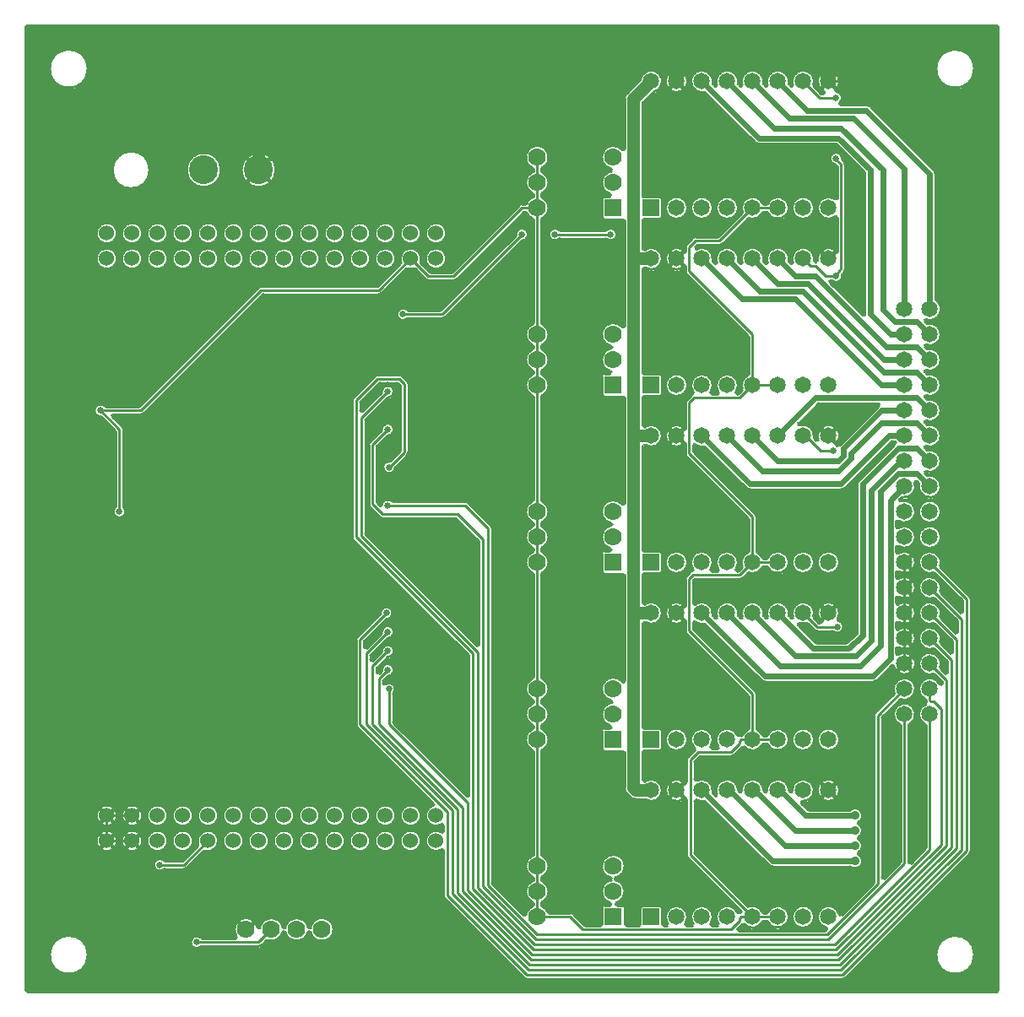
<source format=gbl>
*
*
G04 PADS 9.5 Build Number: 522968 generated Gerber (RS-274-X) file*
G04 PC Version=2.1*
*
%IN "Arm Board r1.pcb"*%
*
%MOIN*%
*
%FSLAX35Y35*%
*
*
*
*
G04 PC Standard Apertures*
*
*
G04 Thermal Relief Aperture macro.*
%AMTER*
1,1,$1,0,0*
1,0,$1-$2,0,0*
21,0,$3,$4,0,0,45*
21,0,$3,$4,0,0,135*
%
*
*
G04 Annular Aperture macro.*
%AMANN*
1,1,$1,0,0*
1,0,$2,0,0*
%
*
*
G04 Odd Aperture macro.*
%AMODD*
1,1,$1,0,0*
1,0,$1-0.005,0,0*
%
*
*
G04 PC Custom Aperture Macros*
*
*
*
*
*
*
G04 PC Aperture Table*
*
%ADD010C,0.001*%
%ADD012C,0.07*%
%ADD013C,0.11417*%
%ADD016C,0.06*%
%ADD017C,0.065*%
%ADD018C,0.01*%
%ADD021C,0.036*%
%ADD022C,0.015*%
%ADD034R,0.07X0.07*%
%ADD038R,0.065X0.065*%
%ADD039C,0.022*%
%ADD040C,0.05*%
%ADD042C,0.026*%
*
*
*
*
G04 PC Circuitry*
G04 Layer Name Arm Board r1.pcb - circuitry*
%LPD*%
*
*
G04 PC Custom Flashes*
G04 Layer Name Arm Board r1.pcb - flashes*
%LPD*%
*
*
G04 PC Circuitry*
G04 Layer Name Arm Board r1.pcb - circuitry*
%LPD*%
*
G54D10*
G54D12*
G01X335000Y425000D03*
Y435000D03*
X305000D03*
Y425000D03*
Y415000D03*
X335000Y355000D03*
Y365000D03*
X305000D03*
Y355000D03*
Y345000D03*
X335000Y285000D03*
Y295000D03*
X305000D03*
Y285000D03*
Y275000D03*
X335000Y215000D03*
Y225000D03*
X305000D03*
Y215000D03*
Y205000D03*
X335000Y145000D03*
Y155000D03*
X305000D03*
Y145000D03*
Y135000D03*
X220000Y130000D03*
X210000D03*
X200000D03*
X190000D03*
G54D13*
X195000Y430000D03*
X173346D03*
G54D16*
X135000Y395000D03*
Y405000D03*
X145000Y395000D03*
Y405000D03*
X155000Y395000D03*
Y405000D03*
X165000Y395000D03*
Y405000D03*
X175000Y395000D03*
Y405000D03*
X185000Y395000D03*
Y405000D03*
X195000Y395000D03*
Y405000D03*
X205000Y395000D03*
Y405000D03*
X215000Y395000D03*
Y405000D03*
X225000Y395000D03*
Y405000D03*
X235000Y395000D03*
Y405000D03*
X245000Y395000D03*
Y405000D03*
X255000Y395000D03*
Y405000D03*
X265000Y395000D03*
Y405000D03*
X135000Y165000D03*
Y175000D03*
X145000Y165000D03*
Y175000D03*
X155000Y165000D03*
Y175000D03*
X165000Y165000D03*
Y175000D03*
X175000Y165000D03*
Y175000D03*
X185000Y165000D03*
Y175000D03*
X195000Y165000D03*
Y175000D03*
X205000Y165000D03*
Y175000D03*
X215000Y165000D03*
Y175000D03*
X225000Y165000D03*
Y175000D03*
X235000Y165000D03*
Y175000D03*
X245000Y165000D03*
Y175000D03*
X255000Y165000D03*
Y175000D03*
X265000Y165000D03*
Y175000D03*
G54D17*
X450000Y375000D03*
X460000D03*
X450000Y365000D03*
X460000D03*
X450000Y355000D03*
X460000D03*
X450000Y345000D03*
X460000D03*
X450000Y335000D03*
X460000D03*
X450000Y325000D03*
X460000D03*
X450000Y315000D03*
X460000D03*
X450000Y305000D03*
X460000D03*
X450000Y295000D03*
X460000D03*
X450000Y285000D03*
X460000D03*
X450000Y275000D03*
X460000D03*
X450000Y265000D03*
X460000D03*
X450000Y255000D03*
X460000D03*
X450000Y245000D03*
X460000D03*
X450000Y235000D03*
X460000D03*
X450000Y225000D03*
X460000D03*
X450000Y215000D03*
X460000D03*
X360000Y415000D03*
X370000D03*
X380000D03*
X390000D03*
X400000D03*
X410000D03*
X420000D03*
Y465000D03*
X410000D03*
X400000D03*
X390000D03*
X380000D03*
X370000D03*
X360000D03*
X350000D03*
X360000Y345000D03*
X370000D03*
X380000D03*
X390000D03*
X400000D03*
X410000D03*
X420000D03*
Y395000D03*
X410000D03*
X400000D03*
X390000D03*
X380000D03*
X370000D03*
X360000D03*
X350000D03*
X360000Y275000D03*
X370000D03*
X380000D03*
X390000D03*
X400000D03*
X410000D03*
X420000D03*
Y325000D03*
X410000D03*
X400000D03*
X390000D03*
X380000D03*
X370000D03*
X360000D03*
X350000D03*
X360000Y205000D03*
X370000D03*
X380000D03*
X390000D03*
X400000D03*
X410000D03*
X420000D03*
Y255000D03*
X410000D03*
X400000D03*
X390000D03*
X380000D03*
X370000D03*
X360000D03*
X350000D03*
X360000Y135000D03*
X370000D03*
X380000D03*
X390000D03*
X400000D03*
X410000D03*
X420000D03*
Y185000D03*
X410000D03*
X400000D03*
X390000D03*
X380000D03*
X370000D03*
X360000D03*
X350000D03*
G54D18*
X335000Y112000D02*
X425500D01*
X474500Y161000*
Y260500*
X460000Y275000*
X335000Y112000D02*
X301000D01*
X269500Y143500*
Y176500*
X241000Y205000*
X335000Y114000D02*
X425000D01*
X472500Y161500*
Y252500*
X460000Y265000*
X335000Y114000D02*
X301500D01*
X271500Y144000*
Y177000*
X241500Y207000*
X335000Y116000D02*
X424500D01*
X470500Y162000*
Y244500*
X460000Y255000*
X335000Y116000D02*
X302000D01*
X273500Y144500*
Y177500*
X242000Y209000*
X335000Y118000D02*
X424000D01*
X468500Y162500*
Y236500*
X460000Y245000*
X335000Y118000D02*
X302500D01*
X275500Y145000*
Y178000*
X242500Y211000*
X170500Y125000D02*
X195000D01*
X200000Y130000*
X305000Y128000D02*
X419500D01*
X439500Y148000*
Y214500*
X450000Y225000*
X305000Y128000D02*
X285500Y147500D01*
Y261500*
X304500Y126000D02*
X420000D01*
X450000Y156000*
Y215000*
X304500Y126000D02*
X283500Y147000D01*
Y261500*
X304500Y124000D02*
X422500D01*
X460000Y161500*
Y215000*
X304500Y124000D02*
X304000D01*
X281500Y146500*
Y239500*
X235500Y285500*
Y319500*
X304500Y122000D02*
X423000D01*
X464500Y163500*
Y217000*
X461500Y220000*
X460500*
X460000Y220500*
Y225000*
X304500Y122000D02*
X303500D01*
X279500Y146000*
Y239000*
X233500Y285000*
Y319500*
X305000Y135000D02*
Y155000D01*
X335000Y120000D02*
X423500D01*
X466500Y163000*
Y228500*
X460000Y235000*
X335000Y120000D02*
X303000D01*
X277500Y145500*
Y178500*
X335000Y130000D02*
X323000D01*
X318000Y135000*
X305000*
X335000Y130000D02*
X381500D01*
X385000Y133500*
Y134500*
X385500Y135000*
X390000*
X400000*
X390000D02*
X365500Y159500D01*
Y197000*
X368500Y200000*
X381500*
X385000Y203500*
Y204500*
X385500Y205000*
X390000*
X156000Y155500D02*
X165500D01*
X175000Y165000*
X305000Y155000D02*
Y205000D01*
X145000Y175000D02*
X160000Y190000D01*
Y295000*
X135000Y175000D02*
X145000D01*
Y165000D02*
X135000D01*
Y175000*
X457500Y162500D02*
Y183000D01*
X277500Y178500D02*
Y180000D01*
X246500Y211000*
Y225000*
X457500Y183000D02*
Y206000D01*
X455000Y208500*
Y230000*
X450000Y235000*
X242500Y211000D02*
Y229000D01*
X246000Y232500*
X241000Y205000D02*
X235000Y211000D01*
Y244500*
X245500Y255000*
X241500Y207000D02*
X237500Y211000D01*
Y239000*
X246000Y247500*
X242000Y209000D02*
X240000Y211000D01*
Y234000*
X246000Y240000*
X305000Y205000D02*
Y215000D01*
Y225000*
X390000Y205000D02*
Y223000D01*
X365000Y248000*
Y268500*
X366500Y270000*
X385000*
X390000Y275000*
X400000Y205000D02*
X390000D01*
X305000Y225000D02*
Y275000D01*
X450000Y235000D02*
Y245000D01*
X423500Y249500D02*
X415500D01*
X410000Y255000*
X450000Y245000D02*
Y255000D01*
Y265000*
X283500Y261500D02*
Y284000D01*
X273500Y294000*
X244000*
X240000Y298000*
Y321500*
X246000Y327500*
X285500Y261500D02*
Y288500D01*
X276500Y297500*
X246000*
X305000Y275000D02*
Y285000D01*
X390000Y275000D02*
Y293000D01*
X365000Y318000*
Y338000*
X367000Y340000*
X385000*
X390000Y345000*
X400000Y275000D02*
X390000D01*
X450000Y265000D02*
Y275000D01*
X455000Y280000*
X463500*
X468500Y285000*
Y435000*
X438500Y465000*
X420000*
X140000Y295000D02*
Y327500D01*
X132500Y335000*
X160000Y295000D02*
Y327500D01*
X167500Y335000*
X305000Y285000D02*
Y295000D01*
Y345000*
X246500Y312500D02*
X252500Y318500D01*
Y345500*
X250500Y347500*
X132500Y335000D02*
X148500D01*
X196000Y382500*
X242500*
X255000Y395000*
X233500Y319500D02*
Y339000D01*
X242000Y347500*
X250500*
X235500Y319500D02*
Y332000D01*
X246000Y342500*
X422000Y319000D02*
X417000D01*
X411000Y325000*
X410000*
X305000Y345000D02*
Y355000D01*
Y365000*
X390000Y345000D02*
Y365000D01*
X365000Y390000*
Y399500*
X367500Y402000*
X377000*
X390000Y415000*
X400000Y345000D02*
X390000D01*
X252000Y373000D02*
X267500D01*
X299000Y404500*
X305000Y365000D02*
Y415000D01*
X255000Y395000D02*
X262000Y388000D01*
X272000*
X299000Y415000*
X305000*
X423000Y388000D02*
X419000D01*
X415000Y392000*
X413000*
X410000Y395000*
X423000Y388000D02*
X425000Y391000D01*
Y432000*
X423000Y434500*
X305000Y415000D02*
Y425000D01*
X312000Y404500D02*
X334000D01*
X390000Y415000D02*
X400000D01*
X305000Y425000D02*
Y435000D01*
X423000Y458500D02*
X416500D01*
X410000Y465000*
X360000Y484738D02*
X359738Y485000D01*
X477600Y120000D02*
G75*
G03X477600I-7600J0D01*
G01X464350Y285000D02*
G03X464350I-4350J0D01*
G01Y295000D02*
G03X464350I-4350J0D01*
G01X414350Y135000D02*
G03X414350I-4350J0D01*
G01X424350Y185000D02*
G03X424350I-4350J0D01*
G01Y205000D02*
G03X424350I-4350J0D01*
G01X414350D02*
G03X414350I-4350J0D01*
G01X477600Y470000D02*
G03X477600I-7600J0D01*
G01X364350Y415000D02*
G03X364350I-4350J0D01*
G01Y465000D02*
G03X364350I-4350J0D01*
G01X269100Y395000D02*
G03X269100I-4100J0D01*
G01Y405000D02*
G03X269100I-4100J0D01*
G01X259100D02*
G03X259100I-4100J0D01*
G01X249100Y395000D02*
G03X249100I-4100J0D01*
G01Y405000D02*
G03X249100I-4100J0D01*
G01X239100Y395000D02*
G03X239100I-4100J0D01*
G01Y405000D02*
G03X239100I-4100J0D01*
G01X229100Y395000D02*
G03X229100I-4100J0D01*
G01Y405000D02*
G03X229100I-4100J0D01*
G01X219100Y395000D02*
G03X219100I-4100J0D01*
G01Y405000D02*
G03X219100I-4100J0D01*
G01X209100Y395000D02*
G03X209100I-4100J0D01*
G01Y405000D02*
G03X209100I-4100J0D01*
G01X199100Y395000D02*
G03X199100I-4100J0D01*
G01Y405000D02*
G03X199100I-4100J0D01*
G01X189100Y395000D02*
G03X189100I-4100J0D01*
G01Y405000D02*
G03X189100I-4100J0D01*
G01X201809Y430000D02*
G03X201809I-6809J0D01*
G01X179100Y395000D02*
G03X179100I-4100J0D01*
G01Y405000D02*
G03X179100I-4100J0D01*
G01X169100Y395000D02*
G03X169100I-4100J0D01*
G01Y405000D02*
G03X169100I-4100J0D01*
G01X180155Y430000D02*
G03X180155I-6809J0D01*
G01X159100Y395000D02*
G03X159100I-4100J0D01*
G01Y405000D02*
G03X159100I-4100J0D01*
G01X149100Y395000D02*
G03X149100I-4100J0D01*
G01Y405000D02*
G03X149100I-4100J0D01*
G01X139100Y395000D02*
G03X139100I-4100J0D01*
G01Y405000D02*
G03X139100I-4100J0D01*
G01X151962Y430000D02*
G03X151962I-7356J0D01*
G01X127600Y120000D02*
G03X127600I-7600J0D01*
G01Y470000D02*
G03X127600I-7600J0D01*
G01X259100Y165000D02*
G03X259100I-4100J0D01*
G01Y175000D02*
G03X259100I-4100J0D01*
G01X249100Y165000D02*
G03X249100I-4100J0D01*
G01Y175000D02*
G03X249100I-4100J0D01*
G01X239100Y165000D02*
G03X239100I-4100J0D01*
G01Y175000D02*
G03X239100I-4100J0D01*
G01X229100Y165000D02*
G03X229100I-4100J0D01*
G01Y175000D02*
G03X229100I-4100J0D01*
G01X219100Y165000D02*
G03X219100I-4100J0D01*
G01Y175000D02*
G03X219100I-4100J0D01*
G01X209100Y165000D02*
G03X209100I-4100J0D01*
G01Y175000D02*
G03X209100I-4100J0D01*
G01X199100Y165000D02*
G03X199100I-4100J0D01*
G01Y175000D02*
G03X199100I-4100J0D01*
G01X189100Y165000D02*
G03X189100I-4100J0D01*
G01Y175000D02*
G03X189100I-4100J0D01*
G01X179100D02*
G03X179100I-4100J0D01*
G01X169100Y165000D02*
G03X169100I-4100J0D01*
G01Y175000D02*
G03X169100I-4100J0D01*
G01X159100Y165000D02*
G03X159100I-4100J0D01*
G01Y175000D02*
G03X159100I-4100J0D01*
G01X149100Y165000D02*
G03X149100I-4100J0D01*
G01Y175000D02*
G03X149100I-4100J0D01*
G01X139100Y165000D02*
G03X139100I-4100J0D01*
G01Y175000D02*
G03X139100I-4100J0D01*
G01X364350Y205000D02*
G03X364350I-4350J0D01*
G01Y275000D02*
G03X364350I-4350J0D01*
G01Y345000D02*
G03X364350I-4350J0D01*
G01X414350Y415000D02*
G03X414350I-4350J0D01*
G01X384350D02*
G03X384350I-4350J0D01*
G01X374350D02*
G03X374350I-4350J0D01*
G01X424350Y275000D02*
G03X424350I-4350J0D01*
G01X414350D02*
G03X414350I-4350J0D01*
G01X487000Y106000D02*
Y486500D01*
G03X486500Y487000I-500J-0*
G01X103500*
G03X103000Y486500I0J-500*
G01Y106000*
G03X103500Y105500I500J0*
G01X486500*
G03X487000Y106000I-0J500*
G01X439848Y336874D02*
G03X439586Y337800I-262J426D01*
G01X416118*
G03X415765Y337654I0J-500*
G01X408042Y329930*
G03X408561Y329105I353J-353*
G01X414289Y324272D02*
G03X408561Y329105I-4289J728D01*
G01X414289Y324272D02*
G03X414428Y323835I493J-84D01*
G01X414997Y323266*
G03X415830Y323762I354J353*
G01X423049Y321897D02*
G03X415830Y323762I-3049J3103D01*
G01X423049Y321897D02*
G03X423158Y321102I350J-357D01*
G01X423384Y320961D02*
G03X423158Y321102I-1384J-1961D01*
G01X423384Y320961D02*
G03X424104Y321115I289J408D01*
G01X424444Y321556D02*
G03X424104Y321115I1556J-1556D01*
G01X424444Y321556D02*
X439444Y336556D01*
X439848Y336874D02*
G03X439444Y336556I1152J-1874D01*
G01X446282Y321832D02*
G03X446418Y322532I-276J417D01*
G01X446386Y322578D02*
G03X446418Y322532I3614J2422D01*
G01X446386Y322578D02*
G03X445971Y322800I-415J-278D01*
G01X445118*
G03X444765Y322654I0J-500*
G01X426556Y304444*
X425000Y303800D02*
G03X426556Y304444I0J2200D01*
G01X425000Y303800D02*
X389000D01*
X387444Y304444D02*
G03X389000Y303800I1556J1556D01*
G01X387444Y304444D02*
X371293Y320595D01*
G03X370843Y320732I-353J-353*
G01X367399Y321513D02*
G03X370843Y320732I2601J3487D01*
G01X367399Y321513D02*
G03X366600Y321112I-299J-401D01*
G01Y318870*
G03X366746Y318516I500J-0*
G01X391131Y294131*
X391600Y293000D02*
G03X391131Y294131I-1600J0D01*
G01X391600Y293000D02*
Y279372D01*
G03X391884Y278921I500J-0*
G01X393921Y276884D02*
G03X391884Y278921I-3921J-1884D01*
G01X393921Y276884D02*
G03X394372Y276600I451J216D01*
G01X395628*
G03X396079Y276884I0J500*
G01Y273116D02*
G03Y276884I3921J1884D01*
G01Y273116D02*
G03X395628Y273400I-451J-216D01*
G01X394372*
G03X393921Y273116I-0J-500*
G01X388559Y270896D02*
G03X393921Y273116I1441J4104D01*
G01X388559Y270896D02*
G03X388040Y270777I-165J-472D01*
G01X386131Y268869*
X385000Y268400D02*
G03X386131Y268869I0J1600D01*
G01X385000Y268400D02*
X367370D01*
G03X367016Y268254I-0J-500*
G01X366746Y267984*
G03X366600Y267630I354J-354*
G01Y258888*
G03X367399Y258487I500J-0*
G01X374268Y254157D02*
G03X367399Y258487I-4268J843D01*
G01X374268Y254157D02*
G03X374405Y253707I490J-97D01*
G01X375070Y253042*
G03X375895Y253561I353J353*
G01X384268Y254157D02*
G03X375895Y253561I-4268J843D01*
G01X384268Y254157D02*
G03X384405Y253707I490J-97D01*
G01X385070Y253042*
G03X385895Y253561I353J353*
G01X394268Y254157D02*
G03X385895Y253561I-4268J843D01*
G01X394268Y254157D02*
G03X394405Y253707I490J-97D01*
G01X395070Y253042*
G03X395895Y253561I353J353*
G01X404268Y254157D02*
G03X395895Y253561I-4268J843D01*
G01X404268Y254157D02*
G03X404405Y253707I490J-97D01*
G01X405070Y253042*
G03X405895Y253561I353J353*
G01X414104Y253559D02*
G03X405895Y253561I-4104J1441D01*
G01X414104Y253559D02*
G03X414223Y253040I472J-165D01*
G01X416016Y251246*
G03X416370Y251100I354J354*
G01X416541*
G03X416898Y251951I0J500*
G01X423641Y252619D02*
G03X416898Y251951I-3641J2381D01*
G01X423641Y252619D02*
G03X423963Y251855I418J-273D01*
G01X421845Y247762D02*
G03X423963Y251855I1655J1738D01*
G01X421845Y247762D02*
G03X421500Y247900I-345J-362D01*
G01X415500*
X414369Y248369D02*
G03X415500Y247900I1131J1131D01*
G01X414369Y248369D02*
X411960Y250777D01*
G03X411441Y250896I-354J-353*
G01X408561Y250895D02*
G03X411441Y250896I1439J4105D01*
G01X408561Y250895D02*
G03X408042Y250070I-166J-472D01*
G01X414765Y243346*
G03X415118Y243200I353J354*
G01X426956*
G03X427292Y243330I0J500*
G01X431136Y246824*
G03X431300Y247194I-336J370*
G01Y306000*
X431944Y307556D02*
G03X431300Y306000I1556J-1556D01*
G01X431944Y307556D02*
X445944Y321556D01*
X446282Y321832D02*
G03X445944Y321556I1218J-1832D01*
G01X477600Y120000D02*
G03X477600I-7600J0D01*
G01X476100Y260500D02*
Y161000D01*
X475631Y159869D02*
G03X476100Y161000I-1131J1131D01*
G01X475631Y159869D02*
X426631Y110869D01*
X425500Y110400D02*
G03X426631Y110869I0J1600D01*
G01X425500Y110400D02*
X335000D01*
X301000*
X299869Y110869D02*
G03X301000Y110400I1131J1131D01*
G01X299869Y110869D02*
X268369Y142369D01*
X267900Y143500D02*
G03X268369Y142369I1600J0D01*
G01X267900Y143500D02*
Y161076D01*
G03X267139Y161502I-500J-0*
G01Y168498D02*
G03Y161502I-2139J-3498D01*
G01Y168498D02*
G03X267900Y168924I261J426D01*
G01Y171076*
G03X267139Y171502I-500J-0*
G01X263785Y178916D02*
G03X267139Y171502I1215J-3916D01*
G01X263785Y178916D02*
G03X263990Y179747I-148J477D01*
G01X239869Y203869*
X233869Y209869*
X233400Y211000D02*
G03X233869Y209869I1600J0D01*
G01X233400Y211000D02*
Y244500D01*
X233869Y245631D02*
G03X233400Y244500I1131J-1131D01*
G01X233869Y245631D02*
X242954Y254717D01*
G03X243101Y255059I-353J354*
G01X245559Y252601D02*
G03X243101Y255059I-59J2399D01*
G01X245559Y252601D02*
G03X245217Y252454I12J-500D01*
G01X236746Y243984*
G03X236600Y243630I354J-354*
G01Y241570*
G03X237454Y241216I500J-0*
G01X243454Y247217*
G03X243601Y247559I-353J354*
G01X246059Y245101D02*
G03X243601Y247559I-59J2399D01*
G01X246059Y245101D02*
G03X245717Y244954I12J-500D01*
G01X239246Y238484*
G03X239100Y238130I354J-354*
G01Y236570*
G03X239954Y236216I500J-0*
G01X243454Y239717*
G03X243601Y240059I-353J354*
G01X246059Y237601D02*
G03X243601Y240059I-59J2399D01*
G01X246059Y237601D02*
G03X245717Y237454I12J-500D01*
G01X241746Y233484*
G03X241600Y233130I354J-354*
G01Y231570*
G03X242454Y231216I500J-0*
G01X243454Y232217*
G03X243601Y232559I-353J354*
G01X246059Y230101D02*
G03X243601Y232559I-59J2399D01*
G01X246059Y230101D02*
G03X245717Y229954I12J-500D01*
G01X244246Y228484*
G03X244100Y228130I354J-354*
G01Y227191*
G03X244928Y226813I500J-0*
G01X248238Y223345D02*
G03X244928Y226813I-1738J1655D01*
G01X248238Y223345D02*
G03X248100Y223000I362J-345D01*
G01Y211870*
G03X248246Y211516I500J-0*
G01X277046Y182716*
G03X277900Y183070I354J354*
G01Y238130*
G03X277754Y238484I-500J0*
G01X232369Y283869*
X231900Y285000D02*
G03X232369Y283869I1600J0D01*
G01X231900Y285000D02*
Y319500D01*
Y339000*
X232369Y340131D02*
G03X231900Y339000I1131J-1131D01*
G01X232369Y340131D02*
X240869Y348631D01*
X242000Y349100D02*
G03X240869Y348631I0J-1600D01*
G01X242000Y349100D02*
X250500D01*
X251631Y348631D02*
G03X250500Y349100I-1131J-1131D01*
G01X251631Y348631D02*
X253631Y346631D01*
X254100Y345500D02*
G03X253631Y346631I-1600J0D01*
G01X254100Y345500D02*
Y318500D01*
X253631Y317369D02*
G03X254100Y318500I-1131J1131D01*
G01X253631Y317369D02*
X249046Y312783D01*
G03X248899Y312441I353J-354*
G01X246441Y314899D02*
G03X248899Y312441I59J-2399D01*
G01X246441Y314899D02*
G03X246783Y315046I-12J500D01*
G01X250754Y319016*
G03X250900Y319370I-354J354*
G01Y344630*
G03X250754Y344984I-500J0*
G01X249984Y345754*
G03X249630Y345900I-354J-354*
G01X246016*
G03X246000I-0J-500*
X245984I-16J-500*
G01X242870*
G03X242516Y345754I-0J-500*
G01X235246Y338484*
G03X235100Y338130I354J-354*
G01Y335070*
G03X235954Y334716I500J-0*
G01X243454Y342217*
G03X243601Y342559I-353J354*
G01X245987Y344900D02*
G03X243601Y342559I13J-2400D01*
G01X245987Y344900D02*
G03X246000I-3J500D01*
X246013I16J500*
G01X246059Y340101D02*
G03X246013Y344900I-59J2399D01*
G01X246059Y340101D02*
G03X245717Y339954I12J-500D01*
G01X237246Y331484*
G03X237100Y331130I354J-354*
G01Y319500*
Y286370*
G03X237246Y286016I500J-0*
G01X281046Y242216*
G03X281900Y242570I354J354*
G01Y261500*
Y283130*
G03X281754Y283484I-500J0*
G01X272984Y292254*
G03X272630Y292400I-354J-354*
G01X244000*
X242869Y292869D02*
G03X244000Y292400I1131J1131D01*
G01X242869Y292869D02*
X238869Y296869D01*
X238400Y298000D02*
G03X238869Y296869I1600J0D01*
G01X238400Y298000D02*
Y321500D01*
X238869Y322631D02*
G03X238400Y321500I1131J-1131D01*
G01X238869Y322631D02*
X243454Y327217D01*
G03X243601Y327559I-353J354*
G01X246059Y325101D02*
G03X243601Y327559I-59J2399D01*
G01X246059Y325101D02*
G03X245717Y324954I12J-500D01*
G01X241746Y320984*
G03X241600Y320630I354J-354*
G01Y298870*
G03X241746Y298516I500J-0*
G01X242767Y297495*
G03X243617Y297789I354J354*
G01X247655Y299238D02*
G03X243617Y297789I-1655J-1738D01*
G01X247655Y299238D02*
G03X248000Y299100I345J362D01*
G01X276500*
X277631Y298631D02*
G03X276500Y299100I-1131J-1131D01*
G01X277631Y298631D02*
X286631Y289631D01*
X287100Y288500D02*
G03X286631Y289631I-1600J0D01*
G01X287100Y288500D02*
Y261500D01*
Y148370*
G03X287246Y148016I500J-0*
G01X299641Y135622*
G03X300485Y135880I353J354*
G01X303106Y139192D02*
G03X300485Y135880I1894J-4192D01*
G01X303106Y139192D02*
G03X303400Y139648I-206J456D01*
G01Y140352*
G03X303106Y140808I-500J0*
G01Y149192D02*
G03Y140808I1894J-4192D01*
G01Y149192D02*
G03X303400Y149648I-206J456D01*
G01Y150352*
G03X303106Y150808I-500J0*
G01Y159192D02*
G03Y150808I1894J-4192D01*
G01Y159192D02*
G03X303400Y159648I-206J456D01*
G01Y200352*
G03X303106Y200808I-500J0*
G01Y209192D02*
G03Y200808I1894J-4192D01*
G01Y209192D02*
G03X303400Y209648I-206J456D01*
G01Y210352*
G03X303106Y210808I-500J0*
G01Y219192D02*
G03Y210808I1894J-4192D01*
G01Y219192D02*
G03X303400Y219648I-206J456D01*
G01Y220352*
G03X303106Y220808I-500J0*
G01Y229192D02*
G03Y220808I1894J-4192D01*
G01Y229192D02*
G03X303400Y229648I-206J456D01*
G01Y270352*
G03X303106Y270808I-500J0*
G01Y279192D02*
G03Y270808I1894J-4192D01*
G01Y279192D02*
G03X303400Y279648I-206J456D01*
G01Y280352*
G03X303106Y280808I-500J0*
G01Y289192D02*
G03Y280808I1894J-4192D01*
G01Y289192D02*
G03X303400Y289648I-206J456D01*
G01Y290352*
G03X303106Y290808I-500J0*
G01Y299192D02*
G03Y290808I1894J-4192D01*
G01Y299192D02*
G03X303400Y299648I-206J456D01*
G01Y340352*
G03X303106Y340808I-500J0*
G01Y349192D02*
G03Y340808I1894J-4192D01*
G01Y349192D02*
G03X303400Y349648I-206J456D01*
G01Y350352*
G03X303106Y350808I-500J0*
G01Y359192D02*
G03Y350808I1894J-4192D01*
G01Y359192D02*
G03X303400Y359648I-206J456D01*
G01Y360352*
G03X303106Y360808I-500J0*
G01Y369192D02*
G03Y360808I1894J-4192D01*
G01Y369192D02*
G03X303400Y369648I-206J456D01*
G01Y410352*
G03X303106Y410808I-500J0*
G01X300808Y413106D02*
G03X303106Y410808I4192J1894D01*
G01X300808Y413106D02*
G03X300352Y413400I-456J-206D01*
G01X299870*
G03X299516Y413254I-0J-500*
G01X273131Y386869*
X272000Y386400D02*
G03X273131Y386869I0J1600D01*
G01X272000Y386400D02*
X262000D01*
X260869Y386869D02*
G03X262000Y386400I1131J1131D01*
G01X260869Y386869D02*
X256763Y390975D01*
G03X256256Y391097I-354J-354*
G01X253744D02*
G03X256256I1256J3903D01*
G01X253744D02*
G03X253237Y390975I-153J-476D01*
G01X243631Y381369*
X242500Y380900D02*
G03X243631Y381369I0J1600D01*
G01X242500Y380900D02*
X196870D01*
G03X196516Y380754I-0J-500*
G01X149631Y333869*
X148500Y333400D02*
G03X149631Y333869I0J1600D01*
G01X148500Y333400D02*
X137570D01*
G03X137216Y332546I-0J-500*
G01X141131Y328631*
X141600Y327500D02*
G03X141131Y328631I-1600J0D01*
G01X141600Y327500D02*
Y297000D01*
G03X141738Y296655I500J0*
G01X138262D02*
G03X141738I1738J-1655D01*
G01X138262D02*
G03X138400Y297000I-362J345D01*
G01Y326630*
G03X138254Y326984I-500J0*
G01X132783Y332454*
G03X132441Y332601I-354J-353*
G01X134155Y336738D02*
G03X132441Y332601I-1655J-1738D01*
G01X134155Y336738D02*
G03X134500Y336600I345J362D01*
G01X147630*
G03X147984Y336746I0J500*
G01X194869Y383631*
X196000Y384100D02*
G03X194869Y383631I0J-1600D01*
G01X196000Y384100D02*
X241630D01*
G03X241984Y384246I0J500*
G01X250975Y393237*
G03X251097Y393744I-354J354*
G01X258903D02*
G03X251097I-3903J1256D01*
G01X258903D02*
G03X259025Y393237I476J-153D01*
G01X262516Y389746*
G03X262870Y389600I354J354*
G01X271130*
G03X271484Y389746I0J500*
G01X297869Y416131*
X299000Y416600D02*
G03X297869Y416131I0J-1600D01*
G01X299000Y416600D02*
X300352D01*
G03X300808Y416894I0J500*
G01X303106Y419192D02*
G03X300808Y416894I1894J-4192D01*
G01X303106Y419192D02*
G03X303400Y419648I-206J456D01*
G01Y420352*
G03X303106Y420808I-500J0*
G01Y429192D02*
G03Y420808I1894J-4192D01*
G01Y429192D02*
G03X303400Y429648I-206J456D01*
G01Y430352*
G03X303106Y430808I-500J0*
G01X306894D02*
G03X303106I-1894J4192D01*
G01X306894D02*
G03X306600Y430352I206J-456D01*
G01Y429648*
G03X306894Y429192I500J-0*
G01Y420808D02*
G03Y429192I-1894J4192D01*
G01Y420808D02*
G03X306600Y420352I206J-456D01*
G01Y419648*
G03X306894Y419192I500J-0*
G01Y410808D02*
G03Y419192I-1894J4192D01*
G01Y410808D02*
G03X306600Y410352I206J-456D01*
G01Y369648*
G03X306894Y369192I500J-0*
G01Y360808D02*
G03Y369192I-1894J4192D01*
G01Y360808D02*
G03X306600Y360352I206J-456D01*
G01Y359648*
G03X306894Y359192I500J-0*
G01Y350808D02*
G03Y359192I-1894J4192D01*
G01Y350808D02*
G03X306600Y350352I206J-456D01*
G01Y349648*
G03X306894Y349192I500J-0*
G01Y340808D02*
G03Y349192I-1894J4192D01*
G01Y340808D02*
G03X306600Y340352I206J-456D01*
G01Y299648*
G03X306894Y299192I500J-0*
G01Y290808D02*
G03Y299192I-1894J4192D01*
G01Y290808D02*
G03X306600Y290352I206J-456D01*
G01Y289648*
G03X306894Y289192I500J-0*
G01Y280808D02*
G03Y289192I-1894J4192D01*
G01Y280808D02*
G03X306600Y280352I206J-456D01*
G01Y279648*
G03X306894Y279192I500J-0*
G01Y270808D02*
G03Y279192I-1894J4192D01*
G01Y270808D02*
G03X306600Y270352I206J-456D01*
G01Y229648*
G03X306894Y229192I500J-0*
G01Y220808D02*
G03Y229192I-1894J4192D01*
G01Y220808D02*
G03X306600Y220352I206J-456D01*
G01Y219648*
G03X306894Y219192I500J-0*
G01Y210808D02*
G03Y219192I-1894J4192D01*
G01Y210808D02*
G03X306600Y210352I206J-456D01*
G01Y209648*
G03X306894Y209192I500J-0*
G01Y200808D02*
G03Y209192I-1894J4192D01*
G01Y200808D02*
G03X306600Y200352I206J-456D01*
G01Y159648*
G03X306894Y159192I500J-0*
G01Y150808D02*
G03Y159192I-1894J4192D01*
G01Y150808D02*
G03X306600Y150352I206J-456D01*
G01Y149648*
G03X306894Y149192I500J-0*
G01Y140808D02*
G03Y149192I-1894J4192D01*
G01Y140808D02*
G03X306600Y140352I206J-456D01*
G01Y139648*
G03X306894Y139192I500J-0*
G01X309192Y136894D02*
G03X306894Y139192I-4192J-1894D01*
G01X309192Y136894D02*
G03X309648Y136600I456J206D01*
G01X318000*
X319131Y136131D02*
G03X318000Y136600I-1131J-1131D01*
G01X319131Y136131D02*
X323516Y131746D01*
G03X323870Y131600I354J354*
G01X329900*
G03X330400Y132100I-0J500*
G01Y138500*
X331500Y139600D02*
G03X330400Y138500I0J-1100D01*
G01X331500Y139600D02*
X333586D01*
G03X333724Y140580I-0J500*
G01X334093Y149510D02*
G03X333724Y140580I907J-4510D01*
G01X334093Y149510D02*
G03Y150490I-98J490D01*
G01X335907D02*
G03X334093I-907J4510D01*
G01X335907D02*
G03Y149510I98J-490D01*
G01X336276Y140580D02*
G03X335907Y149510I-1276J4420D01*
G01X336276Y140580D02*
G03X336414Y139600I138J-480D01*
G01X338500*
X339600Y138500D02*
G03X338500Y139600I-1100J0D01*
G01X339600Y138500D02*
Y132100D01*
G03X340100Y131600I500J0*
G01X345150*
G03X345650Y132100I-0J500*
G01Y138250*
X346750Y139350D02*
G03X345650Y138250I0J-1100D01*
G01X346750Y139350D02*
X353250D01*
X354350Y138250D02*
G03X353250Y139350I-1100J0D01*
G01X354350Y138250D02*
Y132100D01*
G03X354850Y131600I500J0*
G01X356112*
G03X356513Y132399I0J500*
G01X363487D02*
G03X356513I-3487J2601D01*
G01X363487D02*
G03X363888Y131600I401J-299D01*
G01X366112*
G03X366513Y132399I0J500*
G01X373487D02*
G03X366513I-3487J2601D01*
G01X373487D02*
G03X373888Y131600I401J-299D01*
G01X376112*
G03X376513Y132399I0J500*
G01X384025Y136650D02*
G03X376513Y132399I-4025J-1650D01*
G01X384025Y136650D02*
G03X384729Y136402I463J190D01*
G01X385113Y136553D02*
G03X384729Y136402I387J-1553D01*
G01X385113Y136553D02*
G03X385346Y137391I-121J485D01*
G01X364369Y158369*
X363900Y159500D02*
G03X364369Y158369I1600J0D01*
G01X363900Y159500D02*
Y181541D01*
G03X363049Y181898I-500J0*
G01Y188102D02*
G03Y181898I-3049J-3102D01*
G01Y188102D02*
G03X363900Y188459I351J357D01*
G01Y197000*
X364369Y198131D02*
G03X363900Y197000I1131J-1131D01*
G01X364369Y198131D02*
X367199Y200962D01*
G03X367171Y201696I-353J354*
G01X373487Y202399D02*
G03X367171Y201696I-3487J2601D01*
G01X373487Y202399D02*
G03X373888Y201600I401J-299D01*
G01X376112*
G03X376513Y202399I0J500*
G01X384025Y206650D02*
G03X376513Y202399I-4025J-1650D01*
G01X384025Y206650D02*
G03X384729Y206402I463J190D01*
G01X385500Y206600D02*
G03X384729Y206402I0J-1600D01*
G01X385500Y206600D02*
X385628D01*
G03X386079Y206884I0J500*
G01X388116Y208921D02*
G03X386079Y206884I1884J-3921D01*
G01X388116Y208921D02*
G03X388400Y209372I-216J451D01*
G01Y222130*
G03X388254Y222484I-500J0*
G01X363869Y246869*
X363400Y248000D02*
G03X363869Y246869I1600J0D01*
G01X363400Y248000D02*
Y251112D01*
G03X362601Y251513I-500J0*
G01Y258487D02*
G03Y251513I-2601J-3487D01*
G01Y258487D02*
G03X363400Y258888I299J401D01*
G01Y268500*
X363869Y269631D02*
G03X363400Y268500I1131J-1131D01*
G01X363869Y269631D02*
X365369Y271131D01*
X366223Y271576D02*
G03X365369Y271131I277J-1576D01*
G01X366223Y271576D02*
G03X366535Y272371I-87J492D01*
G01X373487Y272399D02*
G03X366535Y272371I-3487J2601D01*
G01X373487Y272399D02*
G03X373888Y271600I401J-299D01*
G01X376112*
G03X376513Y272399I0J500*
G01X383487D02*
G03X376513I-3487J2601D01*
G01X383487D02*
G03X383888Y271600I401J-299D01*
G01X384130*
G03X384484Y271746I0J500*
G01X385777Y273040*
G03X385896Y273559I-353J354*
G01X388116Y278921D02*
G03X385896Y273559I1884J-3921D01*
G01X388116Y278921D02*
G03X388400Y279372I-216J451D01*
G01Y292130*
G03X388254Y292484I-500J0*
G01X363869Y316869*
X363400Y318000D02*
G03X363869Y316869I1600J0D01*
G01X363400Y318000D02*
Y321112D01*
G03X362601Y321513I-500J0*
G01Y328487D02*
G03Y321513I-2601J-3487D01*
G01Y328487D02*
G03X363400Y328888I299J401D01*
G01Y338000*
X363869Y339131D02*
G03X363400Y338000I1131J-1131D01*
G01X363869Y339131D02*
X365869Y341131D01*
X366411Y341488D02*
G03X365869Y341131I589J-1488D01*
G01X366411Y341488D02*
G03X366616Y342267I-184J465D01*
G01X373487Y342399D02*
G03X366616Y342267I-3487J2601D01*
G01X373487Y342399D02*
G03X373888Y341600I401J-299D01*
G01X376112*
G03X376513Y342399I0J500*
G01X383487D02*
G03X376513I-3487J2601D01*
G01X383487D02*
G03X383888Y341600I401J-299D01*
G01X384130*
G03X384484Y341746I0J500*
G01X385777Y343040*
G03X385896Y343559I-353J354*
G01X388116Y348921D02*
G03X385896Y343559I1884J-3921D01*
G01X388116Y348921D02*
G03X388400Y349372I-216J451D01*
G01Y364130*
G03X388254Y364484I-500J0*
G01X363869Y388869*
X363400Y390000D02*
G03X363869Y388869I1600J0D01*
G01X363400Y390000D02*
Y391112D01*
G03X362601Y391513I-500J0*
G01Y398487D02*
G03Y391513I-2601J-3487D01*
G01Y398487D02*
G03X363400Y398888I299J401D01*
G01Y399500*
X363869Y400631D02*
G03X363400Y399500I1131J-1131D01*
G01X363869Y400631D02*
X366369Y403131D01*
X367500Y403600D02*
G03X366369Y403131I0J-1600D01*
G01X367500Y403600D02*
X376130D01*
G03X376484Y403746I0J500*
G01X385777Y413040*
G03X385896Y413559I-353J354*
G01X393921Y416884D02*
G03X385896Y413559I-3921J-1884D01*
G01X393921Y416884D02*
G03X394372Y416600I451J216D01*
G01X395628*
G03X396079Y416884I0J500*
G01Y413116D02*
G03Y416884I3921J1884D01*
G01Y413116D02*
G03X395628Y413400I-451J-216D01*
G01X394372*
G03X393921Y413116I-0J-500*
G01X388559Y410896D02*
G03X393921Y413116I1441J4104D01*
G01X388559Y410896D02*
G03X388040Y410777I-165J-472D01*
G01X378131Y400869*
X377000Y400400D02*
G03X378131Y400869I0J1600D01*
G01X377000Y400400D02*
X368370D01*
G03X368016Y400254I-0J-500*
G01X367431Y399668*
G03X368013Y398869I353J-354*
G01X374268Y394157D02*
G03X368013Y398869I-4268J843D01*
G01X374268Y394157D02*
G03X374405Y393707I490J-97D01*
G01X375070Y393042*
G03X375895Y393561I353J353*
G01X384268Y394157D02*
G03X375895Y393561I-4268J843D01*
G01X384268Y394157D02*
G03X384405Y393707I490J-97D01*
G01X385070Y393042*
G03X385895Y393561I353J353*
G01X394268Y394157D02*
G03X385895Y393561I-4268J843D01*
G01X394268Y394157D02*
G03X394405Y393707I490J-97D01*
G01X395070Y393042*
G03X395895Y393561I353J353*
G01X404268Y394157D02*
G03X395895Y393561I-4268J843D01*
G01X404268Y394157D02*
G03X404405Y393707I490J-97D01*
G01X405070Y393042*
G03X405895Y393561I353J353*
G01X414274Y394193D02*
G03X405895Y393561I-4274J807D01*
G01X414274Y394193D02*
G03X414766Y393600I492J-93D01*
G01X415000*
X415180Y393590D02*
G03X415000Y393600I-180J-1590D01*
G01X415180Y393590D02*
G03X415728Y394181I57J497D01*
G01X422601Y398487D02*
G03X415728Y394181I-2601J-3487D01*
G01X422601Y398487D02*
G03X423400Y398888I299J401D01*
G01Y411112*
G03X422601Y411513I-500J0*
G01Y418487D02*
G03Y411513I-2601J-3487D01*
G01Y418487D02*
G03X423400Y418888I299J401D01*
G01Y431263*
G03X423290Y431576I-500J0*
G01X423000Y431939*
G03X422677Y432122I-390J-313*
G01X425391Y434293D02*
G03X422677Y432122I-2391J207D01*
G01X425391Y434293D02*
G03X425499Y433938I498J-43D01*
G01X426249Y433000*
X426600Y432000D02*
G03X426249Y433000I-1600J0D01*
G01X426600Y432000D02*
Y391000D01*
X426331Y390112D02*
G03X426600Y391000I-1331J888D01*
G01X426331Y390112D02*
X425441Y388777D01*
G03X425364Y388413I416J-278*
G01X421345Y386262D02*
G03X425364Y388413I1655J1738D01*
G01X421345Y386262D02*
G03X421000Y386400I-345J-362D01*
G01X420918*
G03X420565Y385546I0J-500*
G01X433446Y372665*
G03X434300Y373018I354J353*
G01Y428882*
G03X434154Y429235I-500J-0*
G01X423235Y440154*
G03X422882Y440300I-353J-354*
G01X392500*
X390944Y440944D02*
G03X392500Y440300I1556J1556D01*
G01X390944Y440944D02*
X371293Y460595D01*
G03X370843Y460732I-353J-353*
G01X374268Y464157D02*
G03X370843Y460732I-4268J843D01*
G01X374268Y464157D02*
G03X374405Y463707I490J-97D01*
G01X375070Y463042*
G03X375895Y463561I353J353*
G01X384268Y464157D02*
G03X375895Y463561I-4268J843D01*
G01X384268Y464157D02*
G03X384405Y463707I490J-97D01*
G01X385070Y463042*
G03X385895Y463561I353J353*
G01X394268Y464157D02*
G03X385895Y463561I-4268J843D01*
G01X394268Y464157D02*
G03X394405Y463707I490J-97D01*
G01X395070Y463042*
G03X395895Y463561I353J353*
G01X404268Y464157D02*
G03X395895Y463561I-4268J843D01*
G01X404268Y464157D02*
G03X404405Y463707I490J-97D01*
G01X405070Y463042*
G03X405895Y463561I353J353*
G01X414104Y463559D02*
G03X405895Y463561I-4104J1441D01*
G01X414104Y463559D02*
G03X414223Y463040I472J-165D01*
G01X417016Y460246*
G03X417370Y460100I354J354*
G01X417960*
G03X418170Y461054I-0J500*
G01X422905Y461762D02*
G03X418170Y461054I-2905J3238D01*
G01X422905Y461762D02*
G03X423198Y460892I334J-372D01*
G01X424462Y456597D02*
G03X423198Y460892I-1462J1903D01*
G01X424462Y456597D02*
G03X424766Y455700I304J-397D01*
G01X435000*
X436556Y455056D02*
G03X435000Y455700I-1556J-1556D01*
G01X436556Y455056D02*
X461556Y430056D01*
X462200Y428500D02*
G03X461556Y430056I-2200J0D01*
G01X462200Y428500D02*
Y379029D01*
G03X462422Y378614I500J-0*
G01X458561Y370895D02*
G03X462422Y378614I1439J4105D01*
G01X458561Y370895D02*
G03X458042Y370070I-166J-472D01*
G01X458707Y369405*
G03X459157Y369268I353J353*
G01X458561Y360895D02*
G03X459157Y369268I1439J4105D01*
G01X458561Y360895D02*
G03X458042Y360070I-166J-472D01*
G01X458707Y359405*
G03X459157Y359268I353J353*
G01X458561Y350895D02*
G03X459157Y359268I1439J4105D01*
G01X458561Y350895D02*
G03X458042Y350070I-166J-472D01*
G01X458707Y349405*
G03X459157Y349268I353J353*
G01X458561Y340895D02*
G03X459157Y349268I1439J4105D01*
G01X458561Y340895D02*
G03X458042Y340070I-166J-472D01*
G01X458707Y339405*
G03X459157Y339268I353J353*
G01X458561Y330895D02*
G03X459157Y339268I1439J4105D01*
G01X458561Y330895D02*
G03X458042Y330070I-166J-472D01*
G01X458707Y329405*
G03X459157Y329268I353J353*
G01X458561Y320895D02*
G03X459157Y329268I1439J4105D01*
G01X458561Y320895D02*
G03X458042Y320070I-166J-472D01*
G01X458707Y319405*
G03X459157Y319268I353J353*
G01X458561Y310895D02*
G03X459157Y319268I1439J4105D01*
G01X458561Y310895D02*
G03X458042Y310070I-166J-472D01*
G01X458707Y309405*
G03X459157Y309268I353J353*
G01X455732Y305843D02*
G03X459157Y309268I4268J-843D01*
G01X455732Y305843D02*
G03X455595Y306293I-490J97D01*
G01X454930Y306958*
G03X454105Y306439I-353J-353*
G01X449157Y300732D02*
G03X454105Y306439I843J4268D01*
G01X449157Y300732D02*
G03X448707Y300595I-97J-490D01*
G01X448042Y299930*
G03X448561Y299105I353J-353*
G01X447489Y291448D02*
G03X448561Y299105I2511J3552D01*
G01X447489Y291448D02*
G03X446700Y291040I-289J-408D01*
G01Y288960*
G03X447489Y288552I500J0*
G01Y281448D02*
G03Y288552I2511J3552D01*
G01Y281448D02*
G03X446700Y281040I-289J-408D01*
G01Y278960*
G03X447489Y278552I500J0*
G01Y271448D02*
G03Y278552I2511J3552D01*
G01Y271448D02*
G03X446700Y271040I-289J-408D01*
G01Y268960*
G03X447489Y268552I500J0*
G01Y261448D02*
G03Y268552I2511J3552D01*
G01Y261448D02*
G03X446700Y261040I-289J-408D01*
G01Y258960*
G03X447489Y258552I500J0*
G01Y251448D02*
G03Y258552I2511J3552D01*
G01Y251448D02*
G03X446700Y251040I-289J-408D01*
G01Y248960*
G03X447489Y248552I500J0*
G01Y241448D02*
G03Y248552I2511J3552D01*
G01Y241448D02*
G03X446700Y241040I-289J-408D01*
G01Y238960*
G03X447489Y238552I500J0*
G01X445754Y234056D02*
G03X447489Y238552I4246J944D01*
G01X445754Y234056D02*
G03X444912Y234301I-488J-109D01*
G01X439056Y228444*
X437500Y227800D02*
G03X439056Y228444I0J2200D01*
G01X437500Y227800D02*
X395000D01*
X393444Y228444D02*
G03X395000Y227800I1556J1556D01*
G01X393444Y228444D02*
X371293Y250595D01*
G03X370843Y250732I-353J-353*
G01X367399Y251513D02*
G03X370843Y250732I2601J3487D01*
G01X367399Y251513D02*
G03X366600Y251112I-299J-401D01*
G01Y248870*
G03X366746Y248516I500J-0*
G01X391131Y224131*
X391600Y223000D02*
G03X391131Y224131I-1600J0D01*
G01X391600Y223000D02*
Y209372D01*
G03X391884Y208921I500J-0*
G01X393921Y206884D02*
G03X391884Y208921I-3921J-1884D01*
G01X393921Y206884D02*
G03X394372Y206600I451J216D01*
G01X395628*
G03X396079Y206884I0J500*
G01Y203116D02*
G03Y206884I3921J1884D01*
G01Y203116D02*
G03X395628Y203400I-451J-216D01*
G01X394372*
G03X393921Y203116I-0J-500*
G01X386696Y202171D02*
G03X393921Y203116I3304J2829D01*
G01X386696Y202171D02*
G03X385962Y202199I-380J-325D01*
G01X382631Y198869*
X381500Y198400D02*
G03X382631Y198869I0J1600D01*
G01X381500Y198400D02*
X369370D01*
G03X369016Y198254I-0J-500*
G01X367246Y196484*
G03X367100Y196130I354J-354*
G01Y189215*
G03X367847Y188780I500J-0*
G01X374268Y184157D02*
G03X367847Y188780I-4268J843D01*
G01X374268Y184157D02*
G03X374405Y183707I490J-97D01*
G01X375070Y183042*
G03X375895Y183561I353J353*
G01X384350Y184972D02*
G03X375895Y183561I-4350J28D01*
G01X384350Y184972D02*
Y184968D01*
G03X384496Y184615I500J0*
G01X384809Y184303*
G03X385661Y184692I353J353*
G01X394350Y184972D02*
G03X385661Y184692I-4350J28D01*
G01X394350Y184972D02*
Y184968D01*
G03X394496Y184615I500J0*
G01X394809Y184303*
G03X395661Y184692I353J353*
G01X404350Y184972D02*
G03X395661Y184692I-4350J28D01*
G01X404350Y184972D02*
Y184968D01*
G03X404496Y184615I500J0*
G01X404809Y184303*
G03X405661Y184692I353J353*
G01X409692Y180661D02*
G03X405661Y184692I308J4339D01*
G01X409692Y180661D02*
G03X409303Y179809I-36J-499D01*
G01X411765Y177346*
G03X412118Y177200I353J354*
G01X428434*
G03X428737Y177303I-0J500*
G01X431865Y172441D02*
G03X428737Y177303I-1365J2559D01*
G01X431865Y172441D02*
G03Y171559I235J-441D01*
G01Y166441D02*
G03Y171559I-1365J2559D01*
G01Y166441D02*
G03Y165559I235J-441D01*
G01Y160441D02*
G03Y165559I-1365J2559D01*
G01Y160441D02*
G03Y159559I235J-441D01*
G01X428737Y154697D02*
G03X431865Y159559I1763J2303D01*
G01X428737Y154697D02*
G03X428434Y154800I-303J-397D01*
G01X398000*
X396444Y155444D02*
G03X398000Y154800I1556J1556D01*
G01X396444Y155444D02*
X371293Y180595D01*
G03X370843Y180732I-353J-353*
G01X367847Y181220D02*
G03X370843Y180732I2153J3780D01*
G01X367847Y181220D02*
G03X367100Y180785I-247J-435D01*
G01Y160370*
G03X367246Y160016I500J-0*
G01X388040Y139223*
G03X388559Y139104I354J353*
G01X393921Y136884D02*
G03X388559Y139104I-3921J-1884D01*
G01X393921Y136884D02*
G03X394372Y136600I451J216D01*
G01X395628*
G03X396079Y136884I0J500*
G01Y133116D02*
G03Y136884I3921J1884D01*
G01Y133116D02*
G03X395628Y133400I-451J-216D01*
G01X394372*
G03X393921Y133116I-0J-500*
G01X386696Y132171D02*
G03X393921Y133116I3304J2829D01*
G01X386696Y132171D02*
G03X385962Y132199I-380J-325D01*
G01X384216Y130454*
G03X384570Y129600I354J-354*
G01X418630*
G03X418984Y129746I0J500*
G01X419178Y129941*
G03X418946Y130780I-353J354*
G01X424220Y136054D02*
G03X418946Y130780I-4220J-1054D01*
G01X424220Y136054D02*
G03X425059Y135822I485J121D01*
G01X437754Y148516*
G03X437900Y148870I-354J354*
G01Y214500*
X438369Y215631D02*
G03X437900Y214500I1131J-1131D01*
G01X438369Y215631D02*
X445777Y223040D01*
G03X445896Y223559I-353J354*
G01X448559Y220896D02*
G03X445896Y223559I1441J4104D01*
G01X448559Y220896D02*
G03X448040Y220777I-165J-472D01*
G01X441246Y213984*
G03X441100Y213630I354J-354*
G01Y150570*
G03X441954Y150216I500J-0*
G01X448254Y156516*
G03X448400Y156870I-354J354*
G01Y210628*
G03X448116Y211079I-500J0*
G01X451884D02*
G03X448116I-1884J3921D01*
G01X451884D02*
G03X451600Y210628I216J-451D01*
G01Y156570*
G03X452454Y156216I500J-0*
G01X458254Y162016*
G03X458400Y162370I-354J354*
G01Y210628*
G03X458116Y211079I-500J0*
G01X458350Y219025D02*
G03X458116Y211079I1650J-4025D01*
G01X458350Y219025D02*
G03X458598Y219729I-190J463D01*
G01X458400Y220500D02*
G03X458598Y219729I1600J0D01*
G01X458400Y220500D02*
Y220628D01*
G03X458116Y221079I-500J0*
G01X463946Y226830D02*
G03X458116Y221079I-3946J-1830D01*
G01X463946Y226830D02*
G03X464900Y227040I454J210D01*
G01Y227630*
G03X464754Y227984I-500J0*
G01X461960Y230777*
G03X461441Y230896I-354J-353*
G01X464104Y233559D02*
G03X461441Y230896I-4104J1441D01*
G01X464104Y233559D02*
G03X464223Y233040I472J-165D01*
G01X466046Y231216*
G03X466900Y231570I354J354*
G01Y235630*
G03X466754Y235984I-500J0*
G01X461960Y240777*
G03X461441Y240896I-354J-353*
G01X464104Y243559D02*
G03X461441Y240896I-4104J1441D01*
G01X464104Y243559D02*
G03X464223Y243040I472J-165D01*
G01X468046Y239216*
G03X468900Y239570I354J354*
G01Y243630*
G03X468754Y243984I-500J0*
G01X461960Y250777*
G03X461441Y250896I-354J-353*
G01X464104Y253559D02*
G03X461441Y250896I-4104J1441D01*
G01X464104Y253559D02*
G03X464223Y253040I472J-165D01*
G01X470046Y247216*
G03X470900Y247570I354J354*
G01Y251630*
G03X470754Y251984I-500J0*
G01X461960Y260777*
G03X461441Y260896I-354J-353*
G01X464104Y263559D02*
G03X461441Y260896I-4104J1441D01*
G01X464104Y263559D02*
G03X464223Y263040I472J-165D01*
G01X472046Y255216*
G03X472900Y255570I354J354*
G01Y259630*
G03X472754Y259984I-500J0*
G01X461960Y270777*
G03X461441Y270896I-354J-353*
G01X464104Y273559D02*
G03X461441Y270896I-4104J1441D01*
G01X464104Y273559D02*
G03X464223Y273040I472J-165D01*
G01X475631Y261631*
X476100Y260500D02*
G03X475631Y261631I-1600J0D01*
G01X424350Y275000D02*
G03X424350I-4350J0D01*
G01X414350D02*
G03X414350I-4350J0D01*
G01X464350Y285000D02*
G03X464350I-4350J0D01*
G01Y295000D02*
G03X464350I-4350J0D01*
G01X414350Y135000D02*
G03X414350I-4350J0D01*
G01X424350Y185000D02*
G03X424350I-4350J0D01*
G01Y205000D02*
G03X424350I-4350J0D01*
G01X414350D02*
G03X414350I-4350J0D01*
G01X477600Y470000D02*
G03X477600I-7600J0D01*
G01X364350Y415000D02*
G03X364350I-4350J0D01*
G01Y465000D02*
G03X364350I-4350J0D01*
G01X350957Y460757D02*
G03X345757Y465957I-957J4243D01*
G01X350957Y460757D02*
G03X350714Y460622I110J-488D01*
G01X346746Y456655*
G03X346600Y456302I354J-353*
G01Y419850*
G03X347100Y419350I500J0*
G01X353250*
X354350Y418250D02*
G03X353250Y419350I-1100J0D01*
G01X354350Y418250D02*
Y411750D01*
X353250Y410650D02*
G03X354350Y411750I0J1100D01*
G01X353250Y410650D02*
X347100D01*
G03X346600Y410150I0J-500*
G01Y399100*
G03X347100Y398600I500J0*
G01X347409*
G03X347676Y398677I0J500*
G01Y391323D02*
G03Y398677I2324J3677D01*
G01Y391323D02*
G03X347409Y391400I-267J-423D01*
G01X347100*
G03X346600Y390900I0J-500*
G01Y349850*
G03X347100Y349350I500J0*
G01X353250*
X354350Y348250D02*
G03X353250Y349350I-1100J0D01*
G01X354350Y348250D02*
Y341750D01*
X353250Y340650D02*
G03X354350Y341750I0J1100D01*
G01X353250Y340650D02*
X347100D01*
G03X346600Y340150I0J-500*
G01Y329100*
G03X347100Y328600I500J0*
G01X347409*
G03X347676Y328677I0J500*
G01Y321323D02*
G03Y328677I2324J3677D01*
G01Y321323D02*
G03X347409Y321400I-267J-423D01*
G01X347100*
G03X346600Y320900I0J-500*
G01Y279850*
G03X347100Y279350I500J0*
G01X353250*
X354350Y278250D02*
G03X353250Y279350I-1100J0D01*
G01X354350Y278250D02*
Y271750D01*
X353250Y270650D02*
G03X354350Y271750I0J1100D01*
G01X353250Y270650D02*
X347100D01*
G03X346600Y270150I0J-500*
G01Y259100*
G03X347100Y258600I500J0*
G01X347409*
G03X347676Y258677I0J500*
G01Y251323D02*
G03Y258677I2324J3677D01*
G01Y251323D02*
G03X347409Y251400I-267J-423D01*
G01X347100*
G03X346600Y250900I0J-500*
G01Y209850*
G03X347100Y209350I500J0*
G01X353250*
X354350Y208250D02*
G03X353250Y209350I-1100J0D01*
G01X354350Y208250D02*
Y201750D01*
X353250Y200650D02*
G03X354350Y201750I0J1100D01*
G01X353250Y200650D02*
X347100D01*
G03X346600Y200150I0J-500*
G01Y189100*
G03X347100Y188600I500J0*
G01X347409*
G03X347676Y188677I0J500*
G01Y181323D02*
G03Y188677I2324J3677D01*
G01Y181323D02*
G03X347409Y181400I-267J-423D01*
G01X344000*
X341454Y182454D02*
G03X344000Y181400I2546J2546D01*
G01X341454Y182454D02*
X340454Y183454D01*
X339400Y186000D02*
G03X340454Y183454I3600J0D01*
G01X339400Y186000D02*
Y199951D01*
G03X338775Y200435I-500J-0*
G01X338500Y200400D02*
G03X338775Y200435I0J1100D01*
G01X338500Y200400D02*
X331500D01*
X330400Y201500D02*
G03X331500Y200400I1100J0D01*
G01X330400Y201500D02*
Y208500D01*
X331500Y209600D02*
G03X330400Y208500I0J-1100D01*
G01X331500Y209600D02*
X333586D01*
G03X333724Y210580I-0J500*
G01X334093Y219510D02*
G03X333724Y210580I907J-4510D01*
G01X334093Y219510D02*
G03Y220490I-98J490D01*
G01X338518Y227964D02*
G03X334093Y220490I-3518J-2964D01*
G01X338518Y227964D02*
G03X339400Y228286I382J322D01*
G01Y255000*
Y269951*
G03X338775Y270435I-500J-0*
G01X338500Y270400D02*
G03X338775Y270435I0J1100D01*
G01X338500Y270400D02*
X331500D01*
X330400Y271500D02*
G03X331500Y270400I1100J0D01*
G01X330400Y271500D02*
Y278500D01*
X331500Y279600D02*
G03X330400Y278500I0J-1100D01*
G01X331500Y279600D02*
X333586D01*
G03X333724Y280580I-0J500*
G01X334093Y289510D02*
G03X333724Y280580I907J-4510D01*
G01X334093Y289510D02*
G03Y290490I-98J490D01*
G01X338518Y297964D02*
G03X334093Y290490I-3518J-2964D01*
G01X338518Y297964D02*
G03X339400Y298286I382J322D01*
G01Y325000*
Y339951*
G03X338775Y340435I-500J-0*
G01X338500Y340400D02*
G03X338775Y340435I0J1100D01*
G01X338500Y340400D02*
X331500D01*
X330400Y341500D02*
G03X331500Y340400I1100J0D01*
G01X330400Y341500D02*
Y348500D01*
X331500Y349600D02*
G03X330400Y348500I0J-1100D01*
G01X331500Y349600D02*
X333586D01*
G03X333724Y350580I-0J500*
G01X334093Y359510D02*
G03X333724Y350580I907J-4510D01*
G01X334093Y359510D02*
G03Y360490I-98J490D01*
G01X338518Y367964D02*
G03X334093Y360490I-3518J-2964D01*
G01X338518Y367964D02*
G03X339400Y368286I382J322D01*
G01Y395000*
Y409951*
G03X338775Y410435I-500J-0*
G01X338500Y410400D02*
G03X338775Y410435I0J1100D01*
G01X338500Y410400D02*
X331500D01*
X330400Y411500D02*
G03X331500Y410400I1100J0D01*
G01X330400Y411500D02*
Y418500D01*
X331500Y419600D02*
G03X330400Y418500I0J-1100D01*
G01X331500Y419600D02*
X333586D01*
G03X333724Y420580I-0J500*
G01X334093Y429510D02*
G03X333724Y420580I907J-4510D01*
G01X334093Y429510D02*
G03Y430490I-98J490D01*
G01X338518Y437964D02*
G03X334093Y430490I-3518J-2964D01*
G01X338518Y437964D02*
G03X339400Y438286I382J322D01*
G01Y458000*
X340454Y460546D02*
G03X339400Y458000I2546J-2546D01*
G01X340454Y460546D02*
X345622Y465714D01*
G03X345757Y465957I-353J353*
G01X269100Y395000D02*
G03X269100I-4100J0D01*
G01Y405000D02*
G03X269100I-4100J0D01*
G01X259100D02*
G03X259100I-4100J0D01*
G01X249100Y395000D02*
G03X249100I-4100J0D01*
G01Y405000D02*
G03X249100I-4100J0D01*
G01X239100Y395000D02*
G03X239100I-4100J0D01*
G01Y405000D02*
G03X239100I-4100J0D01*
G01X229100Y395000D02*
G03X229100I-4100J0D01*
G01Y405000D02*
G03X229100I-4100J0D01*
G01X219100Y395000D02*
G03X219100I-4100J0D01*
G01Y405000D02*
G03X219100I-4100J0D01*
G01X209100Y395000D02*
G03X209100I-4100J0D01*
G01Y405000D02*
G03X209100I-4100J0D01*
G01X199100Y395000D02*
G03X199100I-4100J0D01*
G01Y405000D02*
G03X199100I-4100J0D01*
G01X189100Y395000D02*
G03X189100I-4100J0D01*
G01Y405000D02*
G03X189100I-4100J0D01*
G01X201809Y430000D02*
G03X201809I-6809J0D01*
G01X179100Y395000D02*
G03X179100I-4100J0D01*
G01Y405000D02*
G03X179100I-4100J0D01*
G01X169100Y395000D02*
G03X169100I-4100J0D01*
G01Y405000D02*
G03X169100I-4100J0D01*
G01X180155Y430000D02*
G03X180155I-6809J0D01*
G01X159100Y395000D02*
G03X159100I-4100J0D01*
G01Y405000D02*
G03X159100I-4100J0D01*
G01X149100Y395000D02*
G03X149100I-4100J0D01*
G01Y405000D02*
G03X149100I-4100J0D01*
G01X139100Y395000D02*
G03X139100I-4100J0D01*
G01Y405000D02*
G03X139100I-4100J0D01*
G01X151962Y430000D02*
G03X151962I-7356J0D01*
G01X127600Y120000D02*
G03X127600I-7600J0D01*
G01Y470000D02*
G03X127600I-7600J0D01*
G01X259100Y165000D02*
G03X259100I-4100J0D01*
G01Y175000D02*
G03X259100I-4100J0D01*
G01X249100Y165000D02*
G03X249100I-4100J0D01*
G01Y175000D02*
G03X249100I-4100J0D01*
G01X239100Y165000D02*
G03X239100I-4100J0D01*
G01Y175000D02*
G03X239100I-4100J0D01*
G01X299059Y402101D02*
G03X296601Y404559I-59J2399D01*
G01X299059Y402101D02*
G03X298717Y401954I12J-500D01*
G01X268631Y371869*
X267500Y371400D02*
G03X268631Y371869I0J1600D01*
G01X267500Y371400D02*
X254000D01*
G03X253655Y371262I0J-500*
G01Y374738D02*
G03Y371262I-1655J-1738D01*
G01Y374738D02*
G03X254000Y374600I345J362D01*
G01X266630*
G03X266984Y374746I0J500*
G01X296454Y404217*
G03X296601Y404559I-353J354*
G01X215490Y129093D02*
G03Y130907I4510J907D01*
G01Y129093D02*
G03X214510I-490J-98D01*
G01X205490D02*
G03X214510I4510J907D01*
G01X205490D02*
G03X204510I-490J-98D01*
G01X198375Y125696D02*
G03X204510Y129093I1625J4304D01*
G01X198375Y125696D02*
G03X197845Y125582I-176J-467D01*
G01X196131Y123869*
X195000Y123400D02*
G03X196131Y123869I0J1600D01*
G01X195000Y123400D02*
X172500D01*
G03X172155Y123262I0J-500*
G01Y126738D02*
G03Y123262I-1655J-1738D01*
G01Y126738D02*
G03X172500Y126600I345J362D01*
G01X185805*
G03X186216Y127384I-0J500*
G01X194510Y130907D02*
G03X186216Y127384I-4510J-907D01*
G01X194510Y130907D02*
G03X195490I490J98D01*
G01X204510D02*
G03X195490I-4510J-907D01*
G01X204510D02*
G03X205490I490J98D01*
G01X214510D02*
G03X205490I-4510J-907D01*
G01X214510D02*
G03X215490I490J98D01*
G01X229100Y165000D02*
G03X229100I-4100J0D01*
G01Y175000D02*
G03X229100I-4100J0D01*
G01X219100Y165000D02*
G03X219100I-4100J0D01*
G01Y175000D02*
G03X219100I-4100J0D01*
G01X209100Y165000D02*
G03X209100I-4100J0D01*
G01Y175000D02*
G03X209100I-4100J0D01*
G01X199100Y165000D02*
G03X199100I-4100J0D01*
G01Y175000D02*
G03X199100I-4100J0D01*
G01X189100Y165000D02*
G03X189100I-4100J0D01*
G01Y175000D02*
G03X189100I-4100J0D01*
G01X173744Y161097D02*
G03X171097Y163744I1256J3903D01*
G01X173744Y161097D02*
G03X173237Y160975I-153J-476D01*
G01X166631Y154369*
X165500Y153900D02*
G03X166631Y154369I0J1600D01*
G01X165500Y153900D02*
X158000D01*
G03X157655Y153762I0J-500*
G01Y157238D02*
G03Y153762I-1655J-1738D01*
G01Y157238D02*
G03X158000Y157100I345J362D01*
G01X164630*
G03X164984Y157246I0J500*
G01X170975Y163237*
G03X171097Y163744I-354J354*
G01X179100Y175000D02*
G03X179100I-4100J0D01*
G01X169100Y165000D02*
G03X169100I-4100J0D01*
G01Y175000D02*
G03X169100I-4100J0D01*
G01X159100Y165000D02*
G03X159100I-4100J0D01*
G01Y175000D02*
G03X159100I-4100J0D01*
G01X149100Y165000D02*
G03X149100I-4100J0D01*
G01Y175000D02*
G03X149100I-4100J0D01*
G01X139100Y165000D02*
G03X139100I-4100J0D01*
G01Y175000D02*
G03X139100I-4100J0D01*
G01X332345Y402762D02*
G03Y406238I1655J1738D01*
G01Y402762D02*
G03X332000Y402900I-345J-362D01*
G01X314000*
G03X313655Y402762I0J-500*
G01Y406238D02*
G03Y402762I-1655J-1738D01*
G01Y406238D02*
G03X314000Y406100I345J362D01*
G01X332000*
G03X332345Y406238I-0J500*
G01X364350Y205000D02*
G03X364350I-4350J0D01*
G01Y275000D02*
G03X364350I-4350J0D01*
G01Y345000D02*
G03X364350I-4350J0D01*
G01X414350Y415000D02*
G03X414350I-4350J0D01*
G01X384350D02*
G03X384350I-4350J0D01*
G01X374350D02*
G03X374350I-4350J0D01*
G01X444510Y322399D02*
X446483D01*
X443610Y321499D02*
X445887D01*
X442710Y320599D02*
X444987D01*
X441810Y319699D02*
X444087D01*
X440910Y318799D02*
X443187D01*
X440010Y317899D02*
X442287D01*
X439110Y316999D02*
X441387D01*
X438210Y316099D02*
X440487D01*
X437310Y315199D02*
X439587D01*
X436410Y314299D02*
X438687D01*
X435510Y313399D02*
X437787D01*
X434610Y312499D02*
X436887D01*
X433710Y311599D02*
X435987D01*
X432810Y310699D02*
X435087D01*
X431910Y309799D02*
X434187D01*
X431010Y308899D02*
X433287D01*
X430110Y307999D02*
X432387D01*
X429210Y307099D02*
X431594D01*
X428310Y306199D02*
X431309D01*
X427410Y305299D02*
X431300D01*
X426509Y304399D02*
X431300D01*
X381764Y303499D02*
X431300D01*
X382664Y302599D02*
X431300D01*
X383564Y301699D02*
X431300D01*
X384464Y300799D02*
X431300D01*
X385364Y299899D02*
X431300D01*
X386264Y298999D02*
X431300D01*
X387164Y298099D02*
X431300D01*
X388064Y297199D02*
X431300D01*
X388964Y296299D02*
X431300D01*
X389864Y295399D02*
X431300D01*
X390764Y294499D02*
X431300D01*
X391484Y293599D02*
X431300D01*
X391600Y292699D02*
X431300D01*
X391600Y291799D02*
X431300D01*
X391600Y290899D02*
X431300D01*
X391600Y289999D02*
X431300D01*
X391600Y289099D02*
X431300D01*
X391600Y288199D02*
X431300D01*
X391600Y287299D02*
X431300D01*
X391600Y286399D02*
X431300D01*
X391600Y285499D02*
X431300D01*
X391600Y284599D02*
X431300D01*
X391600Y283699D02*
X431300D01*
X391600Y282799D02*
X431300D01*
X391600Y281899D02*
X431300D01*
X391600Y280999D02*
X431300D01*
X391600Y280099D02*
X431300D01*
X421137Y279199D02*
X431300D01*
X422836Y278299D02*
X431300D01*
X423629Y277399D02*
X431300D01*
X424084Y276499D02*
X431300D01*
X424309Y275599D02*
X431300D01*
X424340Y274699D02*
X431300D01*
X424181Y273799D02*
X431300D01*
X423809Y272899D02*
X431300D01*
X423149Y271999D02*
X431300D01*
X421924Y271099D02*
X431300D01*
X387461Y270199D02*
X431300D01*
X386561Y269299D02*
X431300D01*
X367334Y268399D02*
X431300D01*
X366600Y267499D02*
X431300D01*
X366600Y266599D02*
X431300D01*
X366600Y265699D02*
X431300D01*
X366600Y264799D02*
X431300D01*
X366600Y263899D02*
X431300D01*
X366600Y262999D02*
X431300D01*
X366600Y262099D02*
X431300D01*
X366600Y261199D02*
X431300D01*
X366600Y260299D02*
X431300D01*
X366600Y259399D02*
X431300D01*
X422585Y258499D02*
X431300D01*
X423488Y257599D02*
X431300D01*
X424005Y256699D02*
X431300D01*
X424276Y255799D02*
X431300D01*
X424349Y254899D02*
X431300D01*
X424233Y253999D02*
X431300D01*
X423913Y253099D02*
X431300D01*
X423581Y252199D02*
X431300D01*
X425089Y251299D02*
X431300D01*
X425725Y250399D02*
X431300D01*
X425900Y249499D02*
X431300D01*
X425724Y248599D02*
X431300D01*
X425086Y247699D02*
X431300D01*
X411313Y246799D02*
X431108D01*
X412213Y245899D02*
X430118D01*
X413113Y244999D02*
X429128D01*
X414013Y244099D02*
X428138D01*
X410413Y247699D02*
X421914D01*
X411137Y279199D02*
X418863D01*
X411924Y271099D02*
X418076D01*
X412585Y258499D02*
X417415D01*
X412836Y278299D02*
X417164D01*
X415964Y251299D02*
X416940D01*
X413149Y271999D02*
X416851D01*
X415064Y252199D02*
X416672D01*
X413488Y257599D02*
X416512D01*
X413629Y277399D02*
X416371D01*
X413809Y272899D02*
X416191D01*
X414173Y253099D02*
X416087D01*
X414005Y256699D02*
X415995D01*
X414084Y276499D02*
X415916D01*
X414181Y273799D02*
X415819D01*
X414233Y253999D02*
X415767D01*
X414276Y255799D02*
X415724D01*
X414309Y275599D02*
X415691D01*
X414340Y274699D02*
X415660D01*
X414349Y254899D02*
X415651D01*
X409513Y248599D02*
X414139D01*
X408613Y249499D02*
X413239D01*
X407896Y250399D02*
X412339D01*
X401137Y279199D02*
X408863D01*
X401924Y271099D02*
X408076D01*
X402585Y258499D02*
X407415D01*
X402836Y278299D02*
X407164D01*
X403149Y271999D02*
X406851D01*
X403488Y257599D02*
X406512D01*
X403629Y277399D02*
X406371D01*
X403809Y272899D02*
X406191D01*
X404005Y256699D02*
X405995D01*
X404084Y276499D02*
X405916D01*
X405013Y253099D02*
X405826D01*
X404181Y273799D02*
X405819D01*
X404262Y253999D02*
X405767D01*
X404276Y255799D02*
X405724D01*
X404309Y275599D02*
X405691D01*
X404340Y274699D02*
X405660D01*
X404349Y254899D02*
X405651D01*
X391631Y279199D02*
X398863D01*
X391924Y271099D02*
X398076D01*
X392585Y258499D02*
X397415D01*
X392836Y278299D02*
X397164D01*
X393149Y271999D02*
X396851D01*
X393488Y257599D02*
X396512D01*
X393629Y277399D02*
X396371D01*
X393809Y272899D02*
X396191D01*
X394005Y256699D02*
X395995D01*
X395013Y253099D02*
X395826D01*
X394262Y253999D02*
X395767D01*
X394276Y255799D02*
X395724D01*
X394349Y254899D02*
X395651D01*
X380864Y304399D02*
X387491D01*
X382585Y258499D02*
X387415D01*
X379964Y305299D02*
X386590D01*
X383488Y257599D02*
X386512D01*
X384005Y256699D02*
X385995D01*
X385013Y253099D02*
X385826D01*
X384262Y253999D02*
X385767D01*
X384276Y255799D02*
X385724D01*
X379064Y306199D02*
X385690D01*
X384349Y254899D02*
X385651D01*
X378164Y307099D02*
X384790D01*
X377264Y307999D02*
X383890D01*
X376364Y308899D02*
X382990D01*
X375464Y309799D02*
X382090D01*
X374564Y310699D02*
X381190D01*
X373664Y311599D02*
X380290D01*
X372764Y312499D02*
X379390D01*
X371864Y313399D02*
X378490D01*
X370964Y314299D02*
X377590D01*
X372585Y258499D02*
X377415D01*
X370064Y315199D02*
X376690D01*
X373488Y257599D02*
X376512D01*
X374005Y256699D02*
X375995D01*
X375013Y253099D02*
X375826D01*
X369164Y316099D02*
X375790D01*
X374262Y253999D02*
X375767D01*
X374276Y255799D02*
X375724D01*
X374349Y254899D02*
X375651D01*
X368264Y316999D02*
X374890D01*
X367364Y317899D02*
X373990D01*
X366605Y318799D02*
X373090D01*
X366600Y319699D02*
X372190D01*
X366600Y320599D02*
X371290D01*
X366782Y321499D02*
X367419D01*
X366786Y258499D02*
X367415D01*
X415817Y337699D02*
X439887D01*
X414910Y336799D02*
X439733D01*
X414010Y335899D02*
X438787D01*
X413110Y334999D02*
X437887D01*
X412210Y334099D02*
X436987D01*
X411310Y333199D02*
X436087D01*
X410410Y332299D02*
X435187D01*
X409510Y331399D02*
X434287D01*
X408610Y330499D02*
X433387D01*
X407896Y329599D02*
X432487D01*
X422290Y328699D02*
X431587D01*
X423330Y327799D02*
X430687D01*
X423914Y326899D02*
X429787D01*
X424234Y325999D02*
X428887D01*
X424349Y325099D02*
X427987D01*
X424276Y324199D02*
X427087D01*
X424004Y323299D02*
X426187D01*
X423487Y322399D02*
X425287D01*
X422901Y321499D02*
X424389D01*
X412290Y328699D02*
X417710D01*
X413330Y327799D02*
X416670D01*
X413914Y326899D02*
X416086D01*
X414234Y325999D02*
X415766D01*
X414964Y323299D02*
X415734D01*
X414282Y324199D02*
X415724D01*
X414349Y325099D02*
X415651D01*
X103000Y486199D02*
X487000D01*
X103000Y485299D02*
X487000D01*
X103000Y484399D02*
X487000D01*
X103000Y483499D02*
X487000D01*
X103000Y482599D02*
X487000D01*
X103000Y481699D02*
X487000D01*
X103000Y480799D02*
X487000D01*
X103000Y479899D02*
X487000D01*
X103000Y478999D02*
X487000D01*
X103000Y478099D02*
X487000D01*
X472437Y477199D02*
X487000D01*
X474253Y476299D02*
X487000D01*
X475349Y475399D02*
X487000D01*
X476126Y474499D02*
X487000D01*
X476694Y473599D02*
X487000D01*
X477105Y472699D02*
X487000D01*
X477384Y471799D02*
X487000D01*
X477547Y470899D02*
X487000D01*
X477600Y469999D02*
X487000D01*
X477546Y469099D02*
X487000D01*
X477383Y468199D02*
X487000D01*
X477104Y467299D02*
X487000D01*
X476693Y466399D02*
X487000D01*
X476124Y465499D02*
X487000D01*
X475347Y464599D02*
X487000D01*
X474249Y463699D02*
X487000D01*
X472429Y462799D02*
X487000D01*
X423050Y461899D02*
X487000D01*
X422928Y460999D02*
X487000D01*
X424790Y460099D02*
X487000D01*
X425296Y459199D02*
X487000D01*
X425392Y458299D02*
X487000D01*
X425132Y457399D02*
X487000D01*
X424365Y456499D02*
X487000D01*
X435660Y455599D02*
X487000D01*
X436913Y454699D02*
X487000D01*
X437813Y453799D02*
X487000D01*
X438713Y452899D02*
X487000D01*
X439613Y451999D02*
X487000D01*
X440513Y451099D02*
X487000D01*
X441413Y450199D02*
X487000D01*
X442313Y449299D02*
X487000D01*
X443213Y448399D02*
X487000D01*
X444113Y447499D02*
X487000D01*
X445013Y446599D02*
X487000D01*
X445913Y445699D02*
X487000D01*
X446813Y444799D02*
X487000D01*
X447713Y443899D02*
X487000D01*
X448613Y442999D02*
X487000D01*
X449513Y442099D02*
X487000D01*
X450413Y441199D02*
X487000D01*
X451313Y440299D02*
X487000D01*
X452213Y439399D02*
X487000D01*
X453113Y438499D02*
X487000D01*
X454013Y437599D02*
X487000D01*
X454913Y436699D02*
X487000D01*
X455813Y435799D02*
X487000D01*
X456713Y434899D02*
X487000D01*
X457613Y433999D02*
X487000D01*
X458513Y433099D02*
X487000D01*
X459413Y432199D02*
X487000D01*
X460313Y431299D02*
X487000D01*
X461213Y430399D02*
X487000D01*
X461960Y429499D02*
X487000D01*
X462198Y428599D02*
X487000D01*
X462200Y427699D02*
X487000D01*
X462200Y426799D02*
X487000D01*
X462200Y425899D02*
X487000D01*
X462200Y424999D02*
X487000D01*
X462200Y424099D02*
X487000D01*
X462200Y423199D02*
X487000D01*
X462200Y422299D02*
X487000D01*
X462200Y421399D02*
X487000D01*
X462200Y420499D02*
X487000D01*
X462200Y419599D02*
X487000D01*
X462200Y418699D02*
X487000D01*
X462200Y417799D02*
X487000D01*
X462200Y416899D02*
X487000D01*
X462200Y415999D02*
X487000D01*
X462200Y415099D02*
X487000D01*
X462200Y414199D02*
X487000D01*
X462200Y413299D02*
X487000D01*
X462200Y412399D02*
X487000D01*
X462200Y411499D02*
X487000D01*
X462200Y410599D02*
X487000D01*
X462200Y409699D02*
X487000D01*
X462200Y408799D02*
X487000D01*
X462200Y407899D02*
X487000D01*
X462200Y406999D02*
X487000D01*
X462200Y406099D02*
X487000D01*
X462200Y405199D02*
X487000D01*
X462200Y404299D02*
X487000D01*
X462200Y403399D02*
X487000D01*
X462200Y402499D02*
X487000D01*
X462200Y401599D02*
X487000D01*
X462200Y400699D02*
X487000D01*
X462200Y399799D02*
X487000D01*
X462200Y398899D02*
X487000D01*
X462200Y397999D02*
X487000D01*
X462200Y397099D02*
X487000D01*
X462200Y396199D02*
X487000D01*
X462200Y395299D02*
X487000D01*
X462200Y394399D02*
X487000D01*
X462200Y393499D02*
X487000D01*
X462200Y392599D02*
X487000D01*
X462200Y391699D02*
X487000D01*
X462200Y390799D02*
X487000D01*
X462200Y389899D02*
X487000D01*
X462200Y388999D02*
X487000D01*
X462200Y388099D02*
X487000D01*
X462200Y387199D02*
X487000D01*
X462200Y386299D02*
X487000D01*
X462200Y385399D02*
X487000D01*
X462200Y384499D02*
X487000D01*
X462200Y383599D02*
X487000D01*
X462200Y382699D02*
X487000D01*
X462200Y381799D02*
X487000D01*
X462200Y380899D02*
X487000D01*
X462200Y379999D02*
X487000D01*
X462200Y379099D02*
X487000D01*
X462948Y378199D02*
X487000D01*
X463693Y377299D02*
X487000D01*
X464119Y376399D02*
X487000D01*
X464321Y375499D02*
X487000D01*
X464331Y374599D02*
X487000D01*
X464151Y373699D02*
X487000D01*
X463752Y372799D02*
X487000D01*
X463050Y371899D02*
X487000D01*
X461707Y370999D02*
X487000D01*
X458015Y370099D02*
X487000D01*
X461137Y369199D02*
X487000D01*
X462836Y368299D02*
X487000D01*
X463629Y367399D02*
X487000D01*
X464084Y366499D02*
X487000D01*
X464309Y365599D02*
X487000D01*
X464340Y364699D02*
X487000D01*
X464181Y363799D02*
X487000D01*
X463809Y362899D02*
X487000D01*
X463149Y361999D02*
X487000D01*
X461924Y361099D02*
X487000D01*
X457948Y360199D02*
X487000D01*
X460666Y359299D02*
X487000D01*
X462715Y358399D02*
X487000D01*
X463561Y357499D02*
X487000D01*
X464046Y356599D02*
X487000D01*
X464294Y355699D02*
X487000D01*
X464345Y354799D02*
X487000D01*
X464208Y353899D02*
X487000D01*
X463862Y352999D02*
X487000D01*
X463241Y352099D02*
X487000D01*
X462115Y351199D02*
X487000D01*
X457911Y350299D02*
X487000D01*
X458713Y349399D02*
X487000D01*
X462585Y348499D02*
X487000D01*
X463488Y347599D02*
X487000D01*
X464005Y346699D02*
X487000D01*
X464276Y345799D02*
X487000D01*
X464349Y344899D02*
X487000D01*
X464233Y343999D02*
X487000D01*
X463913Y343099D02*
X487000D01*
X463328Y342199D02*
X487000D01*
X462285Y341299D02*
X487000D01*
X457896Y340399D02*
X487000D01*
X458613Y339499D02*
X487000D01*
X462444Y338599D02*
X487000D01*
X463412Y337699D02*
X487000D01*
X463961Y336799D02*
X487000D01*
X464256Y335899D02*
X487000D01*
X464350Y334999D02*
X487000D01*
X464256Y334099D02*
X487000D01*
X463960Y333199D02*
X487000D01*
X463410Y332299D02*
X487000D01*
X462440Y331399D02*
X487000D01*
X457901Y330499D02*
X487000D01*
X458513Y329599D02*
X487000D01*
X462290Y328699D02*
X487000D01*
X463330Y327799D02*
X487000D01*
X463914Y326899D02*
X487000D01*
X464234Y325999D02*
X487000D01*
X464349Y325099D02*
X487000D01*
X464276Y324199D02*
X487000D01*
X464004Y323299D02*
X487000D01*
X463487Y322399D02*
X487000D01*
X462581Y321499D02*
X487000D01*
X457927Y320599D02*
X487000D01*
X458413Y319699D02*
X487000D01*
X462120Y318799D02*
X487000D01*
X463244Y317899D02*
X487000D01*
X463864Y316999D02*
X487000D01*
X464209Y316099D02*
X487000D01*
X464345Y315199D02*
X487000D01*
X464293Y314299D02*
X487000D01*
X464045Y313399D02*
X487000D01*
X463559Y312499D02*
X487000D01*
X462712Y311599D02*
X487000D01*
X460649Y310699D02*
X487000D01*
X458313Y309799D02*
X487000D01*
X461929Y308899D02*
X487000D01*
X463151Y307999D02*
X487000D01*
X463810Y307099D02*
X487000D01*
X464182Y306199D02*
X487000D01*
X464340Y305299D02*
X487000D01*
X464308Y304399D02*
X487000D01*
X464083Y303499D02*
X487000D01*
X463627Y302599D02*
X487000D01*
X462833Y301699D02*
X487000D01*
X461128Y300799D02*
X487000D01*
X448013Y299899D02*
X487000D01*
X461713Y298999D02*
X487000D01*
X463053Y298099D02*
X487000D01*
X463753Y297199D02*
X487000D01*
X464152Y296299D02*
X487000D01*
X464332Y295399D02*
X487000D01*
X464321Y294499D02*
X487000D01*
X464118Y293599D02*
X487000D01*
X463691Y292699D02*
X487000D01*
X462945Y291799D02*
X487000D01*
X461450Y290899D02*
X487000D01*
X446700Y289999D02*
X487000D01*
X461457Y289099D02*
X487000D01*
X462948Y288199D02*
X487000D01*
X463693Y287299D02*
X487000D01*
X464119Y286399D02*
X487000D01*
X464321Y285499D02*
X487000D01*
X464331Y284599D02*
X487000D01*
X464151Y283699D02*
X487000D01*
X463752Y282799D02*
X487000D01*
X463050Y281899D02*
X487000D01*
X461707Y280999D02*
X487000D01*
X446700Y280099D02*
X487000D01*
X461137Y279199D02*
X487000D01*
X462836Y278299D02*
X487000D01*
X463629Y277399D02*
X487000D01*
X464084Y276499D02*
X487000D01*
X464309Y275599D02*
X487000D01*
X464340Y274699D02*
X487000D01*
X464181Y273799D02*
X487000D01*
X464364Y272899D02*
X487000D01*
X465264Y271999D02*
X487000D01*
X466164Y271099D02*
X487000D01*
X467064Y270199D02*
X487000D01*
X467964Y269299D02*
X487000D01*
X468864Y268399D02*
X487000D01*
X469764Y267499D02*
X487000D01*
X470664Y266599D02*
X487000D01*
X471564Y265699D02*
X487000D01*
X472464Y264799D02*
X487000D01*
X473364Y263899D02*
X487000D01*
X474264Y262999D02*
X487000D01*
X475164Y262099D02*
X487000D01*
X475939Y261199D02*
X487000D01*
X476100Y260299D02*
X487000D01*
X476100Y259399D02*
X487000D01*
X476100Y258499D02*
X487000D01*
X476100Y257599D02*
X487000D01*
X476100Y256699D02*
X487000D01*
X476100Y255799D02*
X487000D01*
X476100Y254899D02*
X487000D01*
X476100Y253999D02*
X487000D01*
X476100Y253099D02*
X487000D01*
X476100Y252199D02*
X487000D01*
X476100Y251299D02*
X487000D01*
X476100Y250399D02*
X487000D01*
X476100Y249499D02*
X487000D01*
X476100Y248599D02*
X487000D01*
X476100Y247699D02*
X487000D01*
X476100Y246799D02*
X487000D01*
X476100Y245899D02*
X487000D01*
X476100Y244999D02*
X487000D01*
X476100Y244099D02*
X487000D01*
X476100Y243199D02*
X487000D01*
X476100Y242299D02*
X487000D01*
X476100Y241399D02*
X487000D01*
X476100Y240499D02*
X487000D01*
X476100Y239599D02*
X487000D01*
X476100Y238699D02*
X487000D01*
X476100Y237799D02*
X487000D01*
X476100Y236899D02*
X487000D01*
X476100Y235999D02*
X487000D01*
X476100Y235099D02*
X487000D01*
X476100Y234199D02*
X487000D01*
X476100Y233299D02*
X487000D01*
X476100Y232399D02*
X487000D01*
X476100Y231499D02*
X487000D01*
X476100Y230599D02*
X487000D01*
X476100Y229699D02*
X487000D01*
X476100Y228799D02*
X487000D01*
X476100Y227899D02*
X487000D01*
X476100Y226999D02*
X487000D01*
X476100Y226099D02*
X487000D01*
X476100Y225199D02*
X487000D01*
X476100Y224299D02*
X487000D01*
X476100Y223399D02*
X487000D01*
X476100Y222499D02*
X487000D01*
X476100Y221599D02*
X487000D01*
X476100Y220699D02*
X487000D01*
X476100Y219799D02*
X487000D01*
X476100Y218899D02*
X487000D01*
X476100Y217999D02*
X487000D01*
X476100Y217099D02*
X487000D01*
X476100Y216199D02*
X487000D01*
X476100Y215299D02*
X487000D01*
X476100Y214399D02*
X487000D01*
X476100Y213499D02*
X487000D01*
X476100Y212599D02*
X487000D01*
X476100Y211699D02*
X487000D01*
X476100Y210799D02*
X487000D01*
X476100Y209899D02*
X487000D01*
X476100Y208999D02*
X487000D01*
X476100Y208099D02*
X487000D01*
X476100Y207199D02*
X487000D01*
X476100Y206299D02*
X487000D01*
X476100Y205399D02*
X487000D01*
X476100Y204499D02*
X487000D01*
X476100Y203599D02*
X487000D01*
X476100Y202699D02*
X487000D01*
X476100Y201799D02*
X487000D01*
X476100Y200899D02*
X487000D01*
X476100Y199999D02*
X487000D01*
X476100Y199099D02*
X487000D01*
X476100Y198199D02*
X487000D01*
X476100Y197299D02*
X487000D01*
X476100Y196399D02*
X487000D01*
X476100Y195499D02*
X487000D01*
X476100Y194599D02*
X487000D01*
X476100Y193699D02*
X487000D01*
X476100Y192799D02*
X487000D01*
X476100Y191899D02*
X487000D01*
X476100Y190999D02*
X487000D01*
X476100Y190099D02*
X487000D01*
X476100Y189199D02*
X487000D01*
X476100Y188299D02*
X487000D01*
X476100Y187399D02*
X487000D01*
X476100Y186499D02*
X487000D01*
X476100Y185599D02*
X487000D01*
X476100Y184699D02*
X487000D01*
X476100Y183799D02*
X487000D01*
X476100Y182899D02*
X487000D01*
X476100Y181999D02*
X487000D01*
X476100Y181099D02*
X487000D01*
X476100Y180199D02*
X487000D01*
X476100Y179299D02*
X487000D01*
X476100Y178399D02*
X487000D01*
X476100Y177499D02*
X487000D01*
X476100Y176599D02*
X487000D01*
X476100Y175699D02*
X487000D01*
X476100Y174799D02*
X487000D01*
X476100Y173899D02*
X487000D01*
X476100Y172999D02*
X487000D01*
X476100Y172099D02*
X487000D01*
X476100Y171199D02*
X487000D01*
X476100Y170299D02*
X487000D01*
X476100Y169399D02*
X487000D01*
X476100Y168499D02*
X487000D01*
X476100Y167599D02*
X487000D01*
X476100Y166699D02*
X487000D01*
X476100Y165799D02*
X487000D01*
X476100Y164899D02*
X487000D01*
X476100Y163999D02*
X487000D01*
X476100Y163099D02*
X487000D01*
X476100Y162199D02*
X487000D01*
X476100Y161299D02*
X487000D01*
X475983Y160399D02*
X487000D01*
X475261Y159499D02*
X487000D01*
X474361Y158599D02*
X487000D01*
X473461Y157699D02*
X487000D01*
X472561Y156799D02*
X487000D01*
X471661Y155899D02*
X487000D01*
X470761Y154999D02*
X487000D01*
X469861Y154099D02*
X487000D01*
X468961Y153199D02*
X487000D01*
X468061Y152299D02*
X487000D01*
X467161Y151399D02*
X487000D01*
X466261Y150499D02*
X487000D01*
X465361Y149599D02*
X487000D01*
X464461Y148699D02*
X487000D01*
X463561Y147799D02*
X487000D01*
X462661Y146899D02*
X487000D01*
X461761Y145999D02*
X487000D01*
X460861Y145099D02*
X487000D01*
X459961Y144199D02*
X487000D01*
X459061Y143299D02*
X487000D01*
X458161Y142399D02*
X487000D01*
X457261Y141499D02*
X487000D01*
X456361Y140599D02*
X487000D01*
X455461Y139699D02*
X487000D01*
X454561Y138799D02*
X487000D01*
X453661Y137899D02*
X487000D01*
X452761Y136999D02*
X487000D01*
X451861Y136099D02*
X487000D01*
X450961Y135199D02*
X487000D01*
X450061Y134299D02*
X487000D01*
X449161Y133399D02*
X487000D01*
X448261Y132499D02*
X487000D01*
X447361Y131599D02*
X487000D01*
X446461Y130699D02*
X487000D01*
X445561Y129799D02*
X487000D01*
X444661Y128899D02*
X487000D01*
X443761Y127999D02*
X487000D01*
X472715Y127099D02*
X487000D01*
X474397Y126199D02*
X487000D01*
X475448Y125299D02*
X487000D01*
X476198Y124399D02*
X487000D01*
X476747Y123499D02*
X487000D01*
X477142Y122599D02*
X487000D01*
X477408Y121699D02*
X487000D01*
X477558Y120799D02*
X487000D01*
X477599Y119899D02*
X487000D01*
X477534Y118999D02*
X487000D01*
X477358Y118099D02*
X487000D01*
X477065Y117199D02*
X487000D01*
X476638Y116299D02*
X487000D01*
X476049Y115399D02*
X487000D01*
X475244Y114499D02*
X487000D01*
X474097Y113599D02*
X487000D01*
X472110Y112699D02*
X487000D01*
X427561Y111799D02*
X487000D01*
X426661Y110899D02*
X487000D01*
X103000Y109999D02*
X487000D01*
X103000Y109099D02*
X487000D01*
X103000Y108199D02*
X487000D01*
X103000Y107299D02*
X487000D01*
X103000Y106399D02*
X487000D01*
X467864Y259399D02*
X472900D01*
X468764Y258499D02*
X472900D01*
X469664Y257599D02*
X472900D01*
X470564Y256699D02*
X472900D01*
X471464Y255799D02*
X472900D01*
X466964Y260299D02*
X472439D01*
X466064Y261199D02*
X471539D01*
X465964Y251299D02*
X470900D01*
X466864Y250399D02*
X470900D01*
X467764Y249499D02*
X470900D01*
X468664Y248599D02*
X470900D01*
X469564Y247699D02*
X470900D01*
X465164Y262099D02*
X470639D01*
X465064Y252199D02*
X470539D01*
X464264Y262999D02*
X469739D01*
X464173Y253099D02*
X469639D01*
X464116Y243199D02*
X468900D01*
X464964Y242299D02*
X468900D01*
X465864Y241399D02*
X468900D01*
X466764Y240499D02*
X468900D01*
X467664Y239599D02*
X468900D01*
X464208Y263899D02*
X468839D01*
X464233Y253999D02*
X468739D01*
X464256Y244099D02*
X468639D01*
X464345Y264799D02*
X467939D01*
X428461Y112699D02*
X467890D01*
X464349Y254899D02*
X467839D01*
X464350Y244999D02*
X467739D01*
X423752Y462799D02*
X467571D01*
X122437Y477199D02*
X467563D01*
X442861Y127099D02*
X467285D01*
X464294Y265699D02*
X467039D01*
X464276Y255799D02*
X466939D01*
X464349Y235099D02*
X466900D01*
X464276Y234199D02*
X466900D01*
X464085Y233299D02*
X466900D01*
X464864Y232399D02*
X466900D01*
X465764Y231499D02*
X466895D01*
X464256Y245899D02*
X466839D01*
X464234Y235999D02*
X466739D01*
X464046Y266599D02*
X466139D01*
X464005Y256699D02*
X466039D01*
X463961Y246799D02*
X465939D01*
X429361Y113599D02*
X465903D01*
X463914Y236899D02*
X465839D01*
X424151Y463699D02*
X465751D01*
X124253Y476299D02*
X465747D01*
X441961Y126199D02*
X465603D01*
X463561Y267499D02*
X465239D01*
X463488Y257599D02*
X465139D01*
X463412Y247699D02*
X465039D01*
X463330Y237799D02*
X464939D01*
X463864Y226999D02*
X464898D01*
X463244Y227899D02*
X464822D01*
X430261Y114499D02*
X464756D01*
X424331Y464599D02*
X464653D01*
X125349Y475399D02*
X464651D01*
X441061Y125299D02*
X464552D01*
X462715Y268399D02*
X464339D01*
X462585Y258499D02*
X464239D01*
X462444Y248599D02*
X464139D01*
X462290Y238699D02*
X464039D01*
X431161Y115399D02*
X463951D01*
X462120Y228799D02*
X463939D01*
X424321Y465499D02*
X463876D01*
X126126Y474499D02*
X463874D01*
X440161Y124399D02*
X463802D01*
X460666Y269299D02*
X463439D01*
X432061Y116299D02*
X463362D01*
X446700Y259399D02*
X463339D01*
X424119Y466399D02*
X463307D01*
X126694Y473599D02*
X463306D01*
X439261Y123499D02*
X463253D01*
X446700Y249499D02*
X463239D01*
X446700Y239599D02*
X463139D01*
X440310Y229699D02*
X463039D01*
X432961Y117199D02*
X462935D01*
X423693Y467299D02*
X462896D01*
X127105Y472699D02*
X462895D01*
X438361Y122599D02*
X462858D01*
X433861Y118099D02*
X462642D01*
X422948Y468199D02*
X462617D01*
X127384Y471799D02*
X462616D01*
X437461Y121699D02*
X462592D01*
X446700Y270199D02*
X462539D01*
X434761Y118999D02*
X462466D01*
X421457Y469099D02*
X462454D01*
X127547Y470899D02*
X462453D01*
X436561Y120799D02*
X462442D01*
X446700Y260299D02*
X462439D01*
X435661Y119899D02*
X462401D01*
X127600Y469999D02*
X462400D01*
X446700Y250399D02*
X462339D01*
X446700Y240499D02*
X462239D01*
X441210Y230599D02*
X462139D01*
X457978Y310699D02*
X459351D01*
X458863Y359299D02*
X459334D01*
X450666Y269299D02*
X459334D01*
X451128Y300799D02*
X458872D01*
X451137Y279199D02*
X458863D01*
X447061Y219799D02*
X458562D01*
X451450Y290899D02*
X458550D01*
X451457Y289099D02*
X458543D01*
X451600Y209899D02*
X458400D01*
X451600Y208999D02*
X458400D01*
X451600Y208099D02*
X458400D01*
X451600Y207199D02*
X458400D01*
X451600Y206299D02*
X458400D01*
X451600Y205399D02*
X458400D01*
X451600Y204499D02*
X458400D01*
X451600Y203599D02*
X458400D01*
X451600Y202699D02*
X458400D01*
X451600Y201799D02*
X458400D01*
X451600Y200899D02*
X458400D01*
X451600Y199999D02*
X458400D01*
X451600Y199099D02*
X458400D01*
X451600Y198199D02*
X458400D01*
X451600Y197299D02*
X458400D01*
X451600Y196399D02*
X458400D01*
X451600Y195499D02*
X458400D01*
X451600Y194599D02*
X458400D01*
X451600Y193699D02*
X458400D01*
X451600Y192799D02*
X458400D01*
X451600Y191899D02*
X458400D01*
X451600Y190999D02*
X458400D01*
X451600Y190099D02*
X458400D01*
X451600Y189199D02*
X458400D01*
X451600Y188299D02*
X458400D01*
X451600Y187399D02*
X458400D01*
X451600Y186499D02*
X458400D01*
X451600Y185599D02*
X458400D01*
X451600Y184699D02*
X458400D01*
X451600Y183799D02*
X458400D01*
X451600Y182899D02*
X458400D01*
X451600Y181999D02*
X458400D01*
X451600Y181099D02*
X458400D01*
X451600Y180199D02*
X458400D01*
X451600Y179299D02*
X458400D01*
X451600Y178399D02*
X458400D01*
X451600Y177499D02*
X458400D01*
X451600Y176599D02*
X458400D01*
X451600Y175699D02*
X458400D01*
X451600Y174799D02*
X458400D01*
X451600Y173899D02*
X458400D01*
X451600Y172999D02*
X458400D01*
X451600Y172099D02*
X458400D01*
X451600Y171199D02*
X458400D01*
X451600Y170299D02*
X458400D01*
X451600Y169399D02*
X458400D01*
X451600Y168499D02*
X458400D01*
X451600Y167599D02*
X458400D01*
X451600Y166699D02*
X458400D01*
X451600Y165799D02*
X458400D01*
X451600Y164899D02*
X458400D01*
X451600Y163999D02*
X458400D01*
X451600Y163099D02*
X458400D01*
X450649Y220699D02*
X458395D01*
X451630Y210799D02*
X458370D01*
X451600Y162199D02*
X458370D01*
X451707Y280999D02*
X458293D01*
X451713Y298999D02*
X458287D01*
X451924Y271099D02*
X458076D01*
X451929Y218899D02*
X458071D01*
X452115Y261199D02*
X457885D01*
X452120Y228799D02*
X457880D01*
X452285Y251299D02*
X457715D01*
X452290Y238699D02*
X457710D01*
X452440Y241399D02*
X457560D01*
X452444Y248599D02*
X457556D01*
X451600Y161299D02*
X457536D01*
X452581Y231499D02*
X457419D01*
X452585Y258499D02*
X457415D01*
X452712Y221599D02*
X457288D01*
X452715Y268399D02*
X457285D01*
X452833Y301699D02*
X457167D01*
X452833Y211699D02*
X457167D01*
X452836Y278299D02*
X457164D01*
X452945Y291799D02*
X457055D01*
X452948Y288199D02*
X457052D01*
X453050Y281899D02*
X456950D01*
X453053Y298099D02*
X456947D01*
X453149Y271999D02*
X456851D01*
X453151Y217999D02*
X456849D01*
X453241Y262099D02*
X456759D01*
X453244Y227899D02*
X456756D01*
X453328Y252199D02*
X456672D01*
X453330Y237799D02*
X456670D01*
X451600Y160399D02*
X456636D01*
X453410Y242299D02*
X456590D01*
X453412Y247699D02*
X456588D01*
X453487Y232399D02*
X456513D01*
X453488Y257599D02*
X456512D01*
X453559Y222499D02*
X456441D01*
X453561Y267499D02*
X456439D01*
X453627Y302599D02*
X456373D01*
X453627Y212599D02*
X456373D01*
X453629Y277399D02*
X456371D01*
X453691Y292699D02*
X456309D01*
X453693Y287299D02*
X456307D01*
X453752Y282799D02*
X456248D01*
X453753Y297199D02*
X456247D01*
X453809Y272899D02*
X456191D01*
X453810Y217099D02*
X456190D01*
X453862Y262999D02*
X456138D01*
X453864Y226999D02*
X456136D01*
X453913Y253099D02*
X456087D01*
X453914Y236899D02*
X456086D01*
X453960Y243199D02*
X456040D01*
X453961Y246799D02*
X456039D01*
X454004Y233299D02*
X455996D01*
X454005Y256699D02*
X455995D01*
X454045Y223399D02*
X455955D01*
X454046Y266599D02*
X455954D01*
X454083Y303499D02*
X455917D01*
X454083Y213499D02*
X455917D01*
X454084Y276499D02*
X455916D01*
X454118Y293599D02*
X455882D01*
X454119Y286399D02*
X455881D01*
X454151Y283699D02*
X455849D01*
X454152Y296299D02*
X455848D01*
X454181Y273799D02*
X455819D01*
X454182Y216199D02*
X455818D01*
X454208Y263899D02*
X455792D01*
X454209Y226099D02*
X455791D01*
X454233Y253999D02*
X455767D01*
X454234Y235999D02*
X455766D01*
X454256Y244099D02*
X455744D01*
X454256Y245899D02*
X455744D01*
X451600Y159499D02*
X455736D01*
X454276Y234199D02*
X455724D01*
X454276Y255799D02*
X455724D01*
X454293Y224299D02*
X455707D01*
X454294Y265699D02*
X455706D01*
X454308Y304399D02*
X455692D01*
X454308Y214399D02*
X455692D01*
X454309Y275599D02*
X455691D01*
X454321Y294499D02*
X455679D01*
X454321Y285499D02*
X455679D01*
X454182Y306199D02*
X455670D01*
X454331Y284599D02*
X455669D01*
X454332Y295399D02*
X455668D01*
X454340Y274699D02*
X455660D01*
X454340Y305299D02*
X455660D01*
X454340Y215299D02*
X455660D01*
X454345Y264799D02*
X455655D01*
X454345Y225199D02*
X455655D01*
X454349Y254899D02*
X455651D01*
X454349Y235099D02*
X455651D01*
X454350Y244999D02*
X455650D01*
X451600Y158599D02*
X454836D01*
X454499Y307099D02*
X454655D01*
X451600Y157699D02*
X453936D01*
X451600Y156799D02*
X453036D01*
X447961Y220699D02*
X449351D01*
X446700Y269299D02*
X449334D01*
X446700Y279199D02*
X448863D01*
X446700Y290899D02*
X448550D01*
X446700Y289099D02*
X448543D01*
X441100Y209899D02*
X448400D01*
X441100Y208999D02*
X448400D01*
X441100Y208099D02*
X448400D01*
X441100Y207199D02*
X448400D01*
X441100Y206299D02*
X448400D01*
X441100Y205399D02*
X448400D01*
X441100Y204499D02*
X448400D01*
X441100Y203599D02*
X448400D01*
X441100Y202699D02*
X448400D01*
X441100Y201799D02*
X448400D01*
X441100Y200899D02*
X448400D01*
X441100Y199999D02*
X448400D01*
X441100Y199099D02*
X448400D01*
X441100Y198199D02*
X448400D01*
X441100Y197299D02*
X448400D01*
X441100Y196399D02*
X448400D01*
X441100Y195499D02*
X448400D01*
X441100Y194599D02*
X448400D01*
X441100Y193699D02*
X448400D01*
X441100Y192799D02*
X448400D01*
X441100Y191899D02*
X448400D01*
X441100Y190999D02*
X448400D01*
X441100Y190099D02*
X448400D01*
X441100Y189199D02*
X448400D01*
X441100Y188299D02*
X448400D01*
X441100Y187399D02*
X448400D01*
X441100Y186499D02*
X448400D01*
X441100Y185599D02*
X448400D01*
X441100Y184699D02*
X448400D01*
X441100Y183799D02*
X448400D01*
X441100Y182899D02*
X448400D01*
X441100Y181999D02*
X448400D01*
X441100Y181099D02*
X448400D01*
X441100Y180199D02*
X448400D01*
X441100Y179299D02*
X448400D01*
X441100Y178399D02*
X448400D01*
X441100Y177499D02*
X448400D01*
X441100Y176599D02*
X448400D01*
X441100Y175699D02*
X448400D01*
X441100Y174799D02*
X448400D01*
X441100Y173899D02*
X448400D01*
X441100Y172999D02*
X448400D01*
X441100Y172099D02*
X448400D01*
X441100Y171199D02*
X448400D01*
X441100Y170299D02*
X448400D01*
X441100Y169399D02*
X448400D01*
X441100Y168499D02*
X448400D01*
X441100Y167599D02*
X448400D01*
X441100Y166699D02*
X448400D01*
X441100Y165799D02*
X448400D01*
X441100Y164899D02*
X448400D01*
X441100Y163999D02*
X448400D01*
X441100Y163099D02*
X448400D01*
X441100Y162199D02*
X448400D01*
X441100Y161299D02*
X448400D01*
X441100Y160399D02*
X448400D01*
X441100Y159499D02*
X448400D01*
X441100Y158599D02*
X448400D01*
X441100Y157699D02*
X448400D01*
X441100Y156799D02*
X448395D01*
X441100Y210799D02*
X448370D01*
X446700Y280999D02*
X448293D01*
X446703Y271099D02*
X448076D01*
X446161Y218899D02*
X448071D01*
X446726Y261199D02*
X447885D01*
X439410Y228799D02*
X447880D01*
X446772Y251299D02*
X447715D01*
X446774Y238699D02*
X447710D01*
X441100Y155899D02*
X447636D01*
X446852Y241399D02*
X447560D01*
X446855Y248599D02*
X447556D01*
X442110Y231499D02*
X447419D01*
X447008Y258499D02*
X447392D01*
X441100Y211699D02*
X447167D01*
X445261Y217999D02*
X446849D01*
X438152Y227899D02*
X446756D01*
X441100Y154999D02*
X446736D01*
X443010Y232399D02*
X446513D01*
X441100Y212599D02*
X446373D01*
X444361Y217099D02*
X446190D01*
X388264Y226999D02*
X446136D01*
X443910Y233299D02*
X445996D01*
X391550Y223399D02*
X445924D01*
X441100Y213499D02*
X445917D01*
X441100Y154099D02*
X445836D01*
X443461Y216199D02*
X445818D01*
X389164Y226099D02*
X445791D01*
X390964Y224299D02*
X445707D01*
X444810Y234199D02*
X445698D01*
X441661Y214399D02*
X445692D01*
X442561Y215299D02*
X445660D01*
X390064Y225199D02*
X445655D01*
X391600Y222499D02*
X445236D01*
X441100Y153199D02*
X444936D01*
X391600Y221599D02*
X444336D01*
X441100Y152299D02*
X444036D01*
X391600Y220699D02*
X443436D01*
X441100Y151399D02*
X443136D01*
X391600Y219799D02*
X442536D01*
X441105Y150499D02*
X442236D01*
X391600Y218899D02*
X441636D01*
X391600Y217999D02*
X440736D01*
X391600Y217099D02*
X439836D01*
X391600Y216199D02*
X438936D01*
X391600Y215299D02*
X438114D01*
X391600Y214399D02*
X437900D01*
X391600Y213499D02*
X437900D01*
X391600Y212599D02*
X437900D01*
X391600Y211699D02*
X437900D01*
X391600Y210799D02*
X437900D01*
X391600Y209899D02*
X437900D01*
X421713Y208999D02*
X437900D01*
X423053Y208099D02*
X437900D01*
X423753Y207199D02*
X437900D01*
X424152Y206299D02*
X437900D01*
X424332Y205399D02*
X437900D01*
X424321Y204499D02*
X437900D01*
X424118Y203599D02*
X437900D01*
X423691Y202699D02*
X437900D01*
X422945Y201799D02*
X437900D01*
X421450Y200899D02*
X437900D01*
X383761Y199999D02*
X437900D01*
X382861Y199099D02*
X437900D01*
X368961Y198199D02*
X437900D01*
X368061Y197299D02*
X437900D01*
X367178Y196399D02*
X437900D01*
X367100Y195499D02*
X437900D01*
X367100Y194599D02*
X437900D01*
X367100Y193699D02*
X437900D01*
X367100Y192799D02*
X437900D01*
X367100Y191899D02*
X437900D01*
X367100Y190999D02*
X437900D01*
X367100Y190099D02*
X437900D01*
X421137Y189199D02*
X437900D01*
X422836Y188299D02*
X437900D01*
X423629Y187399D02*
X437900D01*
X424084Y186499D02*
X437900D01*
X424309Y185599D02*
X437900D01*
X424340Y184699D02*
X437900D01*
X424181Y183799D02*
X437900D01*
X423809Y182899D02*
X437900D01*
X423149Y181999D02*
X437900D01*
X421924Y181099D02*
X437900D01*
X409158Y180199D02*
X437900D01*
X409813Y179299D02*
X437900D01*
X410713Y178399D02*
X437900D01*
X431972Y177499D02*
X437900D01*
X432920Y176599D02*
X437900D01*
X433315Y175699D02*
X437900D01*
X433393Y174799D02*
X437900D01*
X433183Y173899D02*
X437900D01*
X432599Y172999D02*
X437900D01*
X431610Y172099D02*
X437900D01*
X432391Y171199D02*
X437900D01*
X433093Y170299D02*
X437900D01*
X433372Y169399D02*
X437900D01*
X433356Y168499D02*
X437900D01*
X433039Y167599D02*
X437900D01*
X432265Y166699D02*
X437900D01*
X431642Y165799D02*
X437900D01*
X432692Y164899D02*
X437900D01*
X433223Y163999D02*
X437900D01*
X433398Y163099D02*
X437900D01*
X433287Y162199D02*
X437900D01*
X432849Y161299D02*
X437900D01*
X431798Y160399D02*
X437900D01*
X431972Y159499D02*
X437900D01*
X432920Y158599D02*
X437900D01*
X433315Y157699D02*
X437900D01*
X433393Y156799D02*
X437900D01*
X433183Y155899D02*
X437900D01*
X432599Y154999D02*
X437900D01*
X373164Y154099D02*
X437900D01*
X374064Y153199D02*
X437900D01*
X374964Y152299D02*
X437900D01*
X375864Y151399D02*
X437900D01*
X376764Y150499D02*
X437900D01*
X377664Y149599D02*
X437900D01*
X378564Y148699D02*
X437870D01*
X379464Y147799D02*
X437036D01*
X380364Y146899D02*
X436136D01*
X381264Y145999D02*
X435236D01*
X382164Y145099D02*
X434336D01*
X426600Y428599D02*
X434300D01*
X426600Y427699D02*
X434300D01*
X426600Y426799D02*
X434300D01*
X426600Y425899D02*
X434300D01*
X426600Y424999D02*
X434300D01*
X426600Y424099D02*
X434300D01*
X426600Y423199D02*
X434300D01*
X426600Y422299D02*
X434300D01*
X426600Y421399D02*
X434300D01*
X426600Y420499D02*
X434300D01*
X426600Y419599D02*
X434300D01*
X426600Y418699D02*
X434300D01*
X426600Y417799D02*
X434300D01*
X426600Y416899D02*
X434300D01*
X426600Y415999D02*
X434300D01*
X426600Y415099D02*
X434300D01*
X426600Y414199D02*
X434300D01*
X426600Y413299D02*
X434300D01*
X426600Y412399D02*
X434300D01*
X426600Y411499D02*
X434300D01*
X426600Y410599D02*
X434300D01*
X426600Y409699D02*
X434300D01*
X426600Y408799D02*
X434300D01*
X426600Y407899D02*
X434300D01*
X426600Y406999D02*
X434300D01*
X426600Y406099D02*
X434300D01*
X426600Y405199D02*
X434300D01*
X426600Y404299D02*
X434300D01*
X426600Y403399D02*
X434300D01*
X426600Y402499D02*
X434300D01*
X426600Y401599D02*
X434300D01*
X426600Y400699D02*
X434300D01*
X426600Y399799D02*
X434300D01*
X426600Y398899D02*
X434300D01*
X426600Y397999D02*
X434300D01*
X426600Y397099D02*
X434300D01*
X426600Y396199D02*
X434300D01*
X426600Y395299D02*
X434300D01*
X426600Y394399D02*
X434300D01*
X426600Y393499D02*
X434300D01*
X426600Y392599D02*
X434300D01*
X426600Y391699D02*
X434300D01*
X426587Y390799D02*
X434300D01*
X426189Y389899D02*
X434300D01*
X425589Y388999D02*
X434300D01*
X425398Y388099D02*
X434300D01*
X425262Y387199D02*
X434300D01*
X424693Y386299D02*
X434300D01*
X420713Y385399D02*
X434300D01*
X421613Y384499D02*
X434300D01*
X422513Y383599D02*
X434300D01*
X423413Y382699D02*
X434300D01*
X424313Y381799D02*
X434300D01*
X425213Y380899D02*
X434300D01*
X426113Y379999D02*
X434300D01*
X427013Y379099D02*
X434300D01*
X427913Y378199D02*
X434300D01*
X428813Y377299D02*
X434300D01*
X429713Y376399D02*
X434300D01*
X430613Y375499D02*
X434300D01*
X431513Y374599D02*
X434300D01*
X432413Y373699D02*
X434300D01*
X433313Y372799D02*
X434249D01*
X426600Y429499D02*
X433890D01*
X383064Y144199D02*
X433436D01*
X426600Y430399D02*
X432990D01*
X383964Y143299D02*
X432536D01*
X426600Y431299D02*
X432090D01*
X384864Y142399D02*
X431636D01*
X426588Y432199D02*
X431190D01*
X385764Y141499D02*
X430736D01*
X426170Y433099D02*
X430290D01*
X386664Y140599D02*
X429836D01*
X425457Y433999D02*
X429390D01*
X411613Y177499D02*
X429028D01*
X387564Y139699D02*
X428936D01*
X425367Y434899D02*
X428490D01*
X422120Y138799D02*
X428036D01*
X425018Y435799D02*
X427590D01*
X423244Y137899D02*
X427136D01*
X423962Y436699D02*
X426690D01*
X423864Y136999D02*
X426236D01*
X346600Y437599D02*
X425790D01*
X424209Y136099D02*
X425336D01*
X346600Y438499D02*
X424890D01*
X346600Y439399D02*
X423990D01*
X346600Y430399D02*
X423400D01*
X346600Y429499D02*
X423400D01*
X346600Y428599D02*
X423400D01*
X346600Y427699D02*
X423400D01*
X346600Y426799D02*
X423400D01*
X346600Y425899D02*
X423400D01*
X346600Y424999D02*
X423400D01*
X346600Y424099D02*
X423400D01*
X346600Y423199D02*
X423400D01*
X346600Y422299D02*
X423400D01*
X346600Y421399D02*
X423400D01*
X346600Y420499D02*
X423400D01*
X346668Y419599D02*
X423400D01*
X387861Y410599D02*
X423400D01*
X386961Y409699D02*
X423400D01*
X386061Y408799D02*
X423400D01*
X385161Y407899D02*
X423400D01*
X384261Y406999D02*
X423400D01*
X383361Y406099D02*
X423400D01*
X382461Y405199D02*
X423400D01*
X381561Y404299D02*
X423400D01*
X380661Y403399D02*
X423400D01*
X379761Y402499D02*
X423400D01*
X378861Y401599D02*
X423400D01*
X377931Y400699D02*
X423400D01*
X367561Y399799D02*
X423400D01*
X421929Y398899D02*
X423400D01*
X346600Y431299D02*
X423399D01*
X422290Y418699D02*
X423363D01*
X422581Y411499D02*
X423218D01*
X346600Y440299D02*
X422918D01*
X346600Y432199D02*
X422319D01*
X346600Y436699D02*
X422038D01*
X420617Y386299D02*
X421302D01*
X346600Y433099D02*
X421052D01*
X346600Y435799D02*
X420982D01*
X346600Y433999D02*
X420653D01*
X346600Y434899D02*
X420633D01*
X410649Y130699D02*
X419119D01*
X384171Y129799D02*
X419036D01*
X411137Y189199D02*
X418863D01*
X411450Y200899D02*
X418550D01*
X411457Y469099D02*
X418543D01*
X411713Y208999D02*
X418287D01*
X416264Y460999D02*
X418261D01*
X411924Y181099D02*
X418076D01*
X411929Y398899D02*
X418071D01*
X412120Y138799D02*
X417880D01*
X412290Y418699D02*
X417710D01*
X412581Y411499D02*
X417419D01*
X412712Y131599D02*
X417288D01*
X412836Y188299D02*
X417164D01*
X412945Y201799D02*
X417055D01*
X412948Y468199D02*
X417052D01*
X415364Y461899D02*
X416950D01*
X413053Y208099D02*
X416947D01*
X413149Y181999D02*
X416851D01*
X413151Y397999D02*
X416849D01*
X413244Y137899D02*
X416756D01*
X413330Y417799D02*
X416670D01*
X413487Y412399D02*
X416513D01*
X413559Y132499D02*
X416441D01*
X413629Y187399D02*
X416371D01*
X413691Y202699D02*
X416309D01*
X413693Y467299D02*
X416307D01*
X414464Y462799D02*
X416248D01*
X413753Y207199D02*
X416247D01*
X413809Y182899D02*
X416191D01*
X413810Y397099D02*
X416190D01*
X413864Y136999D02*
X416136D01*
X413914Y416899D02*
X416086D01*
X414004Y413299D02*
X415996D01*
X414045Y133399D02*
X415955D01*
X414084Y186499D02*
X415916D01*
X414118Y203599D02*
X415882D01*
X414119Y466399D02*
X415881D01*
X414151Y463699D02*
X415849D01*
X414152Y206299D02*
X415848D01*
X414181Y183799D02*
X415819D01*
X414182Y396199D02*
X415818D01*
X414209Y136099D02*
X415791D01*
X414234Y415999D02*
X415766D01*
X414276Y414199D02*
X415724D01*
X414293Y134299D02*
X415707D01*
X414308Y394399D02*
X415692D01*
X414309Y185599D02*
X415691D01*
X414321Y204499D02*
X415679D01*
X414321Y465499D02*
X415679D01*
X414331Y464599D02*
X415669D01*
X414332Y205399D02*
X415668D01*
X414340Y184699D02*
X415660D01*
X414340Y395299D02*
X415660D01*
X414345Y135199D02*
X415655D01*
X414349Y415099D02*
X415651D01*
X400649Y130699D02*
X409351D01*
X401137Y189199D02*
X408863D01*
X401450Y200899D02*
X408550D01*
X401457Y469099D02*
X408543D01*
X401713Y208999D02*
X408287D01*
X401929Y398899D02*
X408071D01*
X402120Y138799D02*
X407880D01*
X402290Y418699D02*
X407710D01*
X402581Y411499D02*
X407419D01*
X402712Y131599D02*
X407288D01*
X402836Y188299D02*
X407164D01*
X402945Y201799D02*
X407055D01*
X402948Y468199D02*
X407052D01*
X403053Y208099D02*
X406947D01*
X403151Y397999D02*
X406849D01*
X403244Y137899D02*
X406756D01*
X403330Y417799D02*
X406670D01*
X403487Y412399D02*
X406513D01*
X403559Y132499D02*
X406441D01*
X403629Y187399D02*
X406371D01*
X403691Y202699D02*
X406309D01*
X403693Y467299D02*
X406307D01*
X403753Y207199D02*
X406247D01*
X403810Y397099D02*
X406190D01*
X403864Y136999D02*
X406136D01*
X403914Y416899D02*
X406086D01*
X404004Y413299D02*
X405996D01*
X404045Y133399D02*
X405955D01*
X404084Y186499D02*
X405916D01*
X404613Y393499D02*
X405912D01*
X404118Y203599D02*
X405882D01*
X404119Y466399D02*
X405881D01*
X404413Y463699D02*
X405849D01*
X404152Y206299D02*
X405848D01*
X404182Y396199D02*
X405818D01*
X404209Y136099D02*
X405791D01*
X404234Y415999D02*
X405766D01*
X404276Y414199D02*
X405724D01*
X404293Y134299D02*
X405707D01*
X404308Y394399D02*
X405692D01*
X404309Y185599D02*
X405691D01*
X404321Y204499D02*
X405679D01*
X404321Y465499D02*
X405679D01*
X404331Y464599D02*
X405669D01*
X404332Y205399D02*
X405668D01*
X404429Y184699D02*
X405660D01*
X404340Y395299D02*
X405660D01*
X404345Y135199D02*
X405655D01*
X404349Y415099D02*
X405651D01*
X390649Y130699D02*
X399351D01*
X391137Y189199D02*
X398863D01*
X391450Y200899D02*
X398550D01*
X391457Y469099D02*
X398543D01*
X391767Y208999D02*
X398287D01*
X391929Y398899D02*
X398071D01*
X392120Y138799D02*
X397880D01*
X392290Y418699D02*
X397710D01*
X392581Y411499D02*
X397419D01*
X392712Y131599D02*
X397288D01*
X392836Y188299D02*
X397164D01*
X372264Y154999D02*
X397086D01*
X392945Y201799D02*
X397055D01*
X392948Y468199D02*
X397052D01*
X393053Y208099D02*
X396947D01*
X393151Y397999D02*
X396849D01*
X393244Y137899D02*
X396756D01*
X393330Y417799D02*
X396670D01*
X393487Y412399D02*
X396513D01*
X393559Y132499D02*
X396441D01*
X393629Y187399D02*
X396371D01*
X393691Y202699D02*
X396309D01*
X393693Y467299D02*
X396307D01*
X393753Y207199D02*
X396247D01*
X393810Y397099D02*
X396190D01*
X393864Y136999D02*
X396136D01*
X393914Y416899D02*
X396086D01*
X371364Y155899D02*
X395990D01*
X394070Y413299D02*
X395930D01*
X394084Y186499D02*
X395916D01*
X394613Y393499D02*
X395912D01*
X394119Y466399D02*
X395881D01*
X394413Y463699D02*
X395849D01*
X394182Y396199D02*
X395818D01*
X394308Y394399D02*
X395692D01*
X394309Y185599D02*
X395691D01*
X394321Y465499D02*
X395679D01*
X394331Y464599D02*
X395669D01*
X394336Y133399D02*
X395664D01*
X394429Y184699D02*
X395660D01*
X394340Y395299D02*
X395660D01*
X370464Y156799D02*
X395090D01*
X387364Y227899D02*
X394348D01*
X369564Y157699D02*
X394190D01*
X368664Y158599D02*
X393290D01*
X386464Y228799D02*
X393090D01*
X367764Y159499D02*
X392390D01*
X385564Y229699D02*
X392190D01*
X367100Y160399D02*
X391490D01*
X384664Y230599D02*
X391290D01*
X346600Y441199D02*
X390690D01*
X367100Y161299D02*
X390590D01*
X383764Y231499D02*
X390390D01*
X346600Y442099D02*
X389790D01*
X367100Y162199D02*
X389690D01*
X382864Y232399D02*
X389490D01*
X384461Y130699D02*
X389351D01*
X346600Y442999D02*
X388890D01*
X381137Y189199D02*
X388863D01*
X367100Y163099D02*
X388790D01*
X381964Y233299D02*
X388590D01*
X384661Y200899D02*
X388550D01*
X381457Y469099D02*
X388543D01*
X346600Y363799D02*
X388400D01*
X346600Y362899D02*
X388400D01*
X346600Y361999D02*
X388400D01*
X346600Y361099D02*
X388400D01*
X346600Y360199D02*
X388400D01*
X346600Y359299D02*
X388400D01*
X346600Y358399D02*
X388400D01*
X346600Y357499D02*
X388400D01*
X346600Y356599D02*
X388400D01*
X346600Y355699D02*
X388400D01*
X346600Y354799D02*
X388400D01*
X346600Y353899D02*
X388400D01*
X346600Y352999D02*
X388400D01*
X346600Y352099D02*
X388400D01*
X346600Y351199D02*
X388400D01*
X346600Y350299D02*
X388400D01*
X346885Y349399D02*
X388400D01*
X346600Y291799D02*
X388400D01*
X346600Y290899D02*
X388400D01*
X346600Y289999D02*
X388400D01*
X346600Y289099D02*
X388400D01*
X346600Y288199D02*
X388400D01*
X346600Y287299D02*
X388400D01*
X346600Y286399D02*
X388400D01*
X346600Y285499D02*
X388400D01*
X346600Y284599D02*
X388400D01*
X346600Y283699D02*
X388400D01*
X346600Y282799D02*
X388400D01*
X346600Y281899D02*
X388400D01*
X346600Y280999D02*
X388400D01*
X346600Y280099D02*
X388400D01*
X346600Y221599D02*
X388400D01*
X346600Y220699D02*
X388400D01*
X346600Y219799D02*
X388400D01*
X346600Y218899D02*
X388400D01*
X346600Y217999D02*
X388400D01*
X346600Y217099D02*
X388400D01*
X346600Y216199D02*
X388400D01*
X346600Y215299D02*
X388400D01*
X346600Y214399D02*
X388400D01*
X346600Y213499D02*
X388400D01*
X346600Y212599D02*
X388400D01*
X346600Y211699D02*
X388400D01*
X346600Y210799D02*
X388400D01*
X346600Y209899D02*
X388400D01*
X381137Y279199D02*
X388369D01*
X346600Y222499D02*
X388239D01*
X381713Y208999D02*
X388233D01*
X381929Y398899D02*
X388071D01*
X346600Y364699D02*
X388039D01*
X346600Y292699D02*
X388039D01*
X346600Y443899D02*
X387990D01*
X367100Y163999D02*
X387890D01*
X382290Y418699D02*
X387710D01*
X381064Y234199D02*
X387690D01*
X382585Y348499D02*
X387415D01*
X346600Y223399D02*
X387339D01*
X385361Y131599D02*
X387288D01*
X382836Y278299D02*
X387164D01*
X382836Y188299D02*
X387164D01*
X346600Y365599D02*
X387139D01*
X346600Y293599D02*
X387139D01*
X346600Y444799D02*
X387090D01*
X385561Y201799D02*
X387055D01*
X382948Y468199D02*
X387052D01*
X367100Y164899D02*
X386990D01*
X383053Y208099D02*
X386947D01*
X383151Y397999D02*
X386849D01*
X380164Y235099D02*
X386790D01*
X383330Y417799D02*
X386670D01*
X383488Y347599D02*
X386512D01*
X346600Y224299D02*
X386439D01*
X383629Y277399D02*
X386371D01*
X383629Y187399D02*
X386371D01*
X383693Y467299D02*
X386307D01*
X383753Y207199D02*
X386247D01*
X346600Y366499D02*
X386239D01*
X346600Y294499D02*
X386239D01*
X346600Y445699D02*
X386190D01*
X383810Y397099D02*
X386190D01*
X367100Y165799D02*
X386090D01*
X383914Y416899D02*
X386086D01*
X384005Y346699D02*
X385995D01*
X384084Y276499D02*
X385916D01*
X384084Y186499D02*
X385916D01*
X384004Y413299D02*
X385915D01*
X384613Y393499D02*
X385912D01*
X379264Y235999D02*
X385890D01*
X384119Y466399D02*
X385881D01*
X384413Y463699D02*
X385849D01*
X383913Y343099D02*
X385827D01*
X384181Y273799D02*
X385819D01*
X384182Y396199D02*
X385818D01*
X384233Y343999D02*
X385767D01*
X384234Y415999D02*
X385766D01*
X384276Y414199D02*
X385724D01*
X384276Y345799D02*
X385724D01*
X384308Y394399D02*
X385692D01*
X384309Y275599D02*
X385691D01*
X384309Y185599D02*
X385691D01*
X384321Y465499D02*
X385679D01*
X384331Y464599D02*
X385669D01*
X384340Y274699D02*
X385660D01*
X384429Y184699D02*
X385660D01*
X384340Y395299D02*
X385660D01*
X384349Y344899D02*
X385651D01*
X384349Y415099D02*
X385651D01*
X383809Y272899D02*
X385636D01*
X346600Y225199D02*
X385539D01*
X383864Y136999D02*
X385491D01*
X346600Y367399D02*
X385339D01*
X346600Y295399D02*
X385339D01*
X346600Y446599D02*
X385290D01*
X367100Y166699D02*
X385190D01*
X383487Y412399D02*
X385136D01*
X378364Y236899D02*
X384990D01*
X383397Y342199D02*
X384936D01*
X383244Y137899D02*
X384839D01*
X383398Y271999D02*
X384736D01*
X346600Y226099D02*
X384639D01*
X346600Y368299D02*
X384439D01*
X346600Y296299D02*
X384439D01*
X346600Y447499D02*
X384390D01*
X367100Y167599D02*
X384290D01*
X382581Y411499D02*
X384236D01*
X377464Y237799D02*
X384090D01*
X382120Y138799D02*
X383939D01*
X346600Y226999D02*
X383739D01*
X346600Y369199D02*
X383539D01*
X346600Y297199D02*
X383539D01*
X346600Y448399D02*
X383490D01*
X367100Y168499D02*
X383390D01*
X346879Y410599D02*
X383336D01*
X376564Y238699D02*
X383190D01*
X336116Y139699D02*
X383039D01*
X346600Y227899D02*
X382839D01*
X346600Y370099D02*
X382639D01*
X346600Y298099D02*
X382639D01*
X346600Y449299D02*
X382590D01*
X367100Y169399D02*
X382490D01*
X346600Y409699D02*
X382436D01*
X375664Y239599D02*
X382290D01*
X336337Y140599D02*
X382139D01*
X346600Y228799D02*
X381939D01*
X346600Y370999D02*
X381739D01*
X346600Y298999D02*
X381739D01*
X346600Y450199D02*
X381690D01*
X367100Y170299D02*
X381590D01*
X346600Y408799D02*
X381536D01*
X374764Y240499D02*
X381390D01*
X337983Y141499D02*
X381239D01*
X346600Y229699D02*
X381039D01*
X346600Y371899D02*
X380839D01*
X346600Y299899D02*
X380839D01*
X346600Y451099D02*
X380790D01*
X367100Y171199D02*
X380690D01*
X346600Y407899D02*
X380636D01*
X373864Y241399D02*
X380490D01*
X338794Y142399D02*
X380339D01*
X346600Y230599D02*
X380139D01*
X346600Y372799D02*
X379939D01*
X346600Y300799D02*
X379939D01*
X346600Y451999D02*
X379890D01*
X367100Y172099D02*
X379790D01*
X346600Y406999D02*
X379736D01*
X372964Y242299D02*
X379590D01*
X339274Y143299D02*
X379439D01*
X346600Y231499D02*
X379239D01*
X346600Y373699D02*
X379039D01*
X346600Y301699D02*
X379039D01*
X346600Y452899D02*
X378990D01*
X367100Y172999D02*
X378890D01*
X371137Y279199D02*
X378863D01*
X371137Y189199D02*
X378863D01*
X346600Y406099D02*
X378836D01*
X372064Y243199D02*
X378690D01*
X371457Y469099D02*
X378543D01*
X339530Y144199D02*
X378539D01*
X346600Y232399D02*
X378339D01*
X371713Y208999D02*
X378287D01*
X346600Y374599D02*
X378139D01*
X346600Y302599D02*
X378139D01*
X346600Y453799D02*
X378090D01*
X371929Y398899D02*
X378071D01*
X367100Y173899D02*
X377990D01*
X346600Y405199D02*
X377936D01*
X372120Y138799D02*
X377880D01*
X371164Y244099D02*
X377790D01*
X372290Y418699D02*
X377710D01*
X339599Y145099D02*
X377639D01*
X346600Y233299D02*
X377439D01*
X372581Y411499D02*
X377419D01*
X372585Y348499D02*
X377415D01*
X346600Y375499D02*
X377239D01*
X346600Y303499D02*
X377239D01*
X346600Y454699D02*
X377190D01*
X372836Y278299D02*
X377164D01*
X372836Y188299D02*
X377164D01*
X367100Y174799D02*
X377090D01*
X372948Y468199D02*
X377052D01*
X346600Y404299D02*
X377036D01*
X373053Y208099D02*
X376947D01*
X370264Y244999D02*
X376890D01*
X373151Y397999D02*
X376849D01*
X373244Y137899D02*
X376756D01*
X339490Y145999D02*
X376739D01*
X373330Y417799D02*
X376670D01*
X373397Y342199D02*
X376603D01*
X373398Y271999D02*
X376602D01*
X346600Y234199D02*
X376539D01*
X373487Y412399D02*
X376513D01*
X373488Y347599D02*
X376512D01*
X373489Y201799D02*
X376511D01*
X373559Y132499D02*
X376441D01*
X373629Y277399D02*
X376371D01*
X373629Y187399D02*
X376371D01*
X346600Y376399D02*
X376339D01*
X346600Y304399D02*
X376339D01*
X373691Y202699D02*
X376309D01*
X373693Y467299D02*
X376307D01*
X346600Y455599D02*
X376290D01*
X373753Y207199D02*
X376247D01*
X373809Y272899D02*
X376191D01*
X367100Y175699D02*
X376190D01*
X373810Y397099D02*
X376190D01*
X373864Y136999D02*
X376136D01*
X373913Y343099D02*
X376087D01*
X373914Y416899D02*
X376086D01*
X374004Y413299D02*
X375996D01*
X374005Y346699D02*
X375995D01*
X369364Y245899D02*
X375990D01*
X374045Y133399D02*
X375955D01*
X374084Y276499D02*
X375916D01*
X374084Y186499D02*
X375916D01*
X374613Y393499D02*
X375912D01*
X374118Y203599D02*
X375882D01*
X374119Y466399D02*
X375881D01*
X374413Y463699D02*
X375849D01*
X374152Y206299D02*
X375848D01*
X339190Y146899D02*
X375839D01*
X374181Y273799D02*
X375819D01*
X374332Y183799D02*
X375819D01*
X374182Y396199D02*
X375818D01*
X374209Y136099D02*
X375791D01*
X374233Y343999D02*
X375767D01*
X374234Y415999D02*
X375766D01*
X374276Y414199D02*
X375724D01*
X374276Y345799D02*
X375724D01*
X374293Y134299D02*
X375707D01*
X374308Y394399D02*
X375692D01*
X374309Y275599D02*
X375691D01*
X374309Y185599D02*
X375691D01*
X374321Y204499D02*
X375679D01*
X374321Y465499D02*
X375679D01*
X374331Y464599D02*
X375669D01*
X374332Y205399D02*
X375668D01*
X374340Y274699D02*
X375660D01*
X374340Y184699D02*
X375660D01*
X374340Y395299D02*
X375660D01*
X374345Y135199D02*
X375655D01*
X374349Y344899D02*
X375651D01*
X374349Y415099D02*
X375651D01*
X346600Y235099D02*
X375639D01*
X375365Y182899D02*
X375482D01*
X346600Y377299D02*
X375439D01*
X346600Y305299D02*
X375439D01*
X346640Y456499D02*
X375390D01*
X367100Y176599D02*
X375290D01*
X368464Y246799D02*
X375090D01*
X338651Y147799D02*
X374939D01*
X346600Y235999D02*
X374739D01*
X346600Y378199D02*
X374539D01*
X346600Y306199D02*
X374539D01*
X347490Y457399D02*
X374490D01*
X367100Y177499D02*
X374390D01*
X367564Y247699D02*
X374190D01*
X337735Y148699D02*
X374039D01*
X346600Y236899D02*
X373839D01*
X346600Y379099D02*
X373639D01*
X346600Y307099D02*
X373639D01*
X348390Y458299D02*
X373590D01*
X367100Y178399D02*
X373490D01*
X366680Y248599D02*
X373290D01*
X335707Y149599D02*
X373139D01*
X346600Y237799D02*
X372939D01*
X346600Y379999D02*
X372739D01*
X346600Y307999D02*
X372739D01*
X349290Y459199D02*
X372690D01*
X367100Y179299D02*
X372590D01*
X366600Y249499D02*
X372390D01*
X335948Y150499D02*
X372239D01*
X346600Y238699D02*
X372039D01*
X346600Y380899D02*
X371839D01*
X346600Y308899D02*
X371839D01*
X350190Y460099D02*
X371790D01*
X367100Y180199D02*
X371690D01*
X366600Y250399D02*
X371490D01*
X337862Y151399D02*
X371339D01*
X346600Y239599D02*
X371139D01*
X346600Y381799D02*
X370939D01*
X346600Y309799D02*
X370939D01*
X338723Y152299D02*
X370439D01*
X346600Y240499D02*
X370239D01*
X346600Y382699D02*
X370039D01*
X346600Y310699D02*
X370039D01*
X339233Y153199D02*
X369539D01*
X346600Y241399D02*
X369339D01*
X346600Y383599D02*
X369139D01*
X346600Y311599D02*
X369139D01*
X361137Y279199D02*
X368863D01*
X367100Y189199D02*
X368863D01*
X339511Y154099D02*
X368639D01*
X361457Y469099D02*
X368543D01*
X346600Y242299D02*
X368439D01*
X361707Y460999D02*
X368293D01*
X361713Y208999D02*
X368287D01*
X346600Y384499D02*
X368239D01*
X346600Y312499D02*
X368239D01*
X367210Y181099D02*
X368076D01*
X367506Y398899D02*
X368071D01*
X362120Y138799D02*
X367880D01*
X339600Y154999D02*
X367739D01*
X366636Y251299D02*
X367715D01*
X362290Y418699D02*
X367710D01*
X346600Y243199D02*
X367539D01*
X362581Y411499D02*
X367419D01*
X362585Y348499D02*
X367415D01*
X346600Y385399D02*
X367339D01*
X346600Y313399D02*
X367339D01*
X362836Y278299D02*
X367164D01*
X361450Y200899D02*
X367136D01*
X362945Y201799D02*
X367055D01*
X362948Y468199D02*
X367052D01*
X363050Y461899D02*
X366950D01*
X363053Y208099D02*
X366947D01*
X339511Y155899D02*
X366839D01*
X363244Y137899D02*
X366756D01*
X346600Y403399D02*
X366723D01*
X363330Y417799D02*
X366670D01*
X363328Y342199D02*
X366662D01*
X346600Y244099D02*
X366639D01*
X363149Y271999D02*
X366631D01*
X363487Y412399D02*
X366513D01*
X363488Y347599D02*
X366512D01*
X363559Y132499D02*
X366441D01*
X346600Y386299D02*
X366439D01*
X346600Y314299D02*
X366439D01*
X363629Y277399D02*
X366371D01*
X363691Y202699D02*
X366309D01*
X363693Y467299D02*
X366307D01*
X363752Y462799D02*
X366248D01*
X363753Y207199D02*
X366247D01*
X346600Y199999D02*
X366236D01*
X363809Y272899D02*
X366191D01*
X363864Y136999D02*
X366136D01*
X363913Y343099D02*
X366087D01*
X363914Y416899D02*
X366086D01*
X362285Y341299D02*
X366065D01*
X364004Y413299D02*
X365996D01*
X364005Y346699D02*
X365995D01*
X364045Y133399D02*
X365955D01*
X339234Y156799D02*
X365939D01*
X364084Y276499D02*
X365916D01*
X364118Y203599D02*
X365882D01*
X364119Y466399D02*
X365881D01*
X364151Y463699D02*
X365849D01*
X364152Y206299D02*
X365848D01*
X364181Y273799D02*
X365819D01*
X364209Y136099D02*
X365791D01*
X364233Y343999D02*
X365767D01*
X364234Y415999D02*
X365766D01*
X346600Y244999D02*
X365739D01*
X346600Y402499D02*
X365736D01*
X364276Y414199D02*
X365724D01*
X364276Y345799D02*
X365724D01*
X364293Y134299D02*
X365707D01*
X364309Y275599D02*
X365691D01*
X364321Y204499D02*
X365679D01*
X364321Y465499D02*
X365679D01*
X364331Y464599D02*
X365669D01*
X364332Y205399D02*
X365668D01*
X364340Y274699D02*
X365660D01*
X364345Y135199D02*
X365655D01*
X364349Y344899D02*
X365651D01*
X364349Y415099D02*
X365651D01*
X346600Y387199D02*
X365539D01*
X346600Y315199D02*
X365539D01*
X361924Y271099D02*
X365336D01*
X346600Y199099D02*
X365336D01*
X346666Y340399D02*
X365136D01*
X338725Y157699D02*
X365039D01*
X346600Y245899D02*
X364839D01*
X346600Y401599D02*
X364836D01*
X346600Y388099D02*
X364639D01*
X346600Y316099D02*
X364639D01*
X346602Y270199D02*
X364436D01*
X346600Y198199D02*
X364436D01*
X346600Y339499D02*
X364236D01*
X337865Y158599D02*
X364178D01*
X346600Y246799D02*
X363939D01*
X346600Y400699D02*
X363936D01*
X346600Y197299D02*
X363928D01*
X346600Y196399D02*
X363900D01*
X346600Y195499D02*
X363900D01*
X346600Y194599D02*
X363900D01*
X346600Y193699D02*
X363900D01*
X346600Y192799D02*
X363900D01*
X346600Y191899D02*
X363900D01*
X346600Y190999D02*
X363900D01*
X346600Y190099D02*
X363900D01*
X361137Y189199D02*
X363900D01*
X361924Y181099D02*
X363900D01*
X306600Y180199D02*
X363900D01*
X306600Y179299D02*
X363900D01*
X306600Y178399D02*
X363900D01*
X306600Y177499D02*
X363900D01*
X306600Y176599D02*
X363900D01*
X306600Y175699D02*
X363900D01*
X306600Y174799D02*
X363900D01*
X306600Y173899D02*
X363900D01*
X306600Y172999D02*
X363900D01*
X306600Y172099D02*
X363900D01*
X306600Y171199D02*
X363900D01*
X306600Y170299D02*
X363900D01*
X306600Y169399D02*
X363900D01*
X306600Y168499D02*
X363900D01*
X306600Y167599D02*
X363900D01*
X306600Y166699D02*
X363900D01*
X306600Y165799D02*
X363900D01*
X306600Y164899D02*
X363900D01*
X306600Y163999D02*
X363900D01*
X306600Y163099D02*
X363900D01*
X306600Y162199D02*
X363900D01*
X306600Y161299D02*
X363900D01*
X306600Y160399D02*
X363900D01*
X335960Y159499D02*
X363900D01*
X362836Y188299D02*
X363874D01*
X346600Y388999D02*
X363752D01*
X346600Y316999D02*
X363752D01*
X346600Y269299D02*
X363614D01*
X363198Y181999D02*
X363602D01*
X346600Y338599D02*
X363516D01*
X346600Y247699D02*
X363429D01*
X346600Y399799D02*
X363428D01*
X346600Y389899D02*
X363403D01*
X346600Y317899D02*
X363403D01*
X361929Y398899D02*
X363400D01*
X361128Y390799D02*
X363400D01*
X346600Y337699D02*
X363400D01*
X346600Y336799D02*
X363400D01*
X346600Y335899D02*
X363400D01*
X346600Y334999D02*
X363400D01*
X346600Y334099D02*
X363400D01*
X346600Y333199D02*
X363400D01*
X346600Y332299D02*
X363400D01*
X346600Y331399D02*
X363400D01*
X346600Y330499D02*
X363400D01*
X346600Y329599D02*
X363400D01*
X346600Y320599D02*
X363400D01*
X346600Y319699D02*
X363400D01*
X346600Y318799D02*
X363400D01*
X346600Y268399D02*
X363400D01*
X346600Y267499D02*
X363400D01*
X346600Y266599D02*
X363400D01*
X346600Y265699D02*
X363400D01*
X346600Y264799D02*
X363400D01*
X346600Y263899D02*
X363400D01*
X346600Y262999D02*
X363400D01*
X346600Y262099D02*
X363400D01*
X346600Y261199D02*
X363400D01*
X346600Y260299D02*
X363400D01*
X346600Y259399D02*
X363400D01*
X346600Y250399D02*
X363400D01*
X346600Y249499D02*
X363400D01*
X346600Y248599D02*
X363400D01*
X362285Y251299D02*
X363364D01*
X362290Y328699D02*
X363363D01*
X362581Y321499D02*
X363218D01*
X362585Y258499D02*
X363214D01*
X351128Y390799D02*
X358872D01*
X353807Y279199D02*
X358863D01*
X351137Y189199D02*
X358863D01*
X353947Y200899D02*
X358550D01*
X351457Y469099D02*
X358543D01*
X351707Y460999D02*
X358293D01*
X354056Y208999D02*
X358287D01*
X354136Y271099D02*
X358076D01*
X351924Y181099D02*
X358076D01*
X351929Y398899D02*
X358071D01*
X354203Y138799D02*
X357880D01*
X354253Y341299D02*
X357715D01*
X352285Y251299D02*
X357715D01*
X354254Y418699D02*
X357710D01*
X352290Y328699D02*
X357710D01*
X354321Y411499D02*
X357419D01*
X352581Y321499D02*
X357419D01*
X354322Y348499D02*
X357415D01*
X352585Y258499D02*
X357415D01*
X352833Y391699D02*
X357167D01*
X354349Y278299D02*
X357164D01*
X352836Y188299D02*
X357164D01*
X354350Y201799D02*
X357055D01*
X352948Y468199D02*
X357052D01*
X353050Y461899D02*
X356950D01*
X354350Y208099D02*
X356947D01*
X354350Y271999D02*
X356851D01*
X353149Y181999D02*
X356851D01*
X353151Y397999D02*
X356849D01*
X354350Y137899D02*
X356756D01*
X354350Y342199D02*
X356672D01*
X353328Y252199D02*
X356672D01*
X354350Y417799D02*
X356670D01*
X353330Y327799D02*
X356670D01*
X354350Y412399D02*
X356513D01*
X353487Y322399D02*
X356513D01*
X354350Y347599D02*
X356512D01*
X353488Y257599D02*
X356512D01*
X354350Y132499D02*
X356441D01*
X353627Y392599D02*
X356373D01*
X354350Y277399D02*
X356371D01*
X353629Y187399D02*
X356371D01*
X354350Y202699D02*
X356309D01*
X353693Y467299D02*
X356307D01*
X353752Y462799D02*
X356248D01*
X354350Y207199D02*
X356247D01*
X354350Y272899D02*
X356191D01*
X353809Y182899D02*
X356191D01*
X353810Y397099D02*
X356190D01*
X354350Y136999D02*
X356136D01*
X354350Y343099D02*
X356087D01*
X353913Y253099D02*
X356087D01*
X354350Y416899D02*
X356086D01*
X353914Y326899D02*
X356086D01*
X354350Y413299D02*
X355996D01*
X354004Y323299D02*
X355996D01*
X354350Y346699D02*
X355995D01*
X354005Y256699D02*
X355995D01*
X354350Y133399D02*
X355955D01*
X354083Y393499D02*
X355917D01*
X354350Y276499D02*
X355916D01*
X354084Y186499D02*
X355916D01*
X354350Y203599D02*
X355882D01*
X354119Y466399D02*
X355881D01*
X354151Y463699D02*
X355849D01*
X354350Y206299D02*
X355848D01*
X354350Y273799D02*
X355819D01*
X354181Y183799D02*
X355819D01*
X354182Y396199D02*
X355818D01*
X354350Y136099D02*
X355791D01*
X354350Y343999D02*
X355767D01*
X354233Y253999D02*
X355767D01*
X354350Y415999D02*
X355766D01*
X354234Y325999D02*
X355766D01*
X354350Y414199D02*
X355724D01*
X354276Y324199D02*
X355724D01*
X354350Y345799D02*
X355724D01*
X354276Y255799D02*
X355724D01*
X354350Y134299D02*
X355707D01*
X354308Y394399D02*
X355692D01*
X354350Y275599D02*
X355691D01*
X354309Y185599D02*
X355691D01*
X354350Y204499D02*
X355679D01*
X354321Y465499D02*
X355679D01*
X354331Y464599D02*
X355669D01*
X354350Y205399D02*
X355668D01*
X354350Y274699D02*
X355660D01*
X354340Y184699D02*
X355660D01*
X354340Y395299D02*
X355660D01*
X354350Y135199D02*
X355655D01*
X354350Y344899D02*
X355651D01*
X354349Y254899D02*
X355651D01*
X354350Y415099D02*
X355651D01*
X354349Y325099D02*
X355651D01*
X346600Y390799D02*
X348872D01*
X346600Y189199D02*
X348863D01*
X127546Y469099D02*
X348543D01*
X306600Y181099D02*
X348076D01*
X346642Y398899D02*
X348071D01*
X346798Y251299D02*
X347715D01*
X346802Y328699D02*
X347710D01*
X127383Y468199D02*
X347052D01*
X127104Y467299D02*
X346307D01*
X126693Y466399D02*
X345881D01*
X339559Y138799D02*
X345797D01*
X339600Y137899D02*
X345650D01*
X339600Y136999D02*
X345650D01*
X339600Y136099D02*
X345650D01*
X339600Y135199D02*
X345650D01*
X339600Y134299D02*
X345650D01*
X339600Y133399D02*
X345650D01*
X339600Y132499D02*
X345650D01*
X126124Y465499D02*
X345407D01*
X125347Y464599D02*
X344507D01*
X124249Y463699D02*
X343607D01*
X122429Y462799D02*
X342707D01*
X306600Y181999D02*
X342012D01*
X103000Y461899D02*
X341807D01*
X306600Y182899D02*
X341010D01*
X103000Y460999D02*
X340907D01*
X306600Y183799D02*
X340151D01*
X103000Y460099D02*
X340075D01*
X306600Y184699D02*
X339643D01*
X103000Y459199D02*
X339605D01*
X306600Y185599D02*
X339422D01*
X103000Y458299D02*
X339412D01*
X103000Y457399D02*
X339400D01*
X103000Y456499D02*
X339400D01*
X103000Y455599D02*
X339400D01*
X103000Y454699D02*
X339400D01*
X103000Y453799D02*
X339400D01*
X103000Y452899D02*
X339400D01*
X103000Y451999D02*
X339400D01*
X103000Y451099D02*
X339400D01*
X103000Y450199D02*
X339400D01*
X103000Y449299D02*
X339400D01*
X103000Y448399D02*
X339400D01*
X103000Y447499D02*
X339400D01*
X103000Y446599D02*
X339400D01*
X103000Y445699D02*
X339400D01*
X103000Y444799D02*
X339400D01*
X103000Y443899D02*
X339400D01*
X103000Y442999D02*
X339400D01*
X103000Y442099D02*
X339400D01*
X103000Y441199D02*
X339400D01*
X103000Y440299D02*
X339400D01*
X336346Y439399D02*
X339400D01*
X337987Y438499D02*
X339400D01*
X306600Y409699D02*
X339400D01*
X306600Y408799D02*
X339400D01*
X306600Y407899D02*
X339400D01*
X306600Y406999D02*
X339400D01*
X335790Y406099D02*
X339400D01*
X336296Y405199D02*
X339400D01*
X336392Y404299D02*
X339400D01*
X336132Y403399D02*
X339400D01*
X335325Y402499D02*
X339400D01*
X306600Y401599D02*
X339400D01*
X306600Y400699D02*
X339400D01*
X306600Y399799D02*
X339400D01*
X306600Y398899D02*
X339400D01*
X306600Y397999D02*
X339400D01*
X306600Y397099D02*
X339400D01*
X306600Y396199D02*
X339400D01*
X306600Y395299D02*
X339400D01*
X306600Y394399D02*
X339400D01*
X306600Y393499D02*
X339400D01*
X306600Y392599D02*
X339400D01*
X306600Y391699D02*
X339400D01*
X306600Y390799D02*
X339400D01*
X306600Y389899D02*
X339400D01*
X306600Y388999D02*
X339400D01*
X306600Y388099D02*
X339400D01*
X306600Y387199D02*
X339400D01*
X306600Y386299D02*
X339400D01*
X306600Y385399D02*
X339400D01*
X306600Y384499D02*
X339400D01*
X306600Y383599D02*
X339400D01*
X306600Y382699D02*
X339400D01*
X306600Y381799D02*
X339400D01*
X306600Y380899D02*
X339400D01*
X306600Y379999D02*
X339400D01*
X306600Y379099D02*
X339400D01*
X306600Y378199D02*
X339400D01*
X306600Y377299D02*
X339400D01*
X306600Y376399D02*
X339400D01*
X306600Y375499D02*
X339400D01*
X306600Y374599D02*
X339400D01*
X306600Y373699D02*
X339400D01*
X306600Y372799D02*
X339400D01*
X306600Y371899D02*
X339400D01*
X306600Y370999D02*
X339400D01*
X306600Y370099D02*
X339400D01*
X336879Y369199D02*
X339400D01*
X338206Y368299D02*
X339400D01*
X306600Y339499D02*
X339400D01*
X306600Y338599D02*
X339400D01*
X306600Y337699D02*
X339400D01*
X306600Y336799D02*
X339400D01*
X306600Y335899D02*
X339400D01*
X306600Y334999D02*
X339400D01*
X306600Y334099D02*
X339400D01*
X306600Y333199D02*
X339400D01*
X306600Y332299D02*
X339400D01*
X306600Y331399D02*
X339400D01*
X306600Y330499D02*
X339400D01*
X306600Y329599D02*
X339400D01*
X306600Y328699D02*
X339400D01*
X306600Y327799D02*
X339400D01*
X306600Y326899D02*
X339400D01*
X306600Y325999D02*
X339400D01*
X306600Y325099D02*
X339400D01*
X306600Y324199D02*
X339400D01*
X306600Y323299D02*
X339400D01*
X306600Y322399D02*
X339400D01*
X306600Y321499D02*
X339400D01*
X306600Y320599D02*
X339400D01*
X306600Y319699D02*
X339400D01*
X306600Y318799D02*
X339400D01*
X306600Y317899D02*
X339400D01*
X306600Y316999D02*
X339400D01*
X306600Y316099D02*
X339400D01*
X306600Y315199D02*
X339400D01*
X306600Y314299D02*
X339400D01*
X306600Y313399D02*
X339400D01*
X306600Y312499D02*
X339400D01*
X306600Y311599D02*
X339400D01*
X306600Y310699D02*
X339400D01*
X306600Y309799D02*
X339400D01*
X306600Y308899D02*
X339400D01*
X306600Y307999D02*
X339400D01*
X306600Y307099D02*
X339400D01*
X306600Y306199D02*
X339400D01*
X306600Y305299D02*
X339400D01*
X306600Y304399D02*
X339400D01*
X306600Y303499D02*
X339400D01*
X306600Y302599D02*
X339400D01*
X306600Y301699D02*
X339400D01*
X306600Y300799D02*
X339400D01*
X306600Y299899D02*
X339400D01*
X337274Y298999D02*
X339400D01*
X306600Y269299D02*
X339400D01*
X306600Y268399D02*
X339400D01*
X306600Y267499D02*
X339400D01*
X306600Y266599D02*
X339400D01*
X306600Y265699D02*
X339400D01*
X306600Y264799D02*
X339400D01*
X306600Y263899D02*
X339400D01*
X306600Y262999D02*
X339400D01*
X306600Y262099D02*
X339400D01*
X306600Y261199D02*
X339400D01*
X306600Y260299D02*
X339400D01*
X306600Y259399D02*
X339400D01*
X306600Y258499D02*
X339400D01*
X306600Y257599D02*
X339400D01*
X306600Y256699D02*
X339400D01*
X306600Y255799D02*
X339400D01*
X306600Y254899D02*
X339400D01*
X306600Y253999D02*
X339400D01*
X306600Y253099D02*
X339400D01*
X306600Y252199D02*
X339400D01*
X306600Y251299D02*
X339400D01*
X306600Y250399D02*
X339400D01*
X306600Y249499D02*
X339400D01*
X306600Y248599D02*
X339400D01*
X306600Y247699D02*
X339400D01*
X306600Y246799D02*
X339400D01*
X306600Y245899D02*
X339400D01*
X306600Y244999D02*
X339400D01*
X306600Y244099D02*
X339400D01*
X306600Y243199D02*
X339400D01*
X306600Y242299D02*
X339400D01*
X306600Y241399D02*
X339400D01*
X306600Y240499D02*
X339400D01*
X306600Y239599D02*
X339400D01*
X306600Y238699D02*
X339400D01*
X306600Y237799D02*
X339400D01*
X306600Y236899D02*
X339400D01*
X306600Y235999D02*
X339400D01*
X306600Y235099D02*
X339400D01*
X306600Y234199D02*
X339400D01*
X306600Y233299D02*
X339400D01*
X306600Y232399D02*
X339400D01*
X306600Y231499D02*
X339400D01*
X306600Y230599D02*
X339400D01*
X306600Y229699D02*
X339400D01*
X337594Y228799D02*
X339400D01*
X306600Y199099D02*
X339400D01*
X306600Y198199D02*
X339400D01*
X306600Y197299D02*
X339400D01*
X306600Y196399D02*
X339400D01*
X306600Y195499D02*
X339400D01*
X306600Y194599D02*
X339400D01*
X306600Y193699D02*
X339400D01*
X306600Y192799D02*
X339400D01*
X306600Y191899D02*
X339400D01*
X306600Y190999D02*
X339400D01*
X306600Y190099D02*
X339400D01*
X306600Y189199D02*
X339400D01*
X306600Y188299D02*
X339400D01*
X306600Y187399D02*
X339400D01*
X306600Y186499D02*
X339400D01*
X306600Y199999D02*
X339398D01*
X338400Y298099D02*
X339363D01*
X306600Y270199D02*
X339334D01*
X338584Y227899D02*
X339216D01*
X306602Y340399D02*
X339122D01*
X306600Y289999D02*
X334495D01*
X306600Y360199D02*
X334454D01*
X306600Y219799D02*
X334453D01*
X306602Y430399D02*
X334297D01*
X306602Y149599D02*
X334293D01*
X306600Y280099D02*
X334086D01*
X306622Y150499D02*
X334052D01*
X306600Y350299D02*
X334044D01*
X306600Y209899D02*
X334043D01*
X306623Y429499D02*
X334040D01*
X306623Y159499D02*
X334040D01*
X306622Y420499D02*
X333887D01*
X306600Y139699D02*
X333884D01*
X306665Y140599D02*
X333663D01*
X306346Y439399D02*
X333654D01*
X306739Y220699D02*
X333369D01*
X306742Y359299D02*
X333362D01*
X306875Y210799D02*
X333127D01*
X306880Y369199D02*
X333121D01*
X307083Y290899D02*
X332917D01*
X307088Y289099D02*
X332912D01*
X307269Y280999D02*
X332731D01*
X307274Y298999D02*
X332726D01*
X313325Y402499D02*
X332675D01*
X307437Y361099D02*
X332563D01*
X307441Y218899D02*
X332559D01*
X307590Y351199D02*
X332410D01*
X307594Y228799D02*
X332406D01*
X307731Y431299D02*
X332269D01*
X307735Y148699D02*
X332265D01*
X307862Y421399D02*
X332138D01*
X307862Y151399D02*
X332138D01*
X307865Y428599D02*
X332135D01*
X307865Y158599D02*
X332135D01*
X307983Y141499D02*
X332017D01*
X307987Y438499D02*
X332013D01*
X308097Y221599D02*
X331903D01*
X308100Y358399D02*
X331900D01*
X308203Y211699D02*
X331797D01*
X308206Y368299D02*
X331794D01*
X308303Y291799D02*
X331697D01*
X308306Y288199D02*
X331694D01*
X308397Y281899D02*
X331603D01*
X308400Y298099D02*
X331600D01*
X308486Y361999D02*
X331514D01*
X308488Y217999D02*
X331512D01*
X306602Y419599D02*
X331446D01*
X308570Y352099D02*
X331430D01*
X308572Y227899D02*
X331428D01*
X308649Y432199D02*
X331351D01*
X308651Y147799D02*
X331349D01*
X308723Y422299D02*
X331277D01*
X308723Y152299D02*
X331277D01*
X308725Y427699D02*
X331275D01*
X308725Y157699D02*
X331275D01*
X308794Y142399D02*
X331206D01*
X308796Y437599D02*
X331204D01*
X308861Y222499D02*
X331139D01*
X308862Y357499D02*
X331138D01*
X308924Y212599D02*
X331076D01*
X308925Y367399D02*
X331075D01*
X308983Y292699D02*
X331017D01*
X308984Y287299D02*
X331016D01*
X309039Y282799D02*
X330961D01*
X309041Y297199D02*
X330959D01*
X309092Y362899D02*
X330908D01*
X309093Y217099D02*
X330907D01*
X306665Y410599D02*
X330869D01*
X306666Y349399D02*
X330866D01*
X309142Y352999D02*
X330858D01*
X309143Y226999D02*
X330857D01*
X309189Y433099D02*
X330811D01*
X309190Y146899D02*
X330810D01*
X309233Y423199D02*
X330767D01*
X309233Y153199D02*
X330767D01*
X309234Y426799D02*
X330766D01*
X309234Y156799D02*
X330766D01*
X309274Y143299D02*
X330726D01*
X309275Y436699D02*
X330725D01*
X309312Y223399D02*
X330688D01*
X309313Y356599D02*
X330687D01*
X309348Y213499D02*
X330652D01*
X309349Y366499D02*
X330651D01*
X306880Y279199D02*
X330650D01*
X309381Y293599D02*
X330619D01*
X309382Y286399D02*
X330618D01*
X309412Y283699D02*
X330588D01*
X309413Y296299D02*
X330587D01*
X307083Y200899D02*
X330579D01*
X309440Y363799D02*
X330560D01*
X309441Y216199D02*
X330559D01*
X309466Y353899D02*
X330534D01*
X309467Y226099D02*
X330533D01*
X307274Y208999D02*
X330520D01*
X309490Y433999D02*
X330510D01*
X309490Y145999D02*
X330510D01*
X309511Y424099D02*
X330489D01*
X309511Y154099D02*
X330489D01*
X309511Y425899D02*
X330489D01*
X309511Y155899D02*
X330489D01*
X307437Y271099D02*
X330476D01*
X309530Y144199D02*
X330470D01*
X309530Y435799D02*
X330470D01*
X309546Y224299D02*
X330454D01*
X309547Y355699D02*
X330453D01*
X307594Y138799D02*
X330441D01*
X309561Y214399D02*
X330439D01*
X309561Y365599D02*
X330439D01*
X309573Y294499D02*
X330427D01*
X309573Y285499D02*
X330427D01*
X307731Y341299D02*
X330419D01*
X307735Y418699D02*
X330418D01*
X309582Y284599D02*
X330418D01*
X309583Y295399D02*
X330417D01*
X309590Y364699D02*
X330410D01*
X309590Y215299D02*
X330410D01*
X309596Y354799D02*
X330404D01*
X309596Y225199D02*
X330404D01*
X309599Y434899D02*
X330401D01*
X309599Y145099D02*
X330401D01*
X309600Y424999D02*
X330400D01*
X308651Y417799D02*
X330400D01*
X309190Y416899D02*
X330400D01*
X309490Y415999D02*
X330400D01*
X309599Y415099D02*
X330400D01*
X309530Y414199D02*
X330400D01*
X309274Y413299D02*
X330400D01*
X308794Y412399D02*
X330400D01*
X307983Y411499D02*
X330400D01*
X307987Y348499D02*
X330400D01*
X308796Y347599D02*
X330400D01*
X309275Y346699D02*
X330400D01*
X309530Y345799D02*
X330400D01*
X309599Y344899D02*
X330400D01*
X309490Y343999D02*
X330400D01*
X309189Y343099D02*
X330400D01*
X308649Y342199D02*
X330400D01*
X308206Y278299D02*
X330400D01*
X308925Y277399D02*
X330400D01*
X309349Y276499D02*
X330400D01*
X309561Y275599D02*
X330400D01*
X309590Y274699D02*
X330400D01*
X309440Y273799D02*
X330400D01*
X309092Y272899D02*
X330400D01*
X308486Y271999D02*
X330400D01*
X308400Y208099D02*
X330400D01*
X309041Y207199D02*
X330400D01*
X309413Y206299D02*
X330400D01*
X309583Y205399D02*
X330400D01*
X309573Y204499D02*
X330400D01*
X309381Y203599D02*
X330400D01*
X308983Y202699D02*
X330400D01*
X308303Y201799D02*
X330400D01*
X309600Y154999D02*
X330400D01*
X308572Y137899D02*
X330400D01*
X309143Y136999D02*
X330400D01*
X319164Y136099D02*
X330400D01*
X320064Y135199D02*
X330400D01*
X320964Y134299D02*
X330400D01*
X321864Y133399D02*
X330400D01*
X322764Y132499D02*
X330400D01*
X306600Y402499D02*
X310675D01*
X306600Y406099D02*
X310210D01*
X306600Y403399D02*
X309868D01*
X306600Y405199D02*
X309704D01*
X306600Y404299D02*
X309608D01*
X103000Y439399D02*
X303654D01*
X295961Y409699D02*
X303400D01*
X295061Y408799D02*
X303400D01*
X294161Y407899D02*
X303400D01*
X293261Y406999D02*
X303400D01*
X300790Y406099D02*
X303400D01*
X301296Y405199D02*
X303400D01*
X301392Y404299D02*
X303400D01*
X301132Y403399D02*
X303400D01*
X300325Y402499D02*
X303400D01*
X298361Y401599D02*
X303400D01*
X297461Y400699D02*
X303400D01*
X296561Y399799D02*
X303400D01*
X295661Y398899D02*
X303400D01*
X294761Y397999D02*
X303400D01*
X293861Y397099D02*
X303400D01*
X292961Y396199D02*
X303400D01*
X292061Y395299D02*
X303400D01*
X291161Y394399D02*
X303400D01*
X290261Y393499D02*
X303400D01*
X289361Y392599D02*
X303400D01*
X288461Y391699D02*
X303400D01*
X287561Y390799D02*
X303400D01*
X286661Y389899D02*
X303400D01*
X285761Y388999D02*
X303400D01*
X284861Y388099D02*
X303400D01*
X283961Y387199D02*
X303400D01*
X283061Y386299D02*
X303400D01*
X282161Y385399D02*
X303400D01*
X281261Y384499D02*
X303400D01*
X280361Y383599D02*
X303400D01*
X279461Y382699D02*
X303400D01*
X278561Y381799D02*
X303400D01*
X277661Y380899D02*
X303400D01*
X276761Y379999D02*
X303400D01*
X275861Y379099D02*
X303400D01*
X274961Y378199D02*
X303400D01*
X274061Y377299D02*
X303400D01*
X273161Y376399D02*
X303400D01*
X272261Y375499D02*
X303400D01*
X271361Y374599D02*
X303400D01*
X270461Y373699D02*
X303400D01*
X269561Y372799D02*
X303400D01*
X268661Y371899D02*
X303400D01*
X253325Y370999D02*
X303400D01*
X185861Y370099D02*
X303400D01*
X175961Y360199D02*
X303400D01*
X166061Y350299D02*
X303400D01*
X254100Y339499D02*
X303400D01*
X254100Y338599D02*
X303400D01*
X254100Y337699D02*
X303400D01*
X254100Y336799D02*
X303400D01*
X254100Y335899D02*
X303400D01*
X254100Y334999D02*
X303400D01*
X254100Y334099D02*
X303400D01*
X254100Y333199D02*
X303400D01*
X254100Y332299D02*
X303400D01*
X254100Y331399D02*
X303400D01*
X254100Y330499D02*
X303400D01*
X254100Y329599D02*
X303400D01*
X254100Y328699D02*
X303400D01*
X254100Y327799D02*
X303400D01*
X254100Y326899D02*
X303400D01*
X254100Y325999D02*
X303400D01*
X254100Y325099D02*
X303400D01*
X254100Y324199D02*
X303400D01*
X254100Y323299D02*
X303400D01*
X254100Y322399D02*
X303400D01*
X254100Y321499D02*
X303400D01*
X254100Y320599D02*
X303400D01*
X254100Y319699D02*
X303400D01*
X254100Y318799D02*
X303400D01*
X253983Y317899D02*
X303400D01*
X253261Y316999D02*
X303400D01*
X252361Y316099D02*
X303400D01*
X251461Y315199D02*
X303400D01*
X250561Y314299D02*
X303400D01*
X249661Y313399D02*
X303400D01*
X248904Y312499D02*
X303400D01*
X248724Y311599D02*
X303400D01*
X248086Y310699D02*
X303400D01*
X241600Y309799D02*
X303400D01*
X241600Y308899D02*
X303400D01*
X241600Y307999D02*
X303400D01*
X241600Y307099D02*
X303400D01*
X241600Y306199D02*
X303400D01*
X241600Y305299D02*
X303400D01*
X241600Y304399D02*
X303400D01*
X241600Y303499D02*
X303400D01*
X241600Y302599D02*
X303400D01*
X241600Y301699D02*
X303400D01*
X241600Y300799D02*
X303400D01*
X246080Y299899D02*
X303400D01*
X286264Y289999D02*
X303400D01*
X287100Y280099D02*
X303400D01*
X287100Y270199D02*
X303400D01*
X287100Y269299D02*
X303400D01*
X287100Y268399D02*
X303400D01*
X287100Y267499D02*
X303400D01*
X287100Y266599D02*
X303400D01*
X287100Y265699D02*
X303400D01*
X287100Y264799D02*
X303400D01*
X287100Y263899D02*
X303400D01*
X287100Y262999D02*
X303400D01*
X287100Y262099D02*
X303400D01*
X287100Y261199D02*
X303400D01*
X287100Y260299D02*
X303400D01*
X287100Y259399D02*
X303400D01*
X287100Y258499D02*
X303400D01*
X287100Y257599D02*
X303400D01*
X287100Y256699D02*
X303400D01*
X287100Y255799D02*
X303400D01*
X287100Y254899D02*
X303400D01*
X287100Y253999D02*
X303400D01*
X287100Y253099D02*
X303400D01*
X287100Y252199D02*
X303400D01*
X287100Y251299D02*
X303400D01*
X287100Y250399D02*
X303400D01*
X287100Y249499D02*
X303400D01*
X287100Y248599D02*
X303400D01*
X287100Y247699D02*
X303400D01*
X287100Y246799D02*
X303400D01*
X287100Y245899D02*
X303400D01*
X287100Y244999D02*
X303400D01*
X287100Y244099D02*
X303400D01*
X287100Y243199D02*
X303400D01*
X287100Y242299D02*
X303400D01*
X287100Y241399D02*
X303400D01*
X287100Y240499D02*
X303400D01*
X287100Y239599D02*
X303400D01*
X287100Y238699D02*
X303400D01*
X287100Y237799D02*
X303400D01*
X287100Y236899D02*
X303400D01*
X287100Y235999D02*
X303400D01*
X287100Y235099D02*
X303400D01*
X287100Y234199D02*
X303400D01*
X287100Y233299D02*
X303400D01*
X287100Y232399D02*
X303400D01*
X287100Y231499D02*
X303400D01*
X287100Y230599D02*
X303400D01*
X287100Y229699D02*
X303400D01*
X287100Y219799D02*
X303400D01*
X287100Y209899D02*
X303400D01*
X287100Y199999D02*
X303400D01*
X287100Y199099D02*
X303400D01*
X287100Y198199D02*
X303400D01*
X287100Y197299D02*
X303400D01*
X287100Y196399D02*
X303400D01*
X287100Y195499D02*
X303400D01*
X287100Y194599D02*
X303400D01*
X287100Y193699D02*
X303400D01*
X287100Y192799D02*
X303400D01*
X287100Y191899D02*
X303400D01*
X287100Y190999D02*
X303400D01*
X287100Y190099D02*
X303400D01*
X287100Y189199D02*
X303400D01*
X287100Y188299D02*
X303400D01*
X287100Y187399D02*
X303400D01*
X287100Y186499D02*
X303400D01*
X287100Y185599D02*
X303400D01*
X287100Y184699D02*
X303400D01*
X287100Y183799D02*
X303400D01*
X287100Y182899D02*
X303400D01*
X287100Y181999D02*
X303400D01*
X287100Y181099D02*
X303400D01*
X287100Y180199D02*
X303400D01*
X287100Y179299D02*
X303400D01*
X287100Y178399D02*
X303400D01*
X287100Y177499D02*
X303400D01*
X287100Y176599D02*
X303400D01*
X287100Y175699D02*
X303400D01*
X287100Y174799D02*
X303400D01*
X287100Y173899D02*
X303400D01*
X287100Y172999D02*
X303400D01*
X287100Y172099D02*
X303400D01*
X287100Y171199D02*
X303400D01*
X287100Y170299D02*
X303400D01*
X287100Y169399D02*
X303400D01*
X287100Y168499D02*
X303400D01*
X287100Y167599D02*
X303400D01*
X287100Y166699D02*
X303400D01*
X287100Y165799D02*
X303400D01*
X287100Y164899D02*
X303400D01*
X287100Y163999D02*
X303400D01*
X287100Y163099D02*
X303400D01*
X287100Y162199D02*
X303400D01*
X287100Y161299D02*
X303400D01*
X287100Y160399D02*
X303400D01*
X295564Y139699D02*
X303400D01*
X201797Y430399D02*
X303398D01*
X254100Y340399D02*
X303398D01*
X103000Y419599D02*
X303398D01*
X287100Y149599D02*
X303398D01*
X103000Y420499D02*
X303378D01*
X287100Y150499D02*
X303378D01*
X201790Y429499D02*
X303377D01*
X287100Y159499D02*
X303377D01*
X296861Y410599D02*
X303335D01*
X294664Y140599D02*
X303335D01*
X165161Y349399D02*
X303334D01*
X287100Y220699D02*
X303261D01*
X175061Y359299D02*
X303258D01*
X287100Y210799D02*
X303125D01*
X184961Y369199D02*
X303120D01*
X287100Y279199D02*
X303120D01*
X285364Y290899D02*
X302917D01*
X287100Y200899D02*
X302917D01*
X286984Y289099D02*
X302912D01*
X287100Y280999D02*
X302731D01*
X277060Y298999D02*
X302726D01*
X287100Y208999D02*
X302726D01*
X176861Y361099D02*
X302563D01*
X287100Y271099D02*
X302563D01*
X287100Y218899D02*
X302559D01*
X166961Y351199D02*
X302410D01*
X287100Y228799D02*
X302406D01*
X296464Y138799D02*
X302406D01*
X201684Y431299D02*
X302269D01*
X254100Y341299D02*
X302269D01*
X103000Y418699D02*
X302265D01*
X287100Y148699D02*
X302265D01*
X103000Y421399D02*
X302138D01*
X287100Y151399D02*
X302138D01*
X201663Y428599D02*
X302135D01*
X287100Y158599D02*
X302135D01*
X297761Y411499D02*
X302017D01*
X293764Y141499D02*
X302017D01*
X103000Y438499D02*
X302013D01*
X251764Y348499D02*
X302013D01*
X287100Y221599D02*
X301903D01*
X174161Y358399D02*
X301900D01*
X287100Y211699D02*
X301797D01*
X184061Y368299D02*
X301794D01*
X287100Y278299D02*
X301794D01*
X284464Y291799D02*
X301697D01*
X287100Y201799D02*
X301697D01*
X287100Y288199D02*
X301694D01*
X287100Y281899D02*
X301603D01*
X278164Y298099D02*
X301600D01*
X287100Y208099D02*
X301600D01*
X177761Y361999D02*
X301514D01*
X287100Y271999D02*
X301514D01*
X287100Y217999D02*
X301512D01*
X167861Y352099D02*
X301430D01*
X287100Y227899D02*
X301428D01*
X297364Y137899D02*
X301428D01*
X201444Y432199D02*
X301351D01*
X254100Y342199D02*
X301351D01*
X103000Y417799D02*
X301349D01*
X287464Y147799D02*
X301349D01*
X103000Y422299D02*
X301277D01*
X287100Y152299D02*
X301277D01*
X201408Y427699D02*
X301275D01*
X287100Y157699D02*
X301275D01*
X298661Y412399D02*
X301206D01*
X292864Y142399D02*
X301206D01*
X103000Y437599D02*
X301204D01*
X252664Y347599D02*
X301204D01*
X287100Y222499D02*
X301139D01*
X173261Y357499D02*
X301138D01*
X287100Y212599D02*
X301076D01*
X183161Y367399D02*
X301075D01*
X287100Y277399D02*
X301075D01*
X283564Y292699D02*
X301017D01*
X287100Y202699D02*
X301017D01*
X287100Y287299D02*
X301016D01*
X287100Y282799D02*
X300961D01*
X279064Y297199D02*
X300959D01*
X287100Y207199D02*
X300959D01*
X178661Y362899D02*
X300908D01*
X287100Y272899D02*
X300908D01*
X287100Y217099D02*
X300907D01*
X168761Y352999D02*
X300858D01*
X287100Y226999D02*
X300857D01*
X298264Y136999D02*
X300857D01*
X201063Y433099D02*
X300811D01*
X254100Y343099D02*
X300811D01*
X103000Y416899D02*
X300810D01*
X288364Y146899D02*
X300810D01*
X195317Y423199D02*
X300767D01*
X287100Y153199D02*
X300767D01*
X201009Y426799D02*
X300766D01*
X287100Y156799D02*
X300766D01*
X291964Y143299D02*
X300726D01*
X196219Y436699D02*
X300725D01*
X253564Y346699D02*
X300725D01*
X287100Y223399D02*
X300688D01*
X172361Y356599D02*
X300687D01*
X299568Y413299D02*
X300654D01*
X287100Y213499D02*
X300652D01*
X182261Y366499D02*
X300651D01*
X287100Y276499D02*
X300651D01*
X282664Y293599D02*
X300619D01*
X287100Y203599D02*
X300619D01*
X287100Y286399D02*
X300618D01*
X287100Y283699D02*
X300588D01*
X279964Y296299D02*
X300587D01*
X287100Y206299D02*
X300587D01*
X179561Y363799D02*
X300560D01*
X287100Y273799D02*
X300560D01*
X287100Y216199D02*
X300559D01*
X169661Y353899D02*
X300534D01*
X287100Y226099D02*
X300533D01*
X299164Y136099D02*
X300533D01*
X200511Y433999D02*
X300510D01*
X254100Y343999D02*
X300510D01*
X289264Y145999D02*
X300510D01*
X198396Y424099D02*
X300489D01*
X287100Y154099D02*
X300489D01*
X200435Y425899D02*
X300489D01*
X287100Y155899D02*
X300489D01*
X291064Y144199D02*
X300470D01*
X198568Y435799D02*
X300470D01*
X254072Y345799D02*
X300470D01*
X287100Y224299D02*
X300454D01*
X171461Y355699D02*
X300453D01*
X287100Y214399D02*
X300439D01*
X181361Y365599D02*
X300439D01*
X287100Y275599D02*
X300439D01*
X281764Y294499D02*
X300427D01*
X287100Y204499D02*
X300427D01*
X287100Y285499D02*
X300427D01*
X287100Y284599D02*
X300418D01*
X280864Y295399D02*
X300417D01*
X287100Y205399D02*
X300417D01*
X180461Y364699D02*
X300410D01*
X287100Y274699D02*
X300410D01*
X287100Y215299D02*
X300410D01*
X170561Y354799D02*
X300404D01*
X287100Y225199D02*
X300404D01*
X199729Y434899D02*
X300401D01*
X254100Y344899D02*
X300401D01*
X290164Y145099D02*
X300401D01*
X199620Y424999D02*
X300400D01*
X287100Y154999D02*
X300400D01*
X103000Y110899D02*
X299839D01*
X103000Y111799D02*
X298939D01*
X122110Y112699D02*
X298039D01*
X103000Y415999D02*
X297736D01*
X292361Y406099D02*
X297210D01*
X124097Y113599D02*
X297139D01*
X103000Y415099D02*
X296836D01*
X291461Y405199D02*
X296704D01*
X290561Y404299D02*
X296520D01*
X125244Y114499D02*
X296239D01*
X103000Y414199D02*
X295936D01*
X289661Y403399D02*
X295636D01*
X126049Y115399D02*
X295339D01*
X103000Y413299D02*
X295036D01*
X288761Y402499D02*
X294736D01*
X126638Y116299D02*
X294439D01*
X103000Y412399D02*
X294136D01*
X287861Y401599D02*
X293836D01*
X127065Y117199D02*
X293539D01*
X103000Y411499D02*
X293236D01*
X286961Y400699D02*
X292936D01*
X127358Y118099D02*
X292639D01*
X103000Y410599D02*
X292336D01*
X286061Y399799D02*
X292036D01*
X127534Y118999D02*
X291739D01*
X103000Y409699D02*
X291436D01*
X285161Y398899D02*
X291136D01*
X127599Y119899D02*
X290839D01*
X266543Y408799D02*
X290536D01*
X284261Y397999D02*
X290236D01*
X127558Y120799D02*
X289939D01*
X267900Y407899D02*
X289636D01*
X283361Y397099D02*
X289336D01*
X127408Y121699D02*
X289039D01*
X268580Y406999D02*
X288736D01*
X282461Y396199D02*
X288436D01*
X127142Y122599D02*
X288139D01*
X268950Y406099D02*
X287836D01*
X281561Y395299D02*
X287536D01*
X195553Y123499D02*
X287239D01*
X269095Y405199D02*
X286936D01*
X280661Y394399D02*
X286636D01*
X196661Y124399D02*
X286339D01*
X269040Y404299D02*
X286036D01*
X279761Y393499D02*
X285736D01*
X197561Y125299D02*
X285439D01*
X268774Y403399D02*
X285136D01*
X278861Y392599D02*
X284836D01*
X222590Y126199D02*
X284539D01*
X268249Y402499D02*
X284236D01*
X277961Y391699D02*
X283936D01*
X223570Y127099D02*
X283639D01*
X267289Y401599D02*
X283336D01*
X277061Y390799D02*
X283036D01*
X224142Y127999D02*
X282739D01*
X103000Y400699D02*
X282436D01*
X276161Y389899D02*
X282136D01*
X240464Y282799D02*
X281900D01*
X241364Y281899D02*
X281900D01*
X242264Y280999D02*
X281900D01*
X243164Y280099D02*
X281900D01*
X244064Y279199D02*
X281900D01*
X244964Y278299D02*
X281900D01*
X245864Y277399D02*
X281900D01*
X246764Y276499D02*
X281900D01*
X247664Y275599D02*
X281900D01*
X248564Y274699D02*
X281900D01*
X249464Y273799D02*
X281900D01*
X250364Y272899D02*
X281900D01*
X251264Y271999D02*
X281900D01*
X252164Y271099D02*
X281900D01*
X253064Y270199D02*
X281900D01*
X253964Y269299D02*
X281900D01*
X254864Y268399D02*
X281900D01*
X255764Y267499D02*
X281900D01*
X256664Y266599D02*
X281900D01*
X257564Y265699D02*
X281900D01*
X258464Y264799D02*
X281900D01*
X259364Y263899D02*
X281900D01*
X260264Y262999D02*
X281900D01*
X261164Y262099D02*
X281900D01*
X262064Y261199D02*
X281900D01*
X262964Y260299D02*
X281900D01*
X263864Y259399D02*
X281900D01*
X264764Y258499D02*
X281900D01*
X265664Y257599D02*
X281900D01*
X266564Y256699D02*
X281900D01*
X267464Y255799D02*
X281900D01*
X268364Y254899D02*
X281900D01*
X269264Y253999D02*
X281900D01*
X270164Y253099D02*
X281900D01*
X271064Y252199D02*
X281900D01*
X271964Y251299D02*
X281900D01*
X272864Y250399D02*
X281900D01*
X273764Y249499D02*
X281900D01*
X274664Y248599D02*
X281900D01*
X275564Y247699D02*
X281900D01*
X276464Y246799D02*
X281900D01*
X277364Y245899D02*
X281900D01*
X278264Y244999D02*
X281900D01*
X279164Y244099D02*
X281900D01*
X280064Y243199D02*
X281900D01*
X224466Y128899D02*
X281839D01*
X280964Y242299D02*
X281820D01*
X239564Y283699D02*
X281539D01*
X103000Y399799D02*
X281536D01*
X275261Y388999D02*
X281236D01*
X224596Y129799D02*
X280939D01*
X238664Y284599D02*
X280639D01*
X266269Y398899D02*
X280636D01*
X274361Y388099D02*
X280336D01*
X224547Y130699D02*
X280039D01*
X237764Y285499D02*
X279739D01*
X267796Y397999D02*
X279736D01*
X273461Y387199D02*
X279436D01*
X224313Y131599D02*
X279139D01*
X237100Y286399D02*
X278839D01*
X268522Y397099D02*
X278836D01*
X248561Y386299D02*
X278536D01*
X223862Y132499D02*
X278239D01*
X237100Y287299D02*
X277939D01*
X268921Y396199D02*
X277936D01*
X246956Y237799D02*
X277900D01*
X245161Y236899D02*
X277900D01*
X244261Y235999D02*
X277900D01*
X243361Y235099D02*
X277900D01*
X247695Y234199D02*
X277900D01*
X248263Y233299D02*
X277900D01*
X248398Y232399D02*
X277900D01*
X248181Y231499D02*
X277900D01*
X247465Y230599D02*
X277900D01*
X245461Y229699D02*
X277900D01*
X244561Y228799D02*
X277900D01*
X244100Y227899D02*
X277900D01*
X247829Y226999D02*
X277900D01*
X248634Y226099D02*
X277900D01*
X248892Y225199D02*
X277900D01*
X248795Y224299D02*
X277900D01*
X248288Y223399D02*
X277900D01*
X248100Y222499D02*
X277900D01*
X248100Y221599D02*
X277900D01*
X248100Y220699D02*
X277900D01*
X248100Y219799D02*
X277900D01*
X248100Y218899D02*
X277900D01*
X248100Y217999D02*
X277900D01*
X248100Y217099D02*
X277900D01*
X248100Y216199D02*
X277900D01*
X248100Y215299D02*
X277900D01*
X248100Y214399D02*
X277900D01*
X248100Y213499D02*
X277900D01*
X248100Y212599D02*
X277900D01*
X248130Y211699D02*
X277900D01*
X248964Y210799D02*
X277900D01*
X249864Y209899D02*
X277900D01*
X250764Y208999D02*
X277900D01*
X251664Y208099D02*
X277900D01*
X252564Y207199D02*
X277900D01*
X253464Y206299D02*
X277900D01*
X254364Y205399D02*
X277900D01*
X255264Y204499D02*
X277900D01*
X256164Y203599D02*
X277900D01*
X257064Y202699D02*
X277900D01*
X257964Y201799D02*
X277900D01*
X258864Y200899D02*
X277900D01*
X259764Y199999D02*
X277900D01*
X260664Y199099D02*
X277900D01*
X261564Y198199D02*
X277900D01*
X262464Y197299D02*
X277900D01*
X263364Y196399D02*
X277900D01*
X264264Y195499D02*
X277900D01*
X265164Y194599D02*
X277900D01*
X266064Y193699D02*
X277900D01*
X266964Y192799D02*
X277900D01*
X267864Y191899D02*
X277900D01*
X268764Y190999D02*
X277900D01*
X269664Y190099D02*
X277900D01*
X270564Y189199D02*
X277900D01*
X271464Y188299D02*
X277900D01*
X272364Y187399D02*
X277900D01*
X273264Y186499D02*
X277900D01*
X274164Y185599D02*
X277900D01*
X275064Y184699D02*
X277900D01*
X275964Y183799D02*
X277900D01*
X276864Y182899D02*
X277870D01*
X247661Y385399D02*
X277636D01*
X248017Y238699D02*
X277539D01*
X223100Y133399D02*
X277339D01*
X237100Y288199D02*
X277039D01*
X269089Y395299D02*
X277036D01*
X246761Y384499D02*
X276736D01*
X248366Y239599D02*
X276639D01*
X221638Y134299D02*
X276439D01*
X237100Y289099D02*
X276139D01*
X269056Y394399D02*
X276136D01*
X245861Y383599D02*
X275836D01*
X248348Y240499D02*
X275739D01*
X103000Y135199D02*
X275539D01*
X237100Y289999D02*
X275239D01*
X268815Y393499D02*
X275236D01*
X244961Y382699D02*
X274936D01*
X247950Y241399D02*
X274839D01*
X103000Y136099D02*
X274639D01*
X237100Y290899D02*
X274339D01*
X268323Y392599D02*
X274336D01*
X244061Y381799D02*
X274036D01*
X246690Y242299D02*
X273939D01*
X103000Y136999D02*
X273739D01*
X237100Y291799D02*
X273439D01*
X267431Y391699D02*
X273436D01*
X196834Y380899D02*
X273136D01*
X243961Y243199D02*
X273039D01*
X103000Y137899D02*
X272839D01*
X261464Y390799D02*
X272536D01*
X195761Y379999D02*
X272236D01*
X244861Y244099D02*
X272139D01*
X103000Y138799D02*
X271939D01*
X262364Y389899D02*
X271636D01*
X194861Y379099D02*
X271336D01*
X245768Y244999D02*
X271239D01*
X103000Y139699D02*
X271039D01*
X193961Y378199D02*
X270436D01*
X247788Y245899D02*
X270339D01*
X103000Y140599D02*
X270139D01*
X193061Y377299D02*
X269536D01*
X248295Y246799D02*
X269439D01*
X103000Y141499D02*
X269239D01*
X192161Y376399D02*
X268636D01*
X248392Y247699D02*
X268539D01*
X103000Y142399D02*
X268339D01*
X103000Y143299D02*
X267913D01*
X103000Y170299D02*
X267900D01*
X103000Y169399D02*
X267900D01*
X172661Y160399D02*
X267900D01*
X171761Y159499D02*
X267900D01*
X170861Y158599D02*
X267900D01*
X169961Y157699D02*
X267900D01*
X169061Y156799D02*
X267900D01*
X168161Y155899D02*
X267900D01*
X167261Y154999D02*
X267900D01*
X166272Y154099D02*
X267900D01*
X156681Y153199D02*
X267900D01*
X103000Y152299D02*
X267900D01*
X103000Y151399D02*
X267900D01*
X103000Y150499D02*
X267900D01*
X103000Y149599D02*
X267900D01*
X103000Y148699D02*
X267900D01*
X103000Y147799D02*
X267900D01*
X103000Y146899D02*
X267900D01*
X103000Y145999D02*
X267900D01*
X103000Y145099D02*
X267900D01*
X103000Y144199D02*
X267900D01*
X266536Y171199D02*
X267885D01*
X266764Y161299D02*
X267847D01*
X191261Y375499D02*
X267736D01*
X267138Y168499D02*
X267662D01*
X248134Y248599D02*
X267639D01*
X247329Y249499D02*
X266739D01*
X243161Y250399D02*
X265839D01*
X244061Y251299D02*
X264939D01*
X103000Y179299D02*
X264128D01*
X244961Y252199D02*
X264039D01*
X256269Y398899D02*
X263731D01*
X103000Y180199D02*
X263539D01*
X256536Y171199D02*
X263464D01*
X256543Y408799D02*
X263457D01*
X256764Y161299D02*
X263236D01*
X246965Y253099D02*
X263139D01*
X257138Y168499D02*
X262862D01*
X257289Y401599D02*
X262711D01*
X257293Y178399D02*
X262707D01*
X103000Y181099D02*
X262639D01*
X260564Y391699D02*
X262569D01*
X247681Y253999D02*
X262239D01*
X257796Y397999D02*
X262204D01*
X257897Y172099D02*
X262103D01*
X257900Y407899D02*
X262100D01*
X257994Y162199D02*
X262006D01*
X258171Y167599D02*
X261829D01*
X258249Y402499D02*
X261751D01*
X258251Y177499D02*
X261749D01*
X103000Y181999D02*
X261739D01*
X259664Y392599D02*
X261677D01*
X258522Y397099D02*
X261478D01*
X258578Y172999D02*
X261422D01*
X258580Y406999D02*
X261420D01*
X258633Y163099D02*
X261367D01*
X247898Y254899D02*
X261339D01*
X258732Y166699D02*
X261268D01*
X258774Y403399D02*
X261226D01*
X258775Y176599D02*
X261225D01*
X258887Y393499D02*
X261185D01*
X258921Y396199D02*
X261079D01*
X258949Y173899D02*
X261051D01*
X258950Y406099D02*
X261050D01*
X258976Y163999D02*
X261024D01*
X259021Y165799D02*
X260979D01*
X259040Y404299D02*
X260960D01*
X259040Y175699D02*
X260960D01*
X259056Y394399D02*
X260944D01*
X259089Y395299D02*
X260911D01*
X259095Y174799D02*
X260905D01*
X259095Y405199D02*
X260905D01*
X259099Y164899D02*
X260901D01*
X103000Y182899D02*
X260839D01*
X249461Y387199D02*
X260539D01*
X247763Y255799D02*
X260439D01*
X103000Y183799D02*
X259939D01*
X250361Y388099D02*
X259639D01*
X247195Y256699D02*
X259539D01*
X103000Y184699D02*
X259039D01*
X251261Y388999D02*
X258739D01*
X103000Y257599D02*
X258639D01*
X103000Y185599D02*
X258139D01*
X252161Y389899D02*
X257839D01*
X103000Y258499D02*
X257739D01*
X103000Y186499D02*
X257239D01*
X253061Y390799D02*
X256939D01*
X103000Y259399D02*
X256839D01*
X103000Y187399D02*
X256339D01*
X103000Y260299D02*
X255939D01*
X103000Y188299D02*
X255439D01*
X103000Y261199D02*
X255039D01*
X103000Y189199D02*
X254539D01*
X103000Y262099D02*
X254139D01*
X246269Y398899D02*
X253731D01*
X103000Y190099D02*
X253639D01*
X246536Y171199D02*
X253464D01*
X246543Y408799D02*
X253457D01*
X103000Y262999D02*
X253239D01*
X246764Y161299D02*
X253236D01*
X247138Y168499D02*
X252862D01*
X103000Y190999D02*
X252739D01*
X247289Y401599D02*
X252711D01*
X247293Y178399D02*
X252707D01*
X103000Y263899D02*
X252339D01*
X247796Y397999D02*
X252204D01*
X247897Y172099D02*
X252103D01*
X247900Y407899D02*
X252100D01*
X247994Y162199D02*
X252006D01*
X103000Y191899D02*
X251839D01*
X248171Y167599D02*
X251829D01*
X248249Y402499D02*
X251751D01*
X248251Y177499D02*
X251749D01*
X248522Y397099D02*
X251478D01*
X103000Y264799D02*
X251439D01*
X248578Y172999D02*
X251422D01*
X248580Y406999D02*
X251420D01*
X248633Y163099D02*
X251367D01*
X248732Y166699D02*
X251268D01*
X248774Y403399D02*
X251226D01*
X248775Y176599D02*
X251225D01*
X248815Y393499D02*
X251113D01*
X248921Y396199D02*
X251079D01*
X248949Y173899D02*
X251051D01*
X248950Y406099D02*
X251050D01*
X248976Y163999D02*
X251024D01*
X249021Y165799D02*
X250979D01*
X249040Y404299D02*
X250960D01*
X249040Y175699D02*
X250960D01*
X249056Y394399D02*
X250944D01*
X103000Y192799D02*
X250939D01*
X249089Y395299D02*
X250911D01*
X249095Y174799D02*
X250905D01*
X249095Y405199D02*
X250905D01*
X249099Y164899D02*
X250901D01*
X247875Y343999D02*
X250900D01*
X248324Y343099D02*
X250900D01*
X248381Y342199D02*
X250900D01*
X248078Y341299D02*
X250900D01*
X247160Y340399D02*
X250900D01*
X245261Y339499D02*
X250900D01*
X244361Y338599D02*
X250900D01*
X243461Y337699D02*
X250900D01*
X242561Y336799D02*
X250900D01*
X241661Y335899D02*
X250900D01*
X240761Y334999D02*
X250900D01*
X239861Y334099D02*
X250900D01*
X238961Y333199D02*
X250900D01*
X238061Y332299D02*
X250900D01*
X237178Y331399D02*
X250900D01*
X237100Y330499D02*
X250900D01*
X247164Y329599D02*
X250900D01*
X248079Y328699D02*
X250900D01*
X248381Y327799D02*
X250900D01*
X248323Y326899D02*
X250900D01*
X247872Y325999D02*
X250900D01*
X246024Y325099D02*
X250900D01*
X244961Y324199D02*
X250900D01*
X244061Y323299D02*
X250900D01*
X243161Y322399D02*
X250900D01*
X242261Y321499D02*
X250900D01*
X241600Y320599D02*
X250900D01*
X241600Y319699D02*
X250900D01*
X246080Y344899D02*
X250822D01*
X186761Y370999D02*
X250675D01*
X103000Y265699D02*
X250539D01*
X241600Y318799D02*
X250536D01*
X248323Y392599D02*
X250336D01*
X190361Y374599D02*
X250210D01*
X103000Y193699D02*
X250039D01*
X242568Y345799D02*
X249932D01*
X187661Y371899D02*
X249868D01*
X189461Y373699D02*
X249704D01*
X103000Y266599D02*
X249639D01*
X241600Y317899D02*
X249636D01*
X188561Y372799D02*
X249608D01*
X247431Y391699D02*
X249436D01*
X103000Y194599D02*
X249139D01*
X103000Y267499D02*
X248739D01*
X241600Y316999D02*
X248736D01*
X103000Y390799D02*
X248536D01*
X103000Y195499D02*
X248239D01*
X103000Y268399D02*
X247839D01*
X241600Y316099D02*
X247836D01*
X103000Y389899D02*
X247636D01*
X103000Y196399D02*
X247339D01*
X103000Y269299D02*
X246939D01*
X241600Y315199D02*
X246936D01*
X103000Y388999D02*
X246736D01*
X103000Y197299D02*
X246439D01*
X103000Y270199D02*
X246039D01*
X241661Y344899D02*
X245920D01*
X241600Y299899D02*
X245920D01*
X103000Y388099D02*
X245836D01*
X103000Y198199D02*
X245539D01*
X243061Y242299D02*
X245310D01*
X244138Y226999D02*
X245171D01*
X103000Y271099D02*
X245139D01*
X103000Y387199D02*
X244936D01*
X241600Y310699D02*
X244914D01*
X241600Y314299D02*
X244911D01*
X237100Y329599D02*
X244836D01*
X242261Y249499D02*
X244671D01*
X103000Y199099D02*
X244639D01*
X242461Y234199D02*
X244305D01*
X241600Y311599D02*
X244276D01*
X241600Y313399D02*
X244275D01*
X103000Y271999D02*
X244239D01*
X240761Y343999D02*
X244125D01*
X241600Y298999D02*
X244125D01*
X241600Y312499D02*
X244100D01*
X242161Y241399D02*
X244050D01*
X103000Y386299D02*
X244036D01*
X237100Y328699D02*
X243921D01*
X241361Y248599D02*
X243866D01*
X103000Y256699D02*
X243805D01*
X103000Y199999D02*
X243739D01*
X241629Y233299D02*
X243737D01*
X236269Y398899D02*
X243731D01*
X239861Y343099D02*
X243676D01*
X242164Y298099D02*
X243676D01*
X241261Y240499D02*
X243652D01*
X237100Y327799D02*
X243619D01*
X240461Y247699D02*
X243608D01*
X241600Y232399D02*
X243570D01*
X236536Y171199D02*
X243464D01*
X236543Y408799D02*
X243457D01*
X238961Y342199D02*
X243436D01*
X103000Y272899D02*
X243339D01*
X240361Y239599D02*
X243336D01*
X103000Y255799D02*
X243237D01*
X236764Y161299D02*
X243236D01*
X103000Y385399D02*
X243136D01*
X237100Y326899D02*
X243136D01*
X103000Y254899D02*
X243070D01*
X237100Y292699D02*
X243069D01*
X239561Y246799D02*
X243036D01*
X237138Y168499D02*
X242862D01*
X103000Y200899D02*
X242839D01*
X241605Y231499D02*
X242736D01*
X237289Y401599D02*
X242711D01*
X237293Y178399D02*
X242707D01*
X237431Y391699D02*
X242569D01*
X238061Y341299D02*
X242536D01*
X103000Y273799D02*
X242439D01*
X239461Y238699D02*
X242436D01*
X103000Y384499D02*
X242236D01*
X237100Y325999D02*
X242236D01*
X103000Y253999D02*
X242236D01*
X237796Y397999D02*
X242204D01*
X237100Y293599D02*
X242139D01*
X238661Y245899D02*
X242136D01*
X237897Y172099D02*
X242103D01*
X237900Y407899D02*
X242100D01*
X237994Y162199D02*
X242006D01*
X103000Y201799D02*
X241939D01*
X238171Y167599D02*
X241829D01*
X238249Y402499D02*
X241751D01*
X238251Y177499D02*
X241749D01*
X238323Y392599D02*
X241677D01*
X237161Y340399D02*
X241636D01*
X103000Y274699D02*
X241539D01*
X239100Y237799D02*
X241536D01*
X238522Y397099D02*
X241478D01*
X238578Y172999D02*
X241422D01*
X238580Y406999D02*
X241420D01*
X238633Y163099D02*
X241367D01*
X237100Y325099D02*
X241336D01*
X103000Y253099D02*
X241336D01*
X238732Y166699D02*
X241268D01*
X237100Y294499D02*
X241239D01*
X237761Y244999D02*
X241236D01*
X238774Y403399D02*
X241226D01*
X238775Y176599D02*
X241225D01*
X238815Y393499D02*
X241185D01*
X238921Y396199D02*
X241079D01*
X238949Y173899D02*
X241051D01*
X238950Y406099D02*
X241050D01*
X103000Y202699D02*
X241039D01*
X238976Y163999D02*
X241024D01*
X239021Y165799D02*
X240979D01*
X239040Y404299D02*
X240960D01*
X239040Y175699D02*
X240960D01*
X239056Y394399D02*
X240944D01*
X239089Y395299D02*
X240911D01*
X239095Y174799D02*
X240905D01*
X239095Y405199D02*
X240905D01*
X239099Y164899D02*
X240901D01*
X164261Y348499D02*
X240736D01*
X236261Y339499D02*
X240736D01*
X103000Y275599D02*
X240639D01*
X239100Y236899D02*
X240636D01*
X237100Y324199D02*
X240436D01*
X103000Y252199D02*
X240436D01*
X237100Y295399D02*
X240339D01*
X236861Y244099D02*
X240336D01*
X103000Y203599D02*
X240139D01*
X163361Y347599D02*
X239836D01*
X235361Y338599D02*
X239836D01*
X103000Y276499D02*
X239739D01*
X237100Y323299D02*
X239536D01*
X103000Y251299D02*
X239536D01*
X237100Y296299D02*
X239439D01*
X236600Y243199D02*
X239436D01*
X103000Y204499D02*
X239239D01*
X162461Y346699D02*
X238936D01*
X235100Y337699D02*
X238936D01*
X103000Y277399D02*
X238839D01*
X237100Y322399D02*
X238676D01*
X103000Y250399D02*
X238636D01*
X237100Y297199D02*
X238615D01*
X236600Y242299D02*
X238536D01*
X237100Y321499D02*
X238400D01*
X237100Y320599D02*
X238400D01*
X237100Y319699D02*
X238400D01*
X237100Y318799D02*
X238400D01*
X237100Y317899D02*
X238400D01*
X237100Y316999D02*
X238400D01*
X237100Y316099D02*
X238400D01*
X237100Y315199D02*
X238400D01*
X237100Y314299D02*
X238400D01*
X237100Y313399D02*
X238400D01*
X237100Y312499D02*
X238400D01*
X237100Y311599D02*
X238400D01*
X237100Y310699D02*
X238400D01*
X237100Y309799D02*
X238400D01*
X237100Y308899D02*
X238400D01*
X237100Y307999D02*
X238400D01*
X237100Y307099D02*
X238400D01*
X237100Y306199D02*
X238400D01*
X237100Y305299D02*
X238400D01*
X237100Y304399D02*
X238400D01*
X237100Y303499D02*
X238400D01*
X237100Y302599D02*
X238400D01*
X237100Y301699D02*
X238400D01*
X237100Y300799D02*
X238400D01*
X237100Y299899D02*
X238400D01*
X237100Y298999D02*
X238400D01*
X237100Y298099D02*
X238400D01*
X103000Y205399D02*
X238339D01*
X161561Y345799D02*
X238036D01*
X235100Y336799D02*
X238036D01*
X103000Y278299D02*
X237939D01*
X103000Y249499D02*
X237736D01*
X236630Y241399D02*
X237636D01*
X103000Y206299D02*
X237439D01*
X160661Y344899D02*
X237136D01*
X235100Y335899D02*
X237136D01*
X103000Y279199D02*
X237039D01*
X103000Y248599D02*
X236836D01*
X103000Y207199D02*
X236539D01*
X159761Y343999D02*
X236236D01*
X235105Y334999D02*
X236236D01*
X103000Y280099D02*
X236139D01*
X103000Y247699D02*
X235936D01*
X103000Y208099D02*
X235639D01*
X158861Y343099D02*
X235336D01*
X103000Y280999D02*
X235239D01*
X103000Y246799D02*
X235036D01*
X103000Y208999D02*
X234739D01*
X157961Y342199D02*
X234436D01*
X103000Y281899D02*
X234339D01*
X103000Y245899D02*
X234136D01*
X103000Y209899D02*
X233839D01*
X226269Y398899D02*
X233731D01*
X157061Y341299D02*
X233536D01*
X103000Y244999D02*
X233480D01*
X226536Y171199D02*
X233464D01*
X226543Y408799D02*
X233457D01*
X103000Y282799D02*
X233439D01*
X103000Y210799D02*
X233413D01*
X103000Y244099D02*
X233400D01*
X103000Y243199D02*
X233400D01*
X103000Y242299D02*
X233400D01*
X103000Y241399D02*
X233400D01*
X103000Y240499D02*
X233400D01*
X103000Y239599D02*
X233400D01*
X103000Y238699D02*
X233400D01*
X103000Y237799D02*
X233400D01*
X103000Y236899D02*
X233400D01*
X103000Y235999D02*
X233400D01*
X103000Y235099D02*
X233400D01*
X103000Y234199D02*
X233400D01*
X103000Y233299D02*
X233400D01*
X103000Y232399D02*
X233400D01*
X103000Y231499D02*
X233400D01*
X103000Y230599D02*
X233400D01*
X103000Y229699D02*
X233400D01*
X103000Y228799D02*
X233400D01*
X103000Y227899D02*
X233400D01*
X103000Y226999D02*
X233400D01*
X103000Y226099D02*
X233400D01*
X103000Y225199D02*
X233400D01*
X103000Y224299D02*
X233400D01*
X103000Y223399D02*
X233400D01*
X103000Y222499D02*
X233400D01*
X103000Y221599D02*
X233400D01*
X103000Y220699D02*
X233400D01*
X103000Y219799D02*
X233400D01*
X103000Y218899D02*
X233400D01*
X103000Y217999D02*
X233400D01*
X103000Y217099D02*
X233400D01*
X103000Y216199D02*
X233400D01*
X103000Y215299D02*
X233400D01*
X103000Y214399D02*
X233400D01*
X103000Y213499D02*
X233400D01*
X103000Y212599D02*
X233400D01*
X103000Y211699D02*
X233400D01*
X226764Y161299D02*
X233236D01*
X227138Y168499D02*
X232862D01*
X227289Y401599D02*
X232711D01*
X227293Y178399D02*
X232707D01*
X156161Y340399D02*
X232636D01*
X227431Y391699D02*
X232569D01*
X103000Y283699D02*
X232539D01*
X227796Y397999D02*
X232204D01*
X227897Y172099D02*
X232103D01*
X227900Y407899D02*
X232100D01*
X227994Y162199D02*
X232006D01*
X155261Y339499D02*
X231980D01*
X103000Y284599D02*
X231951D01*
X154361Y338599D02*
X231900D01*
X153461Y337699D02*
X231900D01*
X152561Y336799D02*
X231900D01*
X151661Y335899D02*
X231900D01*
X150761Y334999D02*
X231900D01*
X149861Y334099D02*
X231900D01*
X137169Y333199D02*
X231900D01*
X137464Y332299D02*
X231900D01*
X138364Y331399D02*
X231900D01*
X139264Y330499D02*
X231900D01*
X140164Y329599D02*
X231900D01*
X141064Y328699D02*
X231900D01*
X141572Y327799D02*
X231900D01*
X141600Y326899D02*
X231900D01*
X141600Y325999D02*
X231900D01*
X141600Y325099D02*
X231900D01*
X141600Y324199D02*
X231900D01*
X141600Y323299D02*
X231900D01*
X141600Y322399D02*
X231900D01*
X141600Y321499D02*
X231900D01*
X141600Y320599D02*
X231900D01*
X141600Y319699D02*
X231900D01*
X141600Y318799D02*
X231900D01*
X141600Y317899D02*
X231900D01*
X141600Y316999D02*
X231900D01*
X141600Y316099D02*
X231900D01*
X141600Y315199D02*
X231900D01*
X141600Y314299D02*
X231900D01*
X141600Y313399D02*
X231900D01*
X141600Y312499D02*
X231900D01*
X141600Y311599D02*
X231900D01*
X141600Y310699D02*
X231900D01*
X141600Y309799D02*
X231900D01*
X141600Y308899D02*
X231900D01*
X141600Y307999D02*
X231900D01*
X141600Y307099D02*
X231900D01*
X141600Y306199D02*
X231900D01*
X141600Y305299D02*
X231900D01*
X141600Y304399D02*
X231900D01*
X141600Y303499D02*
X231900D01*
X141600Y302599D02*
X231900D01*
X141600Y301699D02*
X231900D01*
X141600Y300799D02*
X231900D01*
X141600Y299899D02*
X231900D01*
X141600Y298999D02*
X231900D01*
X141600Y298099D02*
X231900D01*
X141600Y297199D02*
X231900D01*
X142018Y296299D02*
X231900D01*
X142367Y295399D02*
X231900D01*
X142347Y294499D02*
X231900D01*
X141948Y293599D02*
X231900D01*
X140681Y292699D02*
X231900D01*
X103000Y291799D02*
X231900D01*
X103000Y290899D02*
X231900D01*
X103000Y289999D02*
X231900D01*
X103000Y289099D02*
X231900D01*
X103000Y288199D02*
X231900D01*
X103000Y287299D02*
X231900D01*
X103000Y286399D02*
X231900D01*
X103000Y285499D02*
X231900D01*
X228171Y167599D02*
X231829D01*
X228249Y402499D02*
X231751D01*
X228251Y177499D02*
X231749D01*
X228323Y392599D02*
X231677D01*
X228522Y397099D02*
X231478D01*
X228578Y172999D02*
X231422D01*
X228580Y406999D02*
X231420D01*
X228633Y163099D02*
X231367D01*
X228732Y166699D02*
X231268D01*
X228774Y403399D02*
X231226D01*
X228775Y176599D02*
X231225D01*
X228815Y393499D02*
X231185D01*
X228921Y396199D02*
X231079D01*
X228949Y173899D02*
X231051D01*
X228950Y406099D02*
X231050D01*
X228976Y163999D02*
X231024D01*
X229021Y165799D02*
X230979D01*
X229040Y404299D02*
X230960D01*
X229040Y175699D02*
X230960D01*
X229056Y394399D02*
X230944D01*
X229089Y395299D02*
X230911D01*
X229095Y174799D02*
X230905D01*
X229095Y405199D02*
X230905D01*
X229099Y164899D02*
X230901D01*
X216269Y398899D02*
X223731D01*
X216536Y171199D02*
X223464D01*
X216543Y408799D02*
X223457D01*
X216764Y161299D02*
X223236D01*
X217138Y168499D02*
X222862D01*
X217289Y401599D02*
X222711D01*
X217293Y178399D02*
X222707D01*
X217431Y391699D02*
X222569D01*
X217796Y397999D02*
X222204D01*
X217897Y172099D02*
X222103D01*
X217900Y407899D02*
X222100D01*
X217994Y162199D02*
X222006D01*
X218171Y167599D02*
X221829D01*
X218249Y402499D02*
X221751D01*
X218251Y177499D02*
X221749D01*
X218323Y392599D02*
X221677D01*
X218522Y397099D02*
X221478D01*
X218578Y172999D02*
X221422D01*
X218580Y406999D02*
X221420D01*
X218633Y163099D02*
X221367D01*
X218732Y166699D02*
X221268D01*
X218774Y403399D02*
X221226D01*
X218775Y176599D02*
X221225D01*
X218815Y393499D02*
X221185D01*
X218921Y396199D02*
X221079D01*
X218949Y173899D02*
X221051D01*
X218950Y406099D02*
X221050D01*
X218976Y163999D02*
X221024D01*
X219021Y165799D02*
X220979D01*
X219040Y404299D02*
X220960D01*
X219040Y175699D02*
X220960D01*
X219056Y394399D02*
X220944D01*
X219089Y395299D02*
X220911D01*
X219095Y174799D02*
X220905D01*
X219095Y405199D02*
X220905D01*
X219099Y164899D02*
X220901D01*
X211638Y134299D02*
X218362D01*
X212590Y126199D02*
X217410D01*
X213100Y133399D02*
X216900D01*
X213570Y127099D02*
X216430D01*
X213862Y132499D02*
X216138D01*
X214142Y127999D02*
X215858D01*
X214313Y131599D02*
X215687D01*
X214466Y128899D02*
X215534D01*
X214605Y130699D02*
X215395D01*
X206269Y398899D02*
X213731D01*
X206536Y171199D02*
X213464D01*
X206543Y408799D02*
X213457D01*
X206764Y161299D02*
X213236D01*
X207138Y168499D02*
X212862D01*
X207289Y401599D02*
X212711D01*
X207293Y178399D02*
X212707D01*
X207431Y391699D02*
X212569D01*
X207796Y397999D02*
X212204D01*
X207897Y172099D02*
X212103D01*
X207900Y407899D02*
X212100D01*
X207994Y162199D02*
X212006D01*
X208171Y167599D02*
X211829D01*
X208249Y402499D02*
X211751D01*
X208251Y177499D02*
X211749D01*
X208323Y392599D02*
X211677D01*
X208522Y397099D02*
X211478D01*
X208578Y172999D02*
X211422D01*
X208580Y406999D02*
X211420D01*
X208633Y163099D02*
X211367D01*
X208732Y166699D02*
X211268D01*
X208774Y403399D02*
X211226D01*
X208775Y176599D02*
X211225D01*
X208815Y393499D02*
X211185D01*
X208921Y396199D02*
X211079D01*
X208949Y173899D02*
X211051D01*
X208950Y406099D02*
X211050D01*
X208976Y163999D02*
X211024D01*
X209021Y165799D02*
X210979D01*
X209040Y404299D02*
X210960D01*
X209040Y175699D02*
X210960D01*
X209056Y394399D02*
X210944D01*
X209089Y395299D02*
X210911D01*
X209095Y174799D02*
X210905D01*
X209095Y405199D02*
X210905D01*
X209099Y164899D02*
X210901D01*
X201638Y134299D02*
X208362D01*
X202590Y126199D02*
X207410D01*
X203100Y133399D02*
X206900D01*
X203570Y127099D02*
X206430D01*
X203862Y132499D02*
X206138D01*
X204142Y127999D02*
X205858D01*
X204313Y131599D02*
X205687D01*
X204466Y128899D02*
X205534D01*
X204605Y130699D02*
X205395D01*
X196269Y398899D02*
X203731D01*
X196536Y171199D02*
X203464D01*
X196543Y408799D02*
X203457D01*
X196764Y161299D02*
X203236D01*
X197138Y168499D02*
X202862D01*
X197289Y401599D02*
X202711D01*
X197293Y178399D02*
X202707D01*
X197431Y391699D02*
X202569D01*
X197796Y397999D02*
X202204D01*
X197897Y172099D02*
X202103D01*
X197900Y407899D02*
X202100D01*
X197994Y162199D02*
X202006D01*
X198171Y167599D02*
X201829D01*
X198249Y402499D02*
X201751D01*
X198251Y177499D02*
X201749D01*
X198323Y392599D02*
X201677D01*
X198522Y397099D02*
X201478D01*
X198578Y172999D02*
X201422D01*
X198580Y406999D02*
X201420D01*
X198633Y163099D02*
X201367D01*
X198732Y166699D02*
X201268D01*
X198774Y403399D02*
X201226D01*
X198775Y176599D02*
X201225D01*
X198815Y393499D02*
X201185D01*
X198921Y396199D02*
X201079D01*
X198949Y173899D02*
X201051D01*
X198950Y406099D02*
X201050D01*
X198976Y163999D02*
X201024D01*
X199021Y165799D02*
X200979D01*
X199040Y404299D02*
X200960D01*
X199040Y175699D02*
X200960D01*
X199056Y394399D02*
X200944D01*
X199089Y395299D02*
X200911D01*
X199095Y174799D02*
X200905D01*
X199095Y405199D02*
X200905D01*
X199099Y164899D02*
X200901D01*
X191638Y134299D02*
X198362D01*
X193100Y133399D02*
X196900D01*
X193862Y132499D02*
X196138D01*
X194313Y131599D02*
X195687D01*
X194605Y130699D02*
X195395D01*
X103000Y383599D02*
X194836D01*
X173663Y423199D02*
X194683D01*
X103000Y382699D02*
X193936D01*
X174565Y436699D02*
X193781D01*
X186269Y398899D02*
X193731D01*
X186536Y171199D02*
X193464D01*
X186543Y408799D02*
X193457D01*
X186764Y161299D02*
X193236D01*
X103000Y381799D02*
X193036D01*
X187138Y168499D02*
X192862D01*
X187289Y401599D02*
X192711D01*
X187293Y178399D02*
X192707D01*
X187431Y391699D02*
X192569D01*
X187796Y397999D02*
X192204D01*
X103000Y380899D02*
X192136D01*
X187897Y172099D02*
X192103D01*
X187900Y407899D02*
X192100D01*
X187994Y162199D02*
X192006D01*
X188171Y167599D02*
X191829D01*
X188249Y402499D02*
X191751D01*
X188251Y177499D02*
X191749D01*
X188323Y392599D02*
X191677D01*
X176742Y424099D02*
X191604D01*
X188522Y397099D02*
X191478D01*
X176915Y435799D02*
X191432D01*
X188578Y172999D02*
X191422D01*
X188580Y406999D02*
X191420D01*
X188633Y163099D02*
X191367D01*
X188732Y166699D02*
X191268D01*
X103000Y379999D02*
X191236D01*
X188774Y403399D02*
X191226D01*
X188775Y176599D02*
X191225D01*
X188815Y393499D02*
X191185D01*
X188921Y396199D02*
X191079D01*
X188949Y173899D02*
X191051D01*
X188950Y406099D02*
X191050D01*
X188976Y163999D02*
X191024D01*
X189021Y165799D02*
X190979D01*
X189040Y404299D02*
X190960D01*
X189040Y175699D02*
X190960D01*
X189056Y394399D02*
X190944D01*
X189089Y395299D02*
X190911D01*
X189095Y174799D02*
X190905D01*
X189095Y405199D02*
X190905D01*
X189099Y164899D02*
X190901D01*
X177967Y424999D02*
X190380D01*
X103000Y379099D02*
X190336D01*
X178075Y434899D02*
X190271D01*
X178781Y425899D02*
X189565D01*
X178857Y433999D02*
X189489D01*
X103000Y378199D02*
X189436D01*
X179356Y426799D02*
X188991D01*
X179409Y433099D02*
X188937D01*
X179754Y427699D02*
X188592D01*
X179790Y432199D02*
X188556D01*
X103000Y377299D02*
X188536D01*
X103000Y134299D02*
X188362D01*
X180009Y428599D02*
X188337D01*
X180030Y431299D02*
X188316D01*
X180137Y429499D02*
X188210D01*
X180143Y430399D02*
X188203D01*
X103000Y376399D02*
X187636D01*
X103000Y133399D02*
X186900D01*
X103000Y375499D02*
X186736D01*
X171664Y127099D02*
X186305D01*
X103000Y132499D02*
X186138D01*
X103000Y127999D02*
X185858D01*
X103000Y374599D02*
X185836D01*
X103000Y131599D02*
X185687D01*
X103000Y128899D02*
X185534D01*
X103000Y130699D02*
X185453D01*
X103000Y129799D02*
X185404D01*
X103000Y373699D02*
X184936D01*
X103000Y372799D02*
X184036D01*
X176269Y398899D02*
X183731D01*
X176536Y171199D02*
X183464D01*
X176543Y408799D02*
X183457D01*
X176764Y161299D02*
X183236D01*
X103000Y371899D02*
X183136D01*
X177138Y168499D02*
X182862D01*
X177289Y401599D02*
X182711D01*
X177293Y178399D02*
X182707D01*
X177431Y391699D02*
X182569D01*
X103000Y370999D02*
X182236D01*
X177796Y397999D02*
X182204D01*
X177897Y172099D02*
X182103D01*
X177900Y407899D02*
X182100D01*
X177994Y162199D02*
X182006D01*
X178171Y167599D02*
X181829D01*
X178249Y402499D02*
X181751D01*
X178251Y177499D02*
X181749D01*
X178323Y392599D02*
X181677D01*
X178522Y397099D02*
X181478D01*
X178578Y172999D02*
X181422D01*
X178580Y406999D02*
X181420D01*
X178633Y163099D02*
X181367D01*
X103000Y370099D02*
X181336D01*
X178732Y166699D02*
X181268D01*
X178774Y403399D02*
X181226D01*
X178775Y176599D02*
X181225D01*
X178815Y393499D02*
X181185D01*
X178921Y396199D02*
X181079D01*
X178949Y173899D02*
X181051D01*
X178950Y406099D02*
X181050D01*
X178976Y163999D02*
X181024D01*
X179021Y165799D02*
X180979D01*
X179040Y404299D02*
X180960D01*
X179040Y175699D02*
X180960D01*
X179056Y394399D02*
X180944D01*
X179089Y395299D02*
X180911D01*
X179095Y174799D02*
X180905D01*
X179095Y405199D02*
X180905D01*
X179099Y164899D02*
X180901D01*
X103000Y369199D02*
X180436D01*
X103000Y368299D02*
X179536D01*
X103000Y367399D02*
X178636D01*
X103000Y366499D02*
X177736D01*
X103000Y365599D02*
X176836D01*
X103000Y364699D02*
X175936D01*
X103000Y363799D02*
X175036D01*
X103000Y362899D02*
X174136D01*
X166269Y398899D02*
X173731D01*
X166536Y171199D02*
X173464D01*
X166543Y408799D02*
X173457D01*
X103000Y361999D02*
X173236D01*
X147407Y423199D02*
X173030D01*
X167138Y168499D02*
X172862D01*
X167289Y401599D02*
X172711D01*
X167293Y178399D02*
X172707D01*
X167431Y391699D02*
X172569D01*
X103000Y361099D02*
X172336D01*
X167796Y397999D02*
X172204D01*
X147645Y436699D02*
X172128D01*
X167897Y172099D02*
X172103D01*
X167900Y407899D02*
X172100D01*
X168171Y167599D02*
X171829D01*
X168249Y402499D02*
X171751D01*
X168251Y177499D02*
X171749D01*
X168323Y392599D02*
X171677D01*
X168522Y397099D02*
X171478D01*
X103000Y360199D02*
X171436D01*
X168578Y172999D02*
X171422D01*
X168580Y406999D02*
X171420D01*
X168732Y166699D02*
X171268D01*
X168774Y403399D02*
X171226D01*
X168775Y176599D02*
X171225D01*
X168815Y393499D02*
X171185D01*
X168921Y396199D02*
X171079D01*
X168949Y173899D02*
X171051D01*
X168950Y406099D02*
X171050D01*
X168976Y163999D02*
X171024D01*
X169021Y165799D02*
X170979D01*
X169040Y404299D02*
X170960D01*
X169040Y175699D02*
X170960D01*
X169056Y394399D02*
X170944D01*
X169089Y395299D02*
X170911D01*
X169095Y174799D02*
X170905D01*
X169095Y405199D02*
X170905D01*
X169099Y164899D02*
X170901D01*
X168633Y163099D02*
X170836D01*
X103000Y359299D02*
X170536D01*
X148997Y424099D02*
X169950D01*
X167994Y162199D02*
X169936D01*
X149132Y435799D02*
X169778D01*
X103000Y358399D02*
X169636D01*
X122715Y127099D02*
X169336D01*
X166764Y161299D02*
X169036D01*
X103000Y357499D02*
X168736D01*
X150000Y424999D02*
X168726D01*
X126747Y123499D02*
X168628D01*
X150093Y434899D02*
X168618D01*
X124397Y126199D02*
X168421D01*
X126198Y124399D02*
X168177D01*
X103000Y160399D02*
X168136D01*
X125448Y125299D02*
X168119D01*
X150712Y425899D02*
X167912D01*
X103000Y356599D02*
X167836D01*
X150780Y433999D02*
X167836D01*
X151229Y426799D02*
X167337D01*
X151277Y433099D02*
X167284D01*
X103000Y159499D02*
X167236D01*
X151593Y427699D02*
X166938D01*
X103000Y355699D02*
X166936D01*
X151626Y432199D02*
X166903D01*
X151827Y428599D02*
X166684D01*
X151846Y431299D02*
X166663D01*
X151945Y429499D02*
X166556D01*
X151951Y430399D02*
X166549D01*
X103000Y158599D02*
X166336D01*
X103000Y354799D02*
X166036D01*
X156962Y157699D02*
X165436D01*
X103000Y353899D02*
X165136D01*
X103000Y352999D02*
X164236D01*
X156269Y398899D02*
X163731D01*
X156536Y171199D02*
X163464D01*
X156543Y408799D02*
X163457D01*
X103000Y352099D02*
X163336D01*
X156764Y161299D02*
X163236D01*
X157138Y168499D02*
X162862D01*
X157289Y401599D02*
X162711D01*
X157293Y178399D02*
X162707D01*
X157431Y391699D02*
X162569D01*
X103000Y351199D02*
X162436D01*
X157796Y397999D02*
X162204D01*
X157897Y172099D02*
X162103D01*
X157900Y407899D02*
X162100D01*
X157994Y162199D02*
X162006D01*
X158171Y167599D02*
X161829D01*
X158249Y402499D02*
X161751D01*
X158251Y177499D02*
X161749D01*
X158323Y392599D02*
X161677D01*
X103000Y350299D02*
X161536D01*
X158522Y397099D02*
X161478D01*
X158578Y172999D02*
X161422D01*
X158580Y406999D02*
X161420D01*
X158633Y163099D02*
X161367D01*
X158732Y166699D02*
X161268D01*
X158774Y403399D02*
X161226D01*
X158775Y176599D02*
X161225D01*
X158815Y393499D02*
X161185D01*
X158921Y396199D02*
X161079D01*
X158949Y173899D02*
X161051D01*
X158950Y406099D02*
X161050D01*
X158976Y163999D02*
X161024D01*
X159021Y165799D02*
X160979D01*
X159040Y404299D02*
X160960D01*
X159040Y175699D02*
X160960D01*
X159056Y394399D02*
X160944D01*
X159089Y395299D02*
X160911D01*
X159095Y174799D02*
X160905D01*
X159095Y405199D02*
X160905D01*
X159099Y164899D02*
X160901D01*
X103000Y349399D02*
X160636D01*
X103000Y348499D02*
X159736D01*
X103000Y347599D02*
X158836D01*
X103000Y346699D02*
X157936D01*
X103000Y345799D02*
X157036D01*
X103000Y344899D02*
X156136D01*
X103000Y153199D02*
X155319D01*
X103000Y343999D02*
X155236D01*
X103000Y157699D02*
X155038D01*
X103000Y343099D02*
X154336D01*
X103000Y154099D02*
X154052D01*
X103000Y156799D02*
X153982D01*
X146269Y398899D02*
X153731D01*
X103000Y154999D02*
X153653D01*
X103000Y155899D02*
X153633D01*
X146536Y171199D02*
X153464D01*
X146543Y408799D02*
X153457D01*
X103000Y342199D02*
X153436D01*
X146764Y161299D02*
X153236D01*
X147138Y168499D02*
X152862D01*
X147289Y401599D02*
X152711D01*
X147293Y178399D02*
X152707D01*
X147431Y391699D02*
X152569D01*
X103000Y341299D02*
X152536D01*
X147796Y397999D02*
X152204D01*
X147897Y172099D02*
X152103D01*
X147900Y407899D02*
X152100D01*
X147994Y162199D02*
X152006D01*
X148171Y167599D02*
X151829D01*
X148249Y402499D02*
X151751D01*
X148251Y177499D02*
X151749D01*
X148323Y392599D02*
X151677D01*
X103000Y340399D02*
X151636D01*
X148522Y397099D02*
X151478D01*
X148578Y172999D02*
X151422D01*
X148580Y406999D02*
X151420D01*
X148633Y163099D02*
X151367D01*
X148732Y166699D02*
X151268D01*
X148774Y403399D02*
X151226D01*
X148775Y176599D02*
X151225D01*
X148815Y393499D02*
X151185D01*
X148921Y396199D02*
X151079D01*
X148949Y173899D02*
X151051D01*
X148950Y406099D02*
X151050D01*
X148976Y163999D02*
X151024D01*
X149021Y165799D02*
X150979D01*
X149040Y404299D02*
X150960D01*
X149040Y175699D02*
X150960D01*
X149056Y394399D02*
X150944D01*
X149089Y395299D02*
X150911D01*
X149095Y174799D02*
X150905D01*
X149095Y405199D02*
X150905D01*
X149099Y164899D02*
X150901D01*
X103000Y339499D02*
X150736D01*
X103000Y338599D02*
X149836D01*
X103000Y337699D02*
X148936D01*
X134089Y336799D02*
X148036D01*
X136269Y398899D02*
X143731D01*
X136536Y171199D02*
X143464D01*
X136543Y408799D02*
X143457D01*
X136764Y161299D02*
X143236D01*
X137138Y168499D02*
X142862D01*
X137289Y401599D02*
X142711D01*
X137293Y178399D02*
X142707D01*
X137431Y391699D02*
X142569D01*
X137796Y397999D02*
X142204D01*
X137897Y172099D02*
X142103D01*
X137900Y407899D02*
X142100D01*
X137994Y162199D02*
X142006D01*
X138171Y167599D02*
X141829D01*
X103000Y423199D02*
X141805D01*
X138249Y402499D02*
X141751D01*
X138251Y177499D02*
X141749D01*
X138323Y392599D02*
X141677D01*
X103000Y436699D02*
X141568D01*
X138522Y397099D02*
X141478D01*
X138578Y172999D02*
X141422D01*
X138580Y406999D02*
X141420D01*
X138633Y163099D02*
X141367D01*
X138732Y166699D02*
X141268D01*
X138774Y403399D02*
X141226D01*
X138775Y176599D02*
X141225D01*
X138815Y393499D02*
X141185D01*
X138921Y396199D02*
X141079D01*
X138949Y173899D02*
X141051D01*
X138950Y406099D02*
X141050D01*
X138976Y163999D02*
X141024D01*
X139021Y165799D02*
X140979D01*
X139040Y404299D02*
X140960D01*
X139040Y175699D02*
X140960D01*
X139056Y394399D02*
X140944D01*
X139089Y395299D02*
X140911D01*
X139095Y174799D02*
X140905D01*
X139095Y405199D02*
X140905D01*
X139099Y164899D02*
X140901D01*
X103000Y424099D02*
X140216D01*
X103000Y435799D02*
X140081D01*
X103000Y292699D02*
X139319D01*
X103000Y424999D02*
X139213D01*
X103000Y434899D02*
X139119D01*
X103000Y425899D02*
X138500D01*
X103000Y433999D02*
X138433D01*
X103000Y325999D02*
X138400D01*
X103000Y325099D02*
X138400D01*
X103000Y324199D02*
X138400D01*
X103000Y323299D02*
X138400D01*
X103000Y322399D02*
X138400D01*
X103000Y321499D02*
X138400D01*
X103000Y320599D02*
X138400D01*
X103000Y319699D02*
X138400D01*
X103000Y318799D02*
X138400D01*
X103000Y317899D02*
X138400D01*
X103000Y316999D02*
X138400D01*
X103000Y316099D02*
X138400D01*
X103000Y315199D02*
X138400D01*
X103000Y314299D02*
X138400D01*
X103000Y313399D02*
X138400D01*
X103000Y312499D02*
X138400D01*
X103000Y311599D02*
X138400D01*
X103000Y310699D02*
X138400D01*
X103000Y309799D02*
X138400D01*
X103000Y308899D02*
X138400D01*
X103000Y307999D02*
X138400D01*
X103000Y307099D02*
X138400D01*
X103000Y306199D02*
X138400D01*
X103000Y305299D02*
X138400D01*
X103000Y304399D02*
X138400D01*
X103000Y303499D02*
X138400D01*
X103000Y302599D02*
X138400D01*
X103000Y301699D02*
X138400D01*
X103000Y300799D02*
X138400D01*
X103000Y299899D02*
X138400D01*
X103000Y298999D02*
X138400D01*
X103000Y298099D02*
X138400D01*
X103000Y297199D02*
X138400D01*
X103000Y326899D02*
X138322D01*
X103000Y293599D02*
X138052D01*
X103000Y426799D02*
X137984D01*
X103000Y296299D02*
X137982D01*
X103000Y433099D02*
X137935D01*
X103000Y294499D02*
X137653D01*
X103000Y295399D02*
X137633D01*
X103000Y427699D02*
X137620D01*
X103000Y432199D02*
X137587D01*
X103000Y327799D02*
X137439D01*
X103000Y428599D02*
X137385D01*
X103000Y431299D02*
X137366D01*
X103000Y429499D02*
X137268D01*
X103000Y430399D02*
X137262D01*
X103000Y328699D02*
X136539D01*
X103000Y329599D02*
X135639D01*
X103000Y330499D02*
X134739D01*
X103000Y331399D02*
X133839D01*
X103000Y398899D02*
X133731D01*
X103000Y171199D02*
X133464D01*
X103000Y408799D02*
X133457D01*
X103000Y161299D02*
X133236D01*
X103000Y332299D02*
X132939D01*
X103000Y168499D02*
X132862D01*
X103000Y401599D02*
X132711D01*
X103000Y178399D02*
X132707D01*
X103000Y391699D02*
X132569D01*
X103000Y397999D02*
X132204D01*
X103000Y172099D02*
X132103D01*
X103000Y407899D02*
X132100D01*
X103000Y162199D02*
X132006D01*
X103000Y167599D02*
X131829D01*
X103000Y402499D02*
X131751D01*
X103000Y177499D02*
X131749D01*
X103000Y392599D02*
X131677D01*
X103000Y397099D02*
X131478D01*
X103000Y172999D02*
X131422D01*
X103000Y406999D02*
X131420D01*
X103000Y163099D02*
X131367D01*
X103000Y166699D02*
X131268D01*
X103000Y403399D02*
X131226D01*
X103000Y176599D02*
X131225D01*
X103000Y393499D02*
X131185D01*
X103000Y396199D02*
X131079D01*
X103000Y173899D02*
X131051D01*
X103000Y406099D02*
X131050D01*
X103000Y163999D02*
X131024D01*
X103000Y165799D02*
X130979D01*
X103000Y404299D02*
X130960D01*
X103000Y175699D02*
X130960D01*
X103000Y394399D02*
X130944D01*
X103000Y333199D02*
X130914D01*
X103000Y336799D02*
X130911D01*
X103000Y395299D02*
X130911D01*
X103000Y174799D02*
X130905D01*
X103000Y405199D02*
X130905D01*
X103000Y164899D02*
X130901D01*
X103000Y334099D02*
X130276D01*
X103000Y335899D02*
X130275D01*
X103000Y334999D02*
X130100D01*
X103000Y112699D02*
X117890D01*
X103000Y462799D02*
X117571D01*
X103000Y477199D02*
X117563D01*
X103000Y127099D02*
X117285D01*
X103000Y113599D02*
X115903D01*
X103000Y463699D02*
X115751D01*
X103000Y476299D02*
X115747D01*
X103000Y126199D02*
X115603D01*
X103000Y114499D02*
X114756D01*
X103000Y464599D02*
X114653D01*
X103000Y475399D02*
X114651D01*
X103000Y125299D02*
X114552D01*
X103000Y115399D02*
X113951D01*
X103000Y465499D02*
X113876D01*
X103000Y474499D02*
X113874D01*
X103000Y124399D02*
X113802D01*
X103000Y116299D02*
X113362D01*
X103000Y466399D02*
X113307D01*
X103000Y473599D02*
X113306D01*
X103000Y123499D02*
X113253D01*
X103000Y117199D02*
X112935D01*
X103000Y467299D02*
X112896D01*
X103000Y472699D02*
X112895D01*
X103000Y122599D02*
X112858D01*
X103000Y118099D02*
X112642D01*
X103000Y468199D02*
X112617D01*
X103000Y471799D02*
X112616D01*
X103000Y121699D02*
X112592D01*
X103000Y118999D02*
X112466D01*
X103000Y469099D02*
X112454D01*
X103000Y470899D02*
X112453D01*
X103000Y120799D02*
X112442D01*
X103000Y119899D02*
X112401D01*
X103000Y469999D02*
X112400D01*
G54D21*
X430500Y157000D03*
Y163000D03*
Y169000D03*
Y175000D03*
G54D22*
X416924Y188076D02*
X417702Y187298D01*
X416924Y181924D02*
X417702Y182702D01*
X423076Y181924D02*
X422298Y182702D01*
X423076Y188076D02*
X422298Y187298D01*
X416924Y258076D02*
X417702Y257298D01*
X416924Y251924D02*
X417702Y252702D01*
X423076Y258076D02*
X422298Y257298D01*
X356924Y188076D02*
X357702Y187298D01*
X356924Y181924D02*
X357702Y182702D01*
X363076Y181924D02*
X362298Y182702D01*
X363076Y188076D02*
X362298Y187298D01*
X356924Y258076D02*
X357702Y257298D01*
X356924Y251924D02*
X357702Y252702D01*
X363076Y251924D02*
X362298Y252702D01*
X363076Y258076D02*
X362298Y257298D01*
X416924Y468076D02*
X417702Y467298D01*
X416924Y461924D02*
X417702Y462702D01*
X423076Y461924D02*
X422298Y462702D01*
X423076Y468076D02*
X422298Y467298D01*
X416924Y328076D02*
X417702Y327298D01*
X423076Y321924D02*
X422298Y322702D01*
X423076Y328076D02*
X422298Y327298D01*
X356924Y328076D02*
X357702Y327298D01*
X356924Y321924D02*
X357702Y322702D01*
X363076Y321924D02*
X362298Y322702D01*
X363076Y328076D02*
X362298Y327298D01*
X416924Y398076D02*
X417702Y397298D01*
X423076Y398076D02*
X422298Y397298D01*
X356924Y398076D02*
X357702Y397298D01*
X356924Y391924D02*
X357702Y392702D01*
X363076Y391924D02*
X362298Y392702D01*
X363076Y398076D02*
X362298Y397298D01*
X356924Y468076D02*
X357702Y467298D01*
X356924Y461924D02*
X357702Y462702D01*
X363076Y461924D02*
X362298Y462702D01*
X363076Y468076D02*
X362298Y467298D01*
X186747Y133253D02*
X187525Y132475D01*
X193253Y133253D02*
X192475Y132475D01*
X137899Y167899D02*
X137121Y167121D01*
X132101Y167899D02*
X132879Y167121D01*
X132101Y162101D02*
X132879Y162879D01*
X137899Y162101D02*
X137121Y162879D01*
X137899Y177899D02*
X137121Y177121D01*
X132101Y177899D02*
X132879Y177121D01*
X132101Y172101D02*
X132879Y172879D01*
X137899Y172101D02*
X137121Y172879D01*
X190186Y434814D02*
X190963Y434037D01*
X190186Y425186D02*
X190963Y425963D01*
X199814Y425186D02*
X199037Y425963D01*
X199814Y434814D02*
X199037Y434037D01*
X147899Y177899D02*
X147121Y177121D01*
X142101Y177899D02*
X142879Y177121D01*
X142101Y172101D02*
X142879Y172879D01*
X147899Y172101D02*
X147121Y172879D01*
X147899Y167899D02*
X147121Y167121D01*
X142101Y167899D02*
X142879Y167121D01*
X142101Y162101D02*
X142879Y162879D01*
X147899Y162101D02*
X147121Y162879D01*
X453076Y268076D02*
X452298Y267298D01*
X453076Y261924D02*
X452298Y262702D01*
X453076Y248076D02*
X452298Y247298D01*
X453076Y241924D02*
X452298Y242702D01*
X453076Y238076D02*
X452298Y237298D01*
X446924Y231924D02*
X447702Y232702D01*
X453076Y231924D02*
X452298Y232702D01*
X453076Y278076D02*
X452298Y277298D01*
X453076Y271924D02*
X452298Y272702D01*
X453076Y258076D02*
X452298Y257298D01*
X453076Y251924D02*
X452298Y252702D01*
G54D34*
X335000Y415000D03*
Y345000D03*
Y275000D03*
Y205000D03*
Y135000D03*
G54D38*
X350000Y415000D03*
Y345000D03*
Y275000D03*
Y205000D03*
Y135000D03*
G54D39*
X430500Y157000D02*
X398000D01*
X370000Y185000*
X430500Y163000D02*
X403000D01*
X381000Y185000*
X380000*
X430500Y169000D02*
X407000D01*
X391000Y185000*
X390000*
X430500Y175000D02*
X411000D01*
X401000Y185000*
X400000*
X395000Y230000D02*
X437500D01*
X444500Y237000*
Y299500*
X450000Y305000*
X395000Y230000D02*
X370000Y255000D01*
X401000Y234000D02*
X432500D01*
X440500Y242000*
Y303000*
X447500Y310000*
X455000*
X401000Y234000D02*
X380000Y255000D01*
X407000Y238000D02*
X431000D01*
X437000Y244000*
Y303500*
X448500Y315000*
X450000*
X407000Y238000D02*
X390000Y255000D01*
X414000Y241000D02*
X428000D01*
X433500Y246000*
Y306000*
X447500Y320000*
X455000*
X414000Y241000D02*
X400000Y255000D01*
X389000Y306000D02*
X425000D01*
X444000Y325000*
X450000*
X389000Y306000D02*
X370000Y325000D01*
X394000Y311000D02*
X424000D01*
X429000Y316000*
Y318000*
X441000Y330000*
X444000*
X394000Y311000D02*
X380000Y325000D01*
X400000Y315000D02*
X424000D01*
X426000Y317000*
Y320000*
X441000Y335000*
X450000*
X400000Y315000D02*
X390000Y325000D01*
X460000Y305000D02*
X455000Y310000D01*
X460000Y315000D02*
X455000Y320000D01*
X400000Y325000D02*
X415000Y340000D01*
X445000*
X460000Y325000D02*
X455000Y330000D01*
X444000*
X460000Y335000D02*
X455000Y340000D01*
X445000*
X450000Y345000D02*
X441000D01*
X407000Y379000*
X386000*
X370000Y395000*
X450000Y355000D02*
X442000D01*
X412000Y385000*
X400000*
X391000Y394000*
X390000Y395000*
X460000Y345000D02*
X455000Y350000D01*
X442000*
X411000Y381000*
X410000Y382000*
X393000*
X380000Y395000*
X460000Y355000D02*
X455000Y360000D01*
X443000*
X415000Y388000*
X407000*
X400000Y395000*
X444500Y365000D02*
X438500Y371000D01*
X436500Y373000*
Y430000*
X446300Y370000D02*
X441500Y374800D01*
Y430000*
X450000Y365000D02*
X444500D01*
X450000Y375000D02*
Y430500D01*
X446300Y370000D02*
X455000D01*
X460000Y365000*
Y375000D02*
Y428500D01*
X450000Y430500D02*
X430000Y450500D01*
X404500*
X390000Y465000*
X436500Y430000D02*
X424000Y442500D01*
X441500Y430000D02*
X425000Y446500D01*
X460000Y428500D02*
X435000Y453500D01*
X411500*
X400000Y465000*
X424000Y442500D02*
X392500D01*
X370000Y465000*
X425000Y446500D02*
X398500D01*
X380000Y465000*
G54D40*
X350000Y185000D02*
X344000D01*
X343000Y186000*
Y255000*
X350000*
X343000D02*
Y325000D01*
X350000*
X343000D02*
Y395000D01*
X350000*
X343000D02*
Y458000D01*
X350000Y465000*
X195000Y430000D02*
Y446500D01*
X233500Y485000*
X359738*
X360000Y465000D02*
Y484738D01*
X420000Y465000D02*
Y481000D01*
X416000Y485000*
X360000*
X359738*
G54D42*
X170500Y125000D03*
X156000Y155500D03*
X457500Y162500D03*
Y183000D03*
X246500Y225000D03*
X246000Y232500D03*
X245500Y255000D03*
X246000Y247500D03*
Y240000D03*
X423500Y249500D03*
X140000Y295000D03*
X160000D03*
X246000Y297500D03*
X246500Y312500D03*
X132500Y335000D03*
X167500D03*
X246000Y327500D03*
X422000Y319000D03*
X246000Y342500D03*
X252000Y373000D03*
X423000Y388000D03*
X299000Y404500D03*
X312000D03*
X334000D03*
X423000Y434500D03*
Y458500D03*
G74*
X0Y0D02*
M02*

</source>
